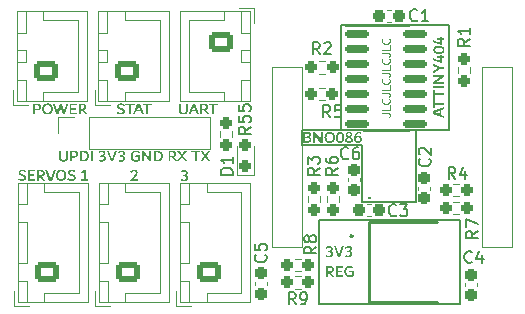
<source format=gto>
G04 #@! TF.GenerationSoftware,KiCad,Pcbnew,7.0.8*
G04 #@! TF.CreationDate,2024-04-19T19:29:06-04:00*
G04 #@! TF.ProjectId,2 Axis Gimbal,32204178-6973-4204-9769-6d62616c2e6b,rev?*
G04 #@! TF.SameCoordinates,Original*
G04 #@! TF.FileFunction,Legend,Top*
G04 #@! TF.FilePolarity,Positive*
%FSLAX46Y46*%
G04 Gerber Fmt 4.6, Leading zero omitted, Abs format (unit mm)*
G04 Created by KiCad (PCBNEW 7.0.8) date 2024-04-19 19:29:06*
%MOMM*%
%LPD*%
G01*
G04 APERTURE LIST*
G04 Aperture macros list*
%AMRoundRect*
0 Rectangle with rounded corners*
0 $1 Rounding radius*
0 $2 $3 $4 $5 $6 $7 $8 $9 X,Y pos of 4 corners*
0 Add a 4 corners polygon primitive as box body*
4,1,4,$2,$3,$4,$5,$6,$7,$8,$9,$2,$3,0*
0 Add four circle primitives for the rounded corners*
1,1,$1+$1,$2,$3*
1,1,$1+$1,$4,$5*
1,1,$1+$1,$6,$7*
1,1,$1+$1,$8,$9*
0 Add four rect primitives between the rounded corners*
20,1,$1+$1,$2,$3,$4,$5,0*
20,1,$1+$1,$4,$5,$6,$7,0*
20,1,$1+$1,$6,$7,$8,$9,0*
20,1,$1+$1,$8,$9,$2,$3,0*%
G04 Aperture macros list end*
%ADD10C,0.150000*%
%ADD11C,0.120000*%
%ADD12C,0.254000*%
%ADD13C,0.200000*%
%ADD14RoundRect,0.237500X-0.237500X0.300000X-0.237500X-0.300000X0.237500X-0.300000X0.237500X0.300000X0*%
%ADD15RoundRect,0.237500X0.237500X-0.300000X0.237500X0.300000X-0.237500X0.300000X-0.237500X-0.300000X0*%
%ADD16RoundRect,0.237500X0.250000X0.237500X-0.250000X0.237500X-0.250000X-0.237500X0.250000X-0.237500X0*%
%ADD17RoundRect,0.237500X0.237500X-0.250000X0.237500X0.250000X-0.237500X0.250000X-0.237500X-0.250000X0*%
%ADD18RoundRect,0.237500X0.237500X-0.287500X0.237500X0.287500X-0.237500X0.287500X-0.237500X-0.287500X0*%
%ADD19RoundRect,0.237500X-0.237500X0.250000X-0.237500X-0.250000X0.237500X-0.250000X0.237500X0.250000X0*%
%ADD20RoundRect,0.250000X-0.750000X0.600000X-0.750000X-0.600000X0.750000X-0.600000X0.750000X0.600000X0*%
%ADD21O,2.000000X1.700000*%
%ADD22RoundRect,0.237500X-0.250000X-0.237500X0.250000X-0.237500X0.250000X0.237500X-0.250000X0.237500X0*%
%ADD23RoundRect,0.250000X0.750000X-0.600000X0.750000X0.600000X-0.750000X0.600000X-0.750000X-0.600000X0*%
%ADD24R,2.000000X1.200000*%
%ADD25R,5.600000X5.600000*%
%ADD26RoundRect,0.250000X0.725000X-0.600000X0.725000X0.600000X-0.725000X0.600000X-0.725000X-0.600000X0*%
%ADD27O,1.950000X1.700000*%
%ADD28RoundRect,0.237500X0.300000X0.237500X-0.300000X0.237500X-0.300000X-0.237500X0.300000X-0.237500X0*%
%ADD29R,0.675000X0.250000*%
%ADD30R,0.250000X0.575000*%
%ADD31RoundRect,0.150000X-0.825000X-0.150000X0.825000X-0.150000X0.825000X0.150000X-0.825000X0.150000X0*%
%ADD32R,1.700000X1.700000*%
%ADD33O,1.700000X1.700000*%
G04 APERTURE END LIST*
D10*
X109474000Y-85090000D02*
X104902000Y-85090000D01*
X109474000Y-78994000D02*
X109474000Y-85090000D01*
X99822000Y-80264000D02*
X99822000Y-78994000D01*
X101250000Y-86602000D02*
X113188000Y-86602000D01*
X113188000Y-93714000D01*
X101250000Y-93714000D01*
X101250000Y-86602000D01*
X104902000Y-80264000D02*
X99822000Y-80264000D01*
X103124000Y-70104000D02*
X112268000Y-70104000D01*
X112268000Y-78994000D01*
X103124000Y-78994000D01*
X103124000Y-70104000D01*
X104902000Y-85090000D02*
X104902000Y-80264000D01*
X99822000Y-78994000D02*
X109474000Y-78994000D01*
G36*
X107318505Y-77777720D02*
G01*
X107318251Y-77792081D01*
X107317491Y-77806196D01*
X107316224Y-77820065D01*
X107314450Y-77833689D01*
X107312170Y-77847066D01*
X107309382Y-77860198D01*
X107306088Y-77873084D01*
X107302287Y-77885725D01*
X107297979Y-77898119D01*
X107293165Y-77910268D01*
X107287843Y-77922171D01*
X107282015Y-77933828D01*
X107275680Y-77945240D01*
X107268838Y-77956405D01*
X107261489Y-77967325D01*
X107253634Y-77978000D01*
X107176453Y-77924071D01*
X107181324Y-77917947D01*
X107187471Y-77909767D01*
X107193222Y-77901568D01*
X107198575Y-77893350D01*
X107203532Y-77885115D01*
X107208092Y-77876861D01*
X107212254Y-77868589D01*
X107216020Y-77860298D01*
X107216900Y-77858223D01*
X107220151Y-77849787D01*
X107222969Y-77841089D01*
X107225354Y-77832129D01*
X107227304Y-77822905D01*
X107228822Y-77813420D01*
X107229906Y-77803671D01*
X107230556Y-77793660D01*
X107230773Y-77783387D01*
X107230446Y-77772250D01*
X107229468Y-77761629D01*
X107227836Y-77751523D01*
X107225552Y-77741933D01*
X107222615Y-77732857D01*
X107219026Y-77724297D01*
X107214784Y-77716252D01*
X107209890Y-77708722D01*
X107204343Y-77701707D01*
X107198143Y-77695207D01*
X107193648Y-77691161D01*
X107186429Y-77685504D01*
X107178696Y-77680403D01*
X107170447Y-77675859D01*
X107161683Y-77671872D01*
X107152403Y-77668440D01*
X107142609Y-77665566D01*
X107132299Y-77663247D01*
X107121474Y-77661485D01*
X107110134Y-77660280D01*
X107102288Y-77659785D01*
X107094212Y-77659538D01*
X107090089Y-77659507D01*
X106580696Y-77659507D01*
X106580696Y-77555948D01*
X107090480Y-77555948D01*
X107100568Y-77556065D01*
X107110416Y-77556415D01*
X107120022Y-77556999D01*
X107129387Y-77557816D01*
X107138511Y-77558867D01*
X107147394Y-77560152D01*
X107156036Y-77561670D01*
X107164436Y-77563422D01*
X107172596Y-77565407D01*
X107180514Y-77567626D01*
X107188190Y-77570078D01*
X107195626Y-77572764D01*
X107206327Y-77577231D01*
X107216486Y-77582223D01*
X107222957Y-77585843D01*
X107232233Y-77591592D01*
X107241012Y-77597702D01*
X107249292Y-77604172D01*
X107257075Y-77611003D01*
X107264359Y-77618195D01*
X107271145Y-77625747D01*
X107277434Y-77633660D01*
X107283224Y-77641934D01*
X107288516Y-77650568D01*
X107293310Y-77659563D01*
X107296230Y-77665759D01*
X107300211Y-77675243D01*
X107303800Y-77684936D01*
X107306997Y-77694839D01*
X107309804Y-77704951D01*
X107312218Y-77715273D01*
X107314241Y-77725804D01*
X107315873Y-77736545D01*
X107317113Y-77747495D01*
X107317961Y-77758655D01*
X107318418Y-77770024D01*
X107318505Y-77777720D01*
G37*
G36*
X107218267Y-77279660D02*
G01*
X107218267Y-76921698D01*
X107306000Y-76921698D01*
X107306000Y-77383219D01*
X106580696Y-77383219D01*
X106580696Y-77279660D01*
X107218267Y-77279660D01*
G37*
G36*
X107318505Y-76555334D02*
G01*
X107318326Y-76569257D01*
X107317790Y-76582890D01*
X107316897Y-76596234D01*
X107315647Y-76609287D01*
X107314040Y-76622050D01*
X107312075Y-76634523D01*
X107309753Y-76646707D01*
X107307074Y-76658600D01*
X107304038Y-76670203D01*
X107300644Y-76681516D01*
X107296894Y-76692539D01*
X107292786Y-76703272D01*
X107288321Y-76713715D01*
X107283499Y-76723867D01*
X107278319Y-76733730D01*
X107272782Y-76743303D01*
X107266895Y-76752579D01*
X107260714Y-76761551D01*
X107254238Y-76770219D01*
X107247467Y-76778584D01*
X107240401Y-76786645D01*
X107233041Y-76794402D01*
X107225386Y-76801855D01*
X107217437Y-76809004D01*
X107209193Y-76815850D01*
X107200655Y-76822392D01*
X107191821Y-76828630D01*
X107182693Y-76834564D01*
X107173271Y-76840195D01*
X107163554Y-76845522D01*
X107153542Y-76850545D01*
X107143236Y-76855264D01*
X107132641Y-76859689D01*
X107121810Y-76863828D01*
X107110744Y-76867681D01*
X107099443Y-76871250D01*
X107087907Y-76874532D01*
X107076136Y-76877530D01*
X107064130Y-76880242D01*
X107051889Y-76882668D01*
X107039413Y-76884809D01*
X107026702Y-76886664D01*
X107013755Y-76888234D01*
X107000574Y-76889519D01*
X106987157Y-76890518D01*
X106973506Y-76891232D01*
X106959619Y-76891660D01*
X106945497Y-76891803D01*
X106937312Y-76891757D01*
X106929221Y-76891620D01*
X106921221Y-76891392D01*
X106913315Y-76891073D01*
X106905501Y-76890663D01*
X106890152Y-76889568D01*
X106875174Y-76888109D01*
X106860567Y-76886285D01*
X106846330Y-76884096D01*
X106832465Y-76881542D01*
X106818971Y-76878623D01*
X106805847Y-76875339D01*
X106793095Y-76871691D01*
X106780713Y-76867678D01*
X106768702Y-76863300D01*
X106757063Y-76858557D01*
X106745794Y-76853449D01*
X106734896Y-76847977D01*
X106729586Y-76845103D01*
X106719214Y-76839154D01*
X106709201Y-76832980D01*
X106699547Y-76826581D01*
X106690251Y-76819959D01*
X106681314Y-76813111D01*
X106672736Y-76806040D01*
X106664516Y-76798744D01*
X106656655Y-76791224D01*
X106649153Y-76783479D01*
X106642010Y-76775510D01*
X106635225Y-76767316D01*
X106628800Y-76758898D01*
X106622732Y-76750256D01*
X106617024Y-76741389D01*
X106611674Y-76732298D01*
X106606683Y-76722982D01*
X106602022Y-76713497D01*
X106597662Y-76703898D01*
X106593602Y-76694184D01*
X106589843Y-76684355D01*
X106586385Y-76674412D01*
X106583227Y-76664355D01*
X106580370Y-76654183D01*
X106577814Y-76643896D01*
X106575558Y-76633495D01*
X106573604Y-76622980D01*
X106571950Y-76612350D01*
X106570596Y-76601606D01*
X106569544Y-76590747D01*
X106568792Y-76579773D01*
X106568341Y-76568685D01*
X106568191Y-76557483D01*
X106568256Y-76548952D01*
X106568453Y-76540505D01*
X106568781Y-76532142D01*
X106569241Y-76523863D01*
X106569832Y-76515668D01*
X106570554Y-76507557D01*
X106571407Y-76499530D01*
X106572392Y-76491586D01*
X106573508Y-76483727D01*
X106574755Y-76475952D01*
X106576872Y-76464446D01*
X106579284Y-76453130D01*
X106581992Y-76442002D01*
X106584995Y-76431063D01*
X106588248Y-76420227D01*
X106591779Y-76409480D01*
X106595589Y-76398822D01*
X106599677Y-76388253D01*
X106604043Y-76377774D01*
X106608687Y-76367384D01*
X106613609Y-76357084D01*
X106618810Y-76346872D01*
X106624289Y-76336751D01*
X106630046Y-76326718D01*
X106634039Y-76320079D01*
X106712196Y-76365020D01*
X106705382Y-76376058D01*
X106699007Y-76387191D01*
X106693072Y-76398418D01*
X106687577Y-76409741D01*
X106682521Y-76421157D01*
X106677905Y-76432669D01*
X106673728Y-76444275D01*
X106669991Y-76455976D01*
X106666694Y-76467771D01*
X106663836Y-76479661D01*
X106661418Y-76491646D01*
X106659440Y-76503725D01*
X106657901Y-76515899D01*
X106656802Y-76528168D01*
X106656143Y-76540531D01*
X106655923Y-76552989D01*
X106656221Y-76567380D01*
X106657116Y-76581291D01*
X106658609Y-76594723D01*
X106660698Y-76607675D01*
X106663384Y-76620148D01*
X106666666Y-76632142D01*
X106670546Y-76643657D01*
X106675023Y-76654692D01*
X106680096Y-76665248D01*
X106685766Y-76675324D01*
X106692033Y-76684921D01*
X106698897Y-76694039D01*
X106706358Y-76702678D01*
X106714416Y-76710837D01*
X106723070Y-76718517D01*
X106732322Y-76725718D01*
X106742063Y-76732461D01*
X106752237Y-76738769D01*
X106762842Y-76744643D01*
X106773880Y-76750081D01*
X106785349Y-76755084D01*
X106797251Y-76759652D01*
X106809584Y-76763785D01*
X106822350Y-76767483D01*
X106835547Y-76770746D01*
X106849177Y-76773574D01*
X106863238Y-76775967D01*
X106877732Y-76777924D01*
X106892657Y-76779447D01*
X106908015Y-76780535D01*
X106915856Y-76780916D01*
X106923804Y-76781187D01*
X106931861Y-76781351D01*
X106940026Y-76781405D01*
X106948457Y-76781348D01*
X106956773Y-76781177D01*
X106964977Y-76780891D01*
X106973066Y-76780492D01*
X106981042Y-76779979D01*
X106988904Y-76779351D01*
X107004286Y-76777754D01*
X107019214Y-76775700D01*
X107033687Y-76773189D01*
X107047705Y-76770222D01*
X107061268Y-76766799D01*
X107074376Y-76762920D01*
X107087030Y-76758584D01*
X107099228Y-76753791D01*
X107110972Y-76748542D01*
X107122260Y-76742837D01*
X107133094Y-76736675D01*
X107143473Y-76730057D01*
X107153397Y-76722982D01*
X107162766Y-76715440D01*
X107171532Y-76707467D01*
X107179692Y-76699063D01*
X107187249Y-76690229D01*
X107194200Y-76680965D01*
X107200548Y-76671270D01*
X107206290Y-76661144D01*
X107211429Y-76650588D01*
X107215962Y-76639602D01*
X107219892Y-76628185D01*
X107223216Y-76616338D01*
X107225937Y-76604060D01*
X107228052Y-76591352D01*
X107229564Y-76578213D01*
X107230470Y-76564644D01*
X107230773Y-76550644D01*
X107230642Y-76540008D01*
X107230251Y-76529567D01*
X107229598Y-76519322D01*
X107228684Y-76509273D01*
X107227510Y-76499419D01*
X107226074Y-76489761D01*
X107224377Y-76480299D01*
X107222420Y-76471033D01*
X107220201Y-76461963D01*
X107217721Y-76453088D01*
X107215923Y-76447281D01*
X107212992Y-76438600D01*
X107209841Y-76429922D01*
X107206471Y-76421248D01*
X107202880Y-76412577D01*
X107199070Y-76403909D01*
X107195040Y-76395246D01*
X107190790Y-76386585D01*
X107186321Y-76377928D01*
X107181631Y-76369274D01*
X107176722Y-76360624D01*
X107173327Y-76354859D01*
X107248163Y-76313240D01*
X107252421Y-76320679D01*
X107256549Y-76328096D01*
X107260548Y-76335492D01*
X107264417Y-76342867D01*
X107268156Y-76350220D01*
X107271766Y-76357552D01*
X107275246Y-76364863D01*
X107278595Y-76372152D01*
X107281816Y-76379419D01*
X107284906Y-76386666D01*
X107289298Y-76397495D01*
X107293399Y-76408277D01*
X107297207Y-76419010D01*
X107300724Y-76429695D01*
X107303901Y-76440461D01*
X107306767Y-76451437D01*
X107309319Y-76462622D01*
X107311559Y-76474016D01*
X107312879Y-76481729D01*
X107314060Y-76489535D01*
X107315101Y-76497434D01*
X107316004Y-76505426D01*
X107316768Y-76513511D01*
X107317393Y-76521689D01*
X107317880Y-76529961D01*
X107318227Y-76538325D01*
X107318435Y-76546783D01*
X107318505Y-76555334D01*
G37*
G36*
X107318505Y-76084043D02*
G01*
X107318251Y-76098403D01*
X107317491Y-76112518D01*
X107316224Y-76126388D01*
X107314450Y-76140011D01*
X107312170Y-76153389D01*
X107309382Y-76166521D01*
X107306088Y-76179407D01*
X107302287Y-76192047D01*
X107297979Y-76204442D01*
X107293165Y-76216590D01*
X107287843Y-76228493D01*
X107282015Y-76240151D01*
X107275680Y-76251562D01*
X107268838Y-76262728D01*
X107261489Y-76273648D01*
X107253634Y-76284322D01*
X107176453Y-76230393D01*
X107181324Y-76224270D01*
X107187471Y-76216089D01*
X107193222Y-76207890D01*
X107198575Y-76199673D01*
X107203532Y-76191437D01*
X107208092Y-76183183D01*
X107212254Y-76174911D01*
X107216020Y-76166621D01*
X107216900Y-76164545D01*
X107220151Y-76156110D01*
X107222969Y-76147412D01*
X107225354Y-76138451D01*
X107227304Y-76129228D01*
X107228822Y-76119742D01*
X107229906Y-76109994D01*
X107230556Y-76099983D01*
X107230773Y-76089709D01*
X107230446Y-76078573D01*
X107229468Y-76067952D01*
X107227836Y-76057846D01*
X107225552Y-76048255D01*
X107222615Y-76039180D01*
X107219026Y-76030619D01*
X107214784Y-76022574D01*
X107209890Y-76015044D01*
X107204343Y-76008029D01*
X107198143Y-76001530D01*
X107193648Y-75997483D01*
X107186429Y-75991826D01*
X107178696Y-75986726D01*
X107170447Y-75982182D01*
X107161683Y-75978194D01*
X107152403Y-75974763D01*
X107142609Y-75971888D01*
X107132299Y-75969570D01*
X107121474Y-75967808D01*
X107110134Y-75966602D01*
X107102288Y-75966107D01*
X107094212Y-75965860D01*
X107090089Y-75965829D01*
X106580696Y-75965829D01*
X106580696Y-75862270D01*
X107090480Y-75862270D01*
X107100568Y-75862387D01*
X107110416Y-75862737D01*
X107120022Y-75863321D01*
X107129387Y-75864139D01*
X107138511Y-75865190D01*
X107147394Y-75866474D01*
X107156036Y-75867992D01*
X107164436Y-75869744D01*
X107172596Y-75871729D01*
X107180514Y-75873948D01*
X107188190Y-75876400D01*
X107195626Y-75879086D01*
X107206327Y-75883553D01*
X107216486Y-75888545D01*
X107222957Y-75892166D01*
X107232233Y-75897915D01*
X107241012Y-75904024D01*
X107249292Y-75910495D01*
X107257075Y-75917326D01*
X107264359Y-75924517D01*
X107271145Y-75932070D01*
X107277434Y-75939982D01*
X107283224Y-75948256D01*
X107288516Y-75956890D01*
X107293310Y-75965885D01*
X107296230Y-75972082D01*
X107300211Y-75981566D01*
X107303800Y-75991259D01*
X107306997Y-76001161D01*
X107309804Y-76011274D01*
X107312218Y-76021595D01*
X107314241Y-76032127D01*
X107315873Y-76042867D01*
X107317113Y-76053818D01*
X107317961Y-76064978D01*
X107318418Y-76076347D01*
X107318505Y-76084043D01*
G37*
G36*
X107218267Y-75585983D02*
G01*
X107218267Y-75228020D01*
X107306000Y-75228020D01*
X107306000Y-75689542D01*
X106580696Y-75689542D01*
X106580696Y-75585983D01*
X107218267Y-75585983D01*
G37*
G36*
X107318505Y-74861656D02*
G01*
X107318326Y-74875580D01*
X107317790Y-74889213D01*
X107316897Y-74902556D01*
X107315647Y-74915609D01*
X107314040Y-74928373D01*
X107312075Y-74940846D01*
X107309753Y-74953029D01*
X107307074Y-74964922D01*
X107304038Y-74976525D01*
X107300644Y-74987838D01*
X107296894Y-74998861D01*
X107292786Y-75009594D01*
X107288321Y-75020037D01*
X107283499Y-75030190D01*
X107278319Y-75040053D01*
X107272782Y-75049625D01*
X107266895Y-75058901D01*
X107260714Y-75067873D01*
X107254238Y-75076542D01*
X107247467Y-75084906D01*
X107240401Y-75092967D01*
X107233041Y-75100724D01*
X107225386Y-75108177D01*
X107217437Y-75115327D01*
X107209193Y-75122172D01*
X107200655Y-75128714D01*
X107191821Y-75134952D01*
X107182693Y-75140887D01*
X107173271Y-75146517D01*
X107163554Y-75151844D01*
X107153542Y-75156867D01*
X107143236Y-75161586D01*
X107132641Y-75166011D01*
X107121810Y-75170150D01*
X107110744Y-75174004D01*
X107099443Y-75177572D01*
X107087907Y-75180855D01*
X107076136Y-75183852D01*
X107064130Y-75186564D01*
X107051889Y-75188990D01*
X107039413Y-75191131D01*
X107026702Y-75192987D01*
X107013755Y-75194557D01*
X107000574Y-75195841D01*
X106987157Y-75196841D01*
X106973506Y-75197554D01*
X106959619Y-75197982D01*
X106945497Y-75198125D01*
X106937312Y-75198080D01*
X106929221Y-75197943D01*
X106921221Y-75197715D01*
X106913315Y-75197395D01*
X106905501Y-75196985D01*
X106890152Y-75195890D01*
X106875174Y-75194431D01*
X106860567Y-75192607D01*
X106846330Y-75190418D01*
X106832465Y-75187864D01*
X106818971Y-75184945D01*
X106805847Y-75181662D01*
X106793095Y-75178013D01*
X106780713Y-75174000D01*
X106768702Y-75169622D01*
X106757063Y-75164879D01*
X106745794Y-75159772D01*
X106734896Y-75154299D01*
X106729586Y-75151426D01*
X106719214Y-75145476D01*
X106709201Y-75139302D01*
X106699547Y-75132904D01*
X106690251Y-75126281D01*
X106681314Y-75119434D01*
X106672736Y-75112362D01*
X106664516Y-75105066D01*
X106656655Y-75097546D01*
X106649153Y-75089801D01*
X106642010Y-75081832D01*
X106635225Y-75073638D01*
X106628800Y-75065220D01*
X106622732Y-75056578D01*
X106617024Y-75047711D01*
X106611674Y-75038620D01*
X106606683Y-75029304D01*
X106602022Y-75019819D01*
X106597662Y-75010220D01*
X106593602Y-75000506D01*
X106589843Y-74990677D01*
X106586385Y-74980734D01*
X106583227Y-74970677D01*
X106580370Y-74960505D01*
X106577814Y-74950219D01*
X106575558Y-74939818D01*
X106573604Y-74929302D01*
X106571950Y-74918672D01*
X106570596Y-74907928D01*
X106569544Y-74897069D01*
X106568792Y-74886096D01*
X106568341Y-74875008D01*
X106568191Y-74863806D01*
X106568256Y-74855275D01*
X106568453Y-74846828D01*
X106568781Y-74838465D01*
X106569241Y-74830185D01*
X106569832Y-74821990D01*
X106570554Y-74813879D01*
X106571407Y-74805852D01*
X106572392Y-74797909D01*
X106573508Y-74790050D01*
X106574755Y-74782274D01*
X106576872Y-74770769D01*
X106579284Y-74759452D01*
X106581992Y-74748324D01*
X106584995Y-74737385D01*
X106588248Y-74726549D01*
X106591779Y-74715802D01*
X106595589Y-74705144D01*
X106599677Y-74694576D01*
X106604043Y-74684097D01*
X106608687Y-74673707D01*
X106613609Y-74663406D01*
X106618810Y-74653195D01*
X106624289Y-74643073D01*
X106630046Y-74633040D01*
X106634039Y-74626401D01*
X106712196Y-74671342D01*
X106705382Y-74682380D01*
X106699007Y-74693513D01*
X106693072Y-74704741D01*
X106687577Y-74716063D01*
X106682521Y-74727480D01*
X106677905Y-74738991D01*
X106673728Y-74750597D01*
X106669991Y-74762298D01*
X106666694Y-74774094D01*
X106663836Y-74785984D01*
X106661418Y-74797968D01*
X106659440Y-74810048D01*
X106657901Y-74822222D01*
X106656802Y-74834490D01*
X106656143Y-74846854D01*
X106655923Y-74859311D01*
X106656221Y-74873702D01*
X106657116Y-74887613D01*
X106658609Y-74901045D01*
X106660698Y-74913997D01*
X106663384Y-74926471D01*
X106666666Y-74938464D01*
X106670546Y-74949979D01*
X106675023Y-74961014D01*
X106680096Y-74971570D01*
X106685766Y-74981647D01*
X106692033Y-74991244D01*
X106698897Y-75000362D01*
X106706358Y-75009000D01*
X106714416Y-75017159D01*
X106723070Y-75024839D01*
X106732322Y-75032040D01*
X106742063Y-75038783D01*
X106752237Y-75045092D01*
X106762842Y-75050965D01*
X106773880Y-75056403D01*
X106785349Y-75061406D01*
X106797251Y-75065974D01*
X106809584Y-75070108D01*
X106822350Y-75073806D01*
X106835547Y-75077068D01*
X106849177Y-75079896D01*
X106863238Y-75082289D01*
X106877732Y-75084247D01*
X106892657Y-75085770D01*
X106908015Y-75086857D01*
X106915856Y-75087238D01*
X106923804Y-75087510D01*
X106931861Y-75087673D01*
X106940026Y-75087727D01*
X106948457Y-75087670D01*
X106956773Y-75087499D01*
X106964977Y-75087214D01*
X106973066Y-75086814D01*
X106981042Y-75086301D01*
X106988904Y-75085673D01*
X107004286Y-75084076D01*
X107019214Y-75082022D01*
X107033687Y-75079512D01*
X107047705Y-75076545D01*
X107061268Y-75073122D01*
X107074376Y-75069242D01*
X107087030Y-75064906D01*
X107099228Y-75060113D01*
X107110972Y-75054864D01*
X107122260Y-75049159D01*
X107133094Y-75042997D01*
X107143473Y-75036379D01*
X107153397Y-75029304D01*
X107162766Y-75021762D01*
X107171532Y-75013789D01*
X107179692Y-75005385D01*
X107187249Y-74996551D01*
X107194200Y-74987287D01*
X107200548Y-74977592D01*
X107206290Y-74967467D01*
X107211429Y-74956911D01*
X107215962Y-74945925D01*
X107219892Y-74934508D01*
X107223216Y-74922660D01*
X107225937Y-74910383D01*
X107228052Y-74897674D01*
X107229564Y-74884536D01*
X107230470Y-74870966D01*
X107230773Y-74856967D01*
X107230642Y-74846330D01*
X107230251Y-74835889D01*
X107229598Y-74825644D01*
X107228684Y-74815595D01*
X107227510Y-74805742D01*
X107226074Y-74796084D01*
X107224377Y-74786622D01*
X107222420Y-74777356D01*
X107220201Y-74768285D01*
X107217721Y-74759411D01*
X107215923Y-74753603D01*
X107212992Y-74744922D01*
X107209841Y-74736244D01*
X107206471Y-74727570D01*
X107202880Y-74718899D01*
X107199070Y-74710232D01*
X107195040Y-74701568D01*
X107190790Y-74692907D01*
X107186321Y-74684250D01*
X107181631Y-74675597D01*
X107176722Y-74666947D01*
X107173327Y-74661182D01*
X107248163Y-74619563D01*
X107252421Y-74627001D01*
X107256549Y-74634419D01*
X107260548Y-74641815D01*
X107264417Y-74649189D01*
X107268156Y-74656543D01*
X107271766Y-74663874D01*
X107275246Y-74671185D01*
X107278595Y-74678474D01*
X107281816Y-74685742D01*
X107284906Y-74692988D01*
X107289298Y-74703818D01*
X107293399Y-74714599D01*
X107297207Y-74725332D01*
X107300724Y-74736018D01*
X107303901Y-74746784D01*
X107306767Y-74757759D01*
X107309319Y-74768944D01*
X107311559Y-74780339D01*
X107312879Y-74788051D01*
X107314060Y-74795857D01*
X107315101Y-74803756D01*
X107316004Y-74811748D01*
X107316768Y-74819833D01*
X107317393Y-74828012D01*
X107317880Y-74836283D01*
X107318227Y-74844648D01*
X107318435Y-74853105D01*
X107318505Y-74861656D01*
G37*
G36*
X107318505Y-74390365D02*
G01*
X107318251Y-74404726D01*
X107317491Y-74418841D01*
X107316224Y-74432710D01*
X107314450Y-74446333D01*
X107312170Y-74459711D01*
X107309382Y-74472843D01*
X107306088Y-74485729D01*
X107302287Y-74498369D01*
X107297979Y-74510764D01*
X107293165Y-74522913D01*
X107287843Y-74534816D01*
X107282015Y-74546473D01*
X107275680Y-74557884D01*
X107268838Y-74569050D01*
X107261489Y-74579970D01*
X107253634Y-74590644D01*
X107176453Y-74536715D01*
X107181324Y-74530592D01*
X107187471Y-74522411D01*
X107193222Y-74514213D01*
X107198575Y-74505995D01*
X107203532Y-74497760D01*
X107208092Y-74489506D01*
X107212254Y-74481234D01*
X107216020Y-74472943D01*
X107216900Y-74470868D01*
X107220151Y-74462432D01*
X107222969Y-74453734D01*
X107225354Y-74444773D01*
X107227304Y-74435550D01*
X107228822Y-74426064D01*
X107229906Y-74416316D01*
X107230556Y-74406305D01*
X107230773Y-74396032D01*
X107230446Y-74384895D01*
X107229468Y-74374274D01*
X107227836Y-74364168D01*
X107225552Y-74354577D01*
X107222615Y-74345502D01*
X107219026Y-74336942D01*
X107214784Y-74328896D01*
X107209890Y-74321367D01*
X107204343Y-74314352D01*
X107198143Y-74307852D01*
X107193648Y-74303806D01*
X107186429Y-74298149D01*
X107178696Y-74293048D01*
X107170447Y-74288504D01*
X107161683Y-74284516D01*
X107152403Y-74281085D01*
X107142609Y-74278210D01*
X107132299Y-74275892D01*
X107121474Y-74274130D01*
X107110134Y-74272924D01*
X107102288Y-74272430D01*
X107094212Y-74272183D01*
X107090089Y-74272152D01*
X106580696Y-74272152D01*
X106580696Y-74168593D01*
X107090480Y-74168593D01*
X107100568Y-74168709D01*
X107110416Y-74169060D01*
X107120022Y-74169644D01*
X107129387Y-74170461D01*
X107138511Y-74171512D01*
X107147394Y-74172797D01*
X107156036Y-74174315D01*
X107164436Y-74176066D01*
X107172596Y-74178052D01*
X107180514Y-74180271D01*
X107188190Y-74182723D01*
X107195626Y-74185409D01*
X107206327Y-74189876D01*
X107216486Y-74194868D01*
X107222957Y-74198488D01*
X107232233Y-74204237D01*
X107241012Y-74210347D01*
X107249292Y-74216817D01*
X107257075Y-74223648D01*
X107264359Y-74230840D01*
X107271145Y-74238392D01*
X107277434Y-74246305D01*
X107283224Y-74254578D01*
X107288516Y-74263213D01*
X107293310Y-74272207D01*
X107296230Y-74278404D01*
X107300211Y-74287888D01*
X107303800Y-74297581D01*
X107306997Y-74307484D01*
X107309804Y-74317596D01*
X107312218Y-74327918D01*
X107314241Y-74338449D01*
X107315873Y-74349190D01*
X107317113Y-74360140D01*
X107317961Y-74371300D01*
X107318418Y-74382669D01*
X107318505Y-74390365D01*
G37*
G36*
X107218267Y-73892305D02*
G01*
X107218267Y-73534343D01*
X107306000Y-73534343D01*
X107306000Y-73995864D01*
X106580696Y-73995864D01*
X106580696Y-73892305D01*
X107218267Y-73892305D01*
G37*
G36*
X107318505Y-73167979D02*
G01*
X107318326Y-73181902D01*
X107317790Y-73195535D01*
X107316897Y-73208879D01*
X107315647Y-73221932D01*
X107314040Y-73234695D01*
X107312075Y-73247168D01*
X107309753Y-73259351D01*
X107307074Y-73271244D01*
X107304038Y-73282848D01*
X107300644Y-73294161D01*
X107296894Y-73305184D01*
X107292786Y-73315916D01*
X107288321Y-73326359D01*
X107283499Y-73336512D01*
X107278319Y-73346375D01*
X107272782Y-73355948D01*
X107266895Y-73365224D01*
X107260714Y-73374196D01*
X107254238Y-73382864D01*
X107247467Y-73391229D01*
X107240401Y-73399290D01*
X107233041Y-73407047D01*
X107225386Y-73414500D01*
X107217437Y-73421649D01*
X107209193Y-73428495D01*
X107200655Y-73435037D01*
X107191821Y-73441275D01*
X107182693Y-73447209D01*
X107173271Y-73452840D01*
X107163554Y-73458167D01*
X107153542Y-73463190D01*
X107143236Y-73467909D01*
X107132641Y-73472333D01*
X107121810Y-73476473D01*
X107110744Y-73480326D01*
X107099443Y-73483894D01*
X107087907Y-73487177D01*
X107076136Y-73490175D01*
X107064130Y-73492886D01*
X107051889Y-73495313D01*
X107039413Y-73497454D01*
X107026702Y-73499309D01*
X107013755Y-73500879D01*
X107000574Y-73502164D01*
X106987157Y-73503163D01*
X106973506Y-73503877D01*
X106959619Y-73504305D01*
X106945497Y-73504448D01*
X106937312Y-73504402D01*
X106929221Y-73504265D01*
X106921221Y-73504037D01*
X106913315Y-73503718D01*
X106905501Y-73503307D01*
X106890152Y-73502213D01*
X106875174Y-73500754D01*
X106860567Y-73498929D01*
X106846330Y-73496740D01*
X106832465Y-73494186D01*
X106818971Y-73491268D01*
X106805847Y-73487984D01*
X106793095Y-73484336D01*
X106780713Y-73480323D01*
X106768702Y-73475945D01*
X106757063Y-73471202D01*
X106745794Y-73466094D01*
X106734896Y-73460621D01*
X106729586Y-73457748D01*
X106719214Y-73451799D01*
X106709201Y-73445625D01*
X106699547Y-73439226D01*
X106690251Y-73432603D01*
X106681314Y-73425756D01*
X106672736Y-73418685D01*
X106664516Y-73411389D01*
X106656655Y-73403868D01*
X106649153Y-73396124D01*
X106642010Y-73388154D01*
X106635225Y-73379961D01*
X106628800Y-73371543D01*
X106622732Y-73362900D01*
X106617024Y-73354034D01*
X106611674Y-73344942D01*
X106606683Y-73335627D01*
X106602022Y-73326142D01*
X106597662Y-73316542D01*
X106593602Y-73306828D01*
X106589843Y-73297000D01*
X106586385Y-73287057D01*
X106583227Y-73276999D01*
X106580370Y-73266827D01*
X106577814Y-73256541D01*
X106575558Y-73246140D01*
X106573604Y-73235625D01*
X106571950Y-73224995D01*
X106570596Y-73214250D01*
X106569544Y-73203391D01*
X106568792Y-73192418D01*
X106568341Y-73181330D01*
X106568191Y-73170128D01*
X106568256Y-73161597D01*
X106568453Y-73153150D01*
X106568781Y-73144787D01*
X106569241Y-73136508D01*
X106569832Y-73128313D01*
X106570554Y-73120202D01*
X106571407Y-73112174D01*
X106572392Y-73104231D01*
X106573508Y-73096372D01*
X106574755Y-73088597D01*
X106576872Y-73077091D01*
X106579284Y-73065774D01*
X106581992Y-73054647D01*
X106584995Y-73043708D01*
X106588248Y-73032871D01*
X106591779Y-73022124D01*
X106595589Y-73011467D01*
X106599677Y-73000898D01*
X106604043Y-72990419D01*
X106608687Y-72980029D01*
X106613609Y-72969729D01*
X106618810Y-72959517D01*
X106624289Y-72949395D01*
X106630046Y-72939363D01*
X106634039Y-72932724D01*
X106712196Y-72977665D01*
X106705382Y-72988703D01*
X106699007Y-72999836D01*
X106693072Y-73011063D01*
X106687577Y-73022385D01*
X106682521Y-73033802D01*
X106677905Y-73045314D01*
X106673728Y-73056920D01*
X106669991Y-73068621D01*
X106666694Y-73080416D01*
X106663836Y-73092306D01*
X106661418Y-73104291D01*
X106659440Y-73116370D01*
X106657901Y-73128544D01*
X106656802Y-73140813D01*
X106656143Y-73153176D01*
X106655923Y-73165634D01*
X106656221Y-73180024D01*
X106657116Y-73193935D01*
X106658609Y-73207367D01*
X106660698Y-73220320D01*
X106663384Y-73232793D01*
X106666666Y-73244787D01*
X106670546Y-73256301D01*
X106675023Y-73267337D01*
X106680096Y-73277892D01*
X106685766Y-73287969D01*
X106692033Y-73297566D01*
X106698897Y-73306684D01*
X106706358Y-73315323D01*
X106714416Y-73323482D01*
X106723070Y-73331162D01*
X106732322Y-73338362D01*
X106742063Y-73345106D01*
X106752237Y-73351414D01*
X106762842Y-73357287D01*
X106773880Y-73362726D01*
X106785349Y-73367729D01*
X106797251Y-73372297D01*
X106809584Y-73376430D01*
X106822350Y-73380128D01*
X106835547Y-73383391D01*
X106849177Y-73386219D01*
X106863238Y-73388612D01*
X106877732Y-73390569D01*
X106892657Y-73392092D01*
X106908015Y-73393180D01*
X106915856Y-73393560D01*
X106923804Y-73393832D01*
X106931861Y-73393995D01*
X106940026Y-73394050D01*
X106948457Y-73393993D01*
X106956773Y-73393822D01*
X106964977Y-73393536D01*
X106973066Y-73393137D01*
X106981042Y-73392623D01*
X106988904Y-73391996D01*
X107004286Y-73390398D01*
X107019214Y-73388344D01*
X107033687Y-73385834D01*
X107047705Y-73382867D01*
X107061268Y-73379444D01*
X107074376Y-73375564D01*
X107087030Y-73371228D01*
X107099228Y-73366436D01*
X107110972Y-73361187D01*
X107122260Y-73355482D01*
X107133094Y-73349320D01*
X107143473Y-73342702D01*
X107153397Y-73335627D01*
X107162766Y-73328084D01*
X107171532Y-73320111D01*
X107179692Y-73311708D01*
X107187249Y-73302874D01*
X107194200Y-73293609D01*
X107200548Y-73283915D01*
X107206290Y-73273789D01*
X107211429Y-73263233D01*
X107215962Y-73252247D01*
X107219892Y-73240830D01*
X107223216Y-73228983D01*
X107225937Y-73216705D01*
X107228052Y-73203997D01*
X107229564Y-73190858D01*
X107230470Y-73177289D01*
X107230773Y-73163289D01*
X107230642Y-73152653D01*
X107230251Y-73142212D01*
X107229598Y-73131967D01*
X107228684Y-73121917D01*
X107227510Y-73112064D01*
X107226074Y-73102406D01*
X107224377Y-73092944D01*
X107222420Y-73083678D01*
X107220201Y-73074608D01*
X107217721Y-73065733D01*
X107215923Y-73059926D01*
X107212992Y-73051244D01*
X107209841Y-73042567D01*
X107206471Y-73033892D01*
X107202880Y-73025222D01*
X107199070Y-73016554D01*
X107195040Y-73007890D01*
X107190790Y-72999230D01*
X107186321Y-72990573D01*
X107181631Y-72981919D01*
X107176722Y-72973269D01*
X107173327Y-72967504D01*
X107248163Y-72925885D01*
X107252421Y-72933324D01*
X107256549Y-72940741D01*
X107260548Y-72948137D01*
X107264417Y-72955512D01*
X107268156Y-72962865D01*
X107271766Y-72970197D01*
X107275246Y-72977507D01*
X107278595Y-72984796D01*
X107281816Y-72992064D01*
X107284906Y-72999311D01*
X107289298Y-73010140D01*
X107293399Y-73020921D01*
X107297207Y-73031655D01*
X107300724Y-73042340D01*
X107303901Y-73053106D01*
X107306767Y-73064081D01*
X107309319Y-73075266D01*
X107311559Y-73086661D01*
X107312879Y-73094374D01*
X107314060Y-73102180D01*
X107315101Y-73110079D01*
X107316004Y-73118071D01*
X107316768Y-73126156D01*
X107317393Y-73134334D01*
X107317880Y-73142606D01*
X107318227Y-73150970D01*
X107318435Y-73159428D01*
X107318505Y-73167979D01*
G37*
G36*
X107318505Y-72696688D02*
G01*
X107318251Y-72711048D01*
X107317491Y-72725163D01*
X107316224Y-72739032D01*
X107314450Y-72752656D01*
X107312170Y-72766033D01*
X107309382Y-72779165D01*
X107306088Y-72792051D01*
X107302287Y-72804692D01*
X107297979Y-72817086D01*
X107293165Y-72829235D01*
X107287843Y-72841138D01*
X107282015Y-72852795D01*
X107275680Y-72864207D01*
X107268838Y-72875373D01*
X107261489Y-72886293D01*
X107253634Y-72896967D01*
X107176453Y-72843038D01*
X107181324Y-72836914D01*
X107187471Y-72828734D01*
X107193222Y-72820535D01*
X107198575Y-72812318D01*
X107203532Y-72804082D01*
X107208092Y-72795828D01*
X107212254Y-72787556D01*
X107216020Y-72779266D01*
X107216900Y-72777190D01*
X107220151Y-72768754D01*
X107222969Y-72760056D01*
X107225354Y-72751096D01*
X107227304Y-72741872D01*
X107228822Y-72732387D01*
X107229906Y-72722638D01*
X107230556Y-72712627D01*
X107230773Y-72702354D01*
X107230446Y-72691218D01*
X107229468Y-72680597D01*
X107227836Y-72670491D01*
X107225552Y-72660900D01*
X107222615Y-72651824D01*
X107219026Y-72643264D01*
X107214784Y-72635219D01*
X107209890Y-72627689D01*
X107204343Y-72620674D01*
X107198143Y-72614175D01*
X107193648Y-72610128D01*
X107186429Y-72604471D01*
X107178696Y-72599371D01*
X107170447Y-72594826D01*
X107161683Y-72590839D01*
X107152403Y-72587408D01*
X107142609Y-72584533D01*
X107132299Y-72582214D01*
X107121474Y-72580452D01*
X107110134Y-72579247D01*
X107102288Y-72578752D01*
X107094212Y-72578505D01*
X107090089Y-72578474D01*
X106580696Y-72578474D01*
X106580696Y-72474915D01*
X107090480Y-72474915D01*
X107100568Y-72475032D01*
X107110416Y-72475382D01*
X107120022Y-72475966D01*
X107129387Y-72476784D01*
X107138511Y-72477835D01*
X107147394Y-72479119D01*
X107156036Y-72480637D01*
X107164436Y-72482389D01*
X107172596Y-72484374D01*
X107180514Y-72486593D01*
X107188190Y-72489045D01*
X107195626Y-72491731D01*
X107206327Y-72496198D01*
X107216486Y-72501190D01*
X107222957Y-72504810D01*
X107232233Y-72510559D01*
X107241012Y-72516669D01*
X107249292Y-72523139D01*
X107257075Y-72529970D01*
X107264359Y-72537162D01*
X107271145Y-72544714D01*
X107277434Y-72552627D01*
X107283224Y-72560901D01*
X107288516Y-72569535D01*
X107293310Y-72578530D01*
X107296230Y-72584727D01*
X107300211Y-72594210D01*
X107303800Y-72603904D01*
X107306997Y-72613806D01*
X107309804Y-72623918D01*
X107312218Y-72634240D01*
X107314241Y-72644771D01*
X107315873Y-72655512D01*
X107317113Y-72666463D01*
X107317961Y-72677622D01*
X107318418Y-72688992D01*
X107318505Y-72696688D01*
G37*
G36*
X107218267Y-72198628D02*
G01*
X107218267Y-71840665D01*
X107306000Y-71840665D01*
X107306000Y-72302187D01*
X106580696Y-72302187D01*
X106580696Y-72198628D01*
X107218267Y-72198628D01*
G37*
G36*
X107318505Y-71474301D02*
G01*
X107318326Y-71488224D01*
X107317790Y-71501858D01*
X107316897Y-71515201D01*
X107315647Y-71528254D01*
X107314040Y-71541017D01*
X107312075Y-71553491D01*
X107309753Y-71565674D01*
X107307074Y-71577567D01*
X107304038Y-71589170D01*
X107300644Y-71600483D01*
X107296894Y-71611506D01*
X107292786Y-71622239D01*
X107288321Y-71632682D01*
X107283499Y-71642835D01*
X107278319Y-71652697D01*
X107272782Y-71662270D01*
X107266895Y-71671546D01*
X107260714Y-71680518D01*
X107254238Y-71689187D01*
X107247467Y-71697551D01*
X107240401Y-71705612D01*
X107233041Y-71713369D01*
X107225386Y-71720822D01*
X107217437Y-71727972D01*
X107209193Y-71734817D01*
X107200655Y-71741359D01*
X107191821Y-71747597D01*
X107182693Y-71753532D01*
X107173271Y-71759162D01*
X107163554Y-71764489D01*
X107153542Y-71769512D01*
X107143236Y-71774231D01*
X107132641Y-71778656D01*
X107121810Y-71782795D01*
X107110744Y-71786649D01*
X107099443Y-71790217D01*
X107087907Y-71793500D01*
X107076136Y-71796497D01*
X107064130Y-71799209D01*
X107051889Y-71801635D01*
X107039413Y-71803776D01*
X107026702Y-71805632D01*
X107013755Y-71807202D01*
X107000574Y-71808486D01*
X106987157Y-71809485D01*
X106973506Y-71810199D01*
X106959619Y-71810627D01*
X106945497Y-71810770D01*
X106937312Y-71810724D01*
X106929221Y-71810587D01*
X106921221Y-71810359D01*
X106913315Y-71810040D01*
X106905501Y-71809630D01*
X106890152Y-71808535D01*
X106875174Y-71807076D01*
X106860567Y-71805252D01*
X106846330Y-71803063D01*
X106832465Y-71800509D01*
X106818971Y-71797590D01*
X106805847Y-71794307D01*
X106793095Y-71790658D01*
X106780713Y-71786645D01*
X106768702Y-71782267D01*
X106757063Y-71777524D01*
X106745794Y-71772416D01*
X106734896Y-71766944D01*
X106729586Y-71764071D01*
X106719214Y-71758121D01*
X106709201Y-71751947D01*
X106699547Y-71745549D01*
X106690251Y-71738926D01*
X106681314Y-71732079D01*
X106672736Y-71725007D01*
X106664516Y-71717711D01*
X106656655Y-71710191D01*
X106649153Y-71702446D01*
X106642010Y-71694477D01*
X106635225Y-71686283D01*
X106628800Y-71677865D01*
X106622732Y-71669223D01*
X106617024Y-71660356D01*
X106611674Y-71651265D01*
X106606683Y-71641949D01*
X106602022Y-71632464D01*
X106597662Y-71622865D01*
X106593602Y-71613151D01*
X106589843Y-71603322D01*
X106586385Y-71593379D01*
X106583227Y-71583322D01*
X106580370Y-71573150D01*
X106577814Y-71562863D01*
X106575558Y-71552462D01*
X106573604Y-71541947D01*
X106571950Y-71531317D01*
X106570596Y-71520573D01*
X106569544Y-71509714D01*
X106568792Y-71498741D01*
X106568341Y-71487653D01*
X106568191Y-71476450D01*
X106568256Y-71467919D01*
X106568453Y-71459472D01*
X106568781Y-71451109D01*
X106569241Y-71442830D01*
X106569832Y-71434635D01*
X106570554Y-71426524D01*
X106571407Y-71418497D01*
X106572392Y-71410554D01*
X106573508Y-71402694D01*
X106574755Y-71394919D01*
X106576872Y-71383413D01*
X106579284Y-71372097D01*
X106581992Y-71360969D01*
X106584995Y-71350030D01*
X106588248Y-71339194D01*
X106591779Y-71328447D01*
X106595589Y-71317789D01*
X106599677Y-71307221D01*
X106604043Y-71296741D01*
X106608687Y-71286352D01*
X106613609Y-71276051D01*
X106618810Y-71265840D01*
X106624289Y-71255718D01*
X106630046Y-71245685D01*
X106634039Y-71239046D01*
X106712196Y-71283987D01*
X106705382Y-71295025D01*
X106699007Y-71306158D01*
X106693072Y-71317386D01*
X106687577Y-71328708D01*
X106682521Y-71340125D01*
X106677905Y-71351636D01*
X106673728Y-71363242D01*
X106669991Y-71374943D01*
X106666694Y-71386738D01*
X106663836Y-71398628D01*
X106661418Y-71410613D01*
X106659440Y-71422692D01*
X106657901Y-71434866D01*
X106656802Y-71447135D01*
X106656143Y-71459498D01*
X106655923Y-71471956D01*
X106656221Y-71486347D01*
X106657116Y-71500258D01*
X106658609Y-71513690D01*
X106660698Y-71526642D01*
X106663384Y-71539115D01*
X106666666Y-71551109D01*
X106670546Y-71562624D01*
X106675023Y-71573659D01*
X106680096Y-71584215D01*
X106685766Y-71594291D01*
X106692033Y-71603889D01*
X106698897Y-71613006D01*
X106706358Y-71621645D01*
X106714416Y-71629804D01*
X106723070Y-71637484D01*
X106732322Y-71644685D01*
X106742063Y-71651428D01*
X106752237Y-71657737D01*
X106762842Y-71663610D01*
X106773880Y-71669048D01*
X106785349Y-71674051D01*
X106797251Y-71678619D01*
X106809584Y-71682752D01*
X106822350Y-71686450D01*
X106835547Y-71689713D01*
X106849177Y-71692541D01*
X106863238Y-71694934D01*
X106877732Y-71696892D01*
X106892657Y-71698414D01*
X106908015Y-71699502D01*
X106915856Y-71699883D01*
X106923804Y-71700155D01*
X106931861Y-71700318D01*
X106940026Y-71700372D01*
X106948457Y-71700315D01*
X106956773Y-71700144D01*
X106964977Y-71699859D01*
X106973066Y-71699459D01*
X106981042Y-71698946D01*
X106988904Y-71698318D01*
X107004286Y-71696721D01*
X107019214Y-71694667D01*
X107033687Y-71692156D01*
X107047705Y-71689190D01*
X107061268Y-71685766D01*
X107074376Y-71681887D01*
X107087030Y-71677551D01*
X107099228Y-71672758D01*
X107110972Y-71667509D01*
X107122260Y-71661804D01*
X107133094Y-71655642D01*
X107143473Y-71649024D01*
X107153397Y-71641949D01*
X107162766Y-71634407D01*
X107171532Y-71626434D01*
X107179692Y-71618030D01*
X107187249Y-71609196D01*
X107194200Y-71599932D01*
X107200548Y-71590237D01*
X107206290Y-71580112D01*
X107211429Y-71569556D01*
X107215962Y-71558569D01*
X107219892Y-71547153D01*
X107223216Y-71535305D01*
X107225937Y-71523027D01*
X107228052Y-71510319D01*
X107229564Y-71497180D01*
X107230470Y-71483611D01*
X107230773Y-71469612D01*
X107230642Y-71458975D01*
X107230251Y-71448534D01*
X107229598Y-71438289D01*
X107228684Y-71428240D01*
X107227510Y-71418386D01*
X107226074Y-71408729D01*
X107224377Y-71399267D01*
X107222420Y-71390001D01*
X107220201Y-71380930D01*
X107217721Y-71372056D01*
X107215923Y-71366248D01*
X107212992Y-71357567D01*
X107209841Y-71348889D01*
X107206471Y-71340215D01*
X107202880Y-71331544D01*
X107199070Y-71322877D01*
X107195040Y-71314213D01*
X107190790Y-71305552D01*
X107186321Y-71296895D01*
X107181631Y-71288242D01*
X107176722Y-71279591D01*
X107173327Y-71273826D01*
X107248163Y-71232207D01*
X107252421Y-71239646D01*
X107256549Y-71247064D01*
X107260548Y-71254460D01*
X107264417Y-71261834D01*
X107268156Y-71269187D01*
X107271766Y-71276519D01*
X107275246Y-71283830D01*
X107278595Y-71291119D01*
X107281816Y-71298387D01*
X107284906Y-71305633D01*
X107289298Y-71316462D01*
X107293399Y-71327244D01*
X107297207Y-71337977D01*
X107300724Y-71348662D01*
X107303901Y-71359428D01*
X107306767Y-71370404D01*
X107309319Y-71381589D01*
X107311559Y-71392983D01*
X107312879Y-71400696D01*
X107314060Y-71408502D01*
X107315101Y-71416401D01*
X107316004Y-71424393D01*
X107316768Y-71432478D01*
X107317393Y-71440657D01*
X107317880Y-71448928D01*
X107318227Y-71457293D01*
X107318435Y-71465750D01*
X107318505Y-71474301D01*
G37*
G36*
X85885248Y-83166528D02*
G01*
X85885248Y-83298664D01*
X85278793Y-83298664D01*
X85278793Y-83224658D01*
X85289968Y-83213491D01*
X85300961Y-83202490D01*
X85311772Y-83191656D01*
X85322402Y-83180988D01*
X85332850Y-83170487D01*
X85343116Y-83160152D01*
X85353200Y-83149984D01*
X85363103Y-83139982D01*
X85372823Y-83130147D01*
X85382362Y-83120478D01*
X85391720Y-83110976D01*
X85400895Y-83101640D01*
X85409889Y-83092470D01*
X85418701Y-83083467D01*
X85427331Y-83074631D01*
X85435780Y-83065961D01*
X85444047Y-83057458D01*
X85452132Y-83049121D01*
X85460035Y-83040950D01*
X85467757Y-83032946D01*
X85475297Y-83025109D01*
X85482655Y-83017438D01*
X85489831Y-83009933D01*
X85496825Y-83002595D01*
X85503638Y-82995424D01*
X85516719Y-82981580D01*
X85529072Y-82968403D01*
X85540698Y-82955891D01*
X85546239Y-82949885D01*
X85556960Y-82938110D01*
X85567324Y-82926537D01*
X85577331Y-82915166D01*
X85586982Y-82903998D01*
X85596275Y-82893031D01*
X85605212Y-82882268D01*
X85613792Y-82871706D01*
X85622015Y-82861347D01*
X85629882Y-82851190D01*
X85637391Y-82841235D01*
X85644544Y-82831482D01*
X85651340Y-82821932D01*
X85657779Y-82812584D01*
X85663861Y-82803438D01*
X85669586Y-82794495D01*
X85674955Y-82785754D01*
X85679983Y-82777149D01*
X85686917Y-82764374D01*
X85693120Y-82751758D01*
X85698594Y-82739301D01*
X85703339Y-82727003D01*
X85707353Y-82714863D01*
X85710637Y-82702883D01*
X85713192Y-82691061D01*
X85715016Y-82679398D01*
X85716111Y-82667894D01*
X85716476Y-82656549D01*
X85716154Y-82644010D01*
X85715188Y-82632037D01*
X85713578Y-82620631D01*
X85711324Y-82609792D01*
X85708426Y-82599519D01*
X85704884Y-82589814D01*
X85700698Y-82580674D01*
X85695868Y-82572102D01*
X85688426Y-82561554D01*
X85679840Y-82552013D01*
X85670200Y-82543484D01*
X85659598Y-82536092D01*
X85651016Y-82531294D01*
X85641892Y-82527136D01*
X85632228Y-82523617D01*
X85622023Y-82520739D01*
X85611277Y-82518500D01*
X85599989Y-82516900D01*
X85588161Y-82515941D01*
X85575792Y-82515621D01*
X85562592Y-82515993D01*
X85549368Y-82517109D01*
X85536122Y-82518970D01*
X85522853Y-82521574D01*
X85509560Y-82524923D01*
X85496245Y-82529016D01*
X85482907Y-82533853D01*
X85469547Y-82539435D01*
X85456163Y-82545760D01*
X85442756Y-82552830D01*
X85429327Y-82560644D01*
X85415874Y-82569202D01*
X85402399Y-82578504D01*
X85388901Y-82588550D01*
X85375380Y-82599341D01*
X85361836Y-82610876D01*
X85278793Y-82509271D01*
X85286949Y-82501708D01*
X85295237Y-82494345D01*
X85303657Y-82487183D01*
X85312208Y-82480221D01*
X85320891Y-82473459D01*
X85329706Y-82466898D01*
X85338652Y-82460537D01*
X85347730Y-82454377D01*
X85356940Y-82448417D01*
X85366281Y-82442657D01*
X85375754Y-82437098D01*
X85385359Y-82431739D01*
X85395095Y-82426580D01*
X85404963Y-82421622D01*
X85414963Y-82416864D01*
X85425094Y-82412306D01*
X85435319Y-82407958D01*
X85445599Y-82403891D01*
X85455935Y-82400105D01*
X85466326Y-82396598D01*
X85476772Y-82393373D01*
X85487273Y-82390427D01*
X85497830Y-82387763D01*
X85508442Y-82385378D01*
X85519110Y-82383275D01*
X85529833Y-82381451D01*
X85540611Y-82379909D01*
X85551444Y-82378646D01*
X85562333Y-82377665D01*
X85573277Y-82376964D01*
X85584277Y-82376543D01*
X85595332Y-82376403D01*
X85605466Y-82376517D01*
X85615474Y-82376860D01*
X85625356Y-82377433D01*
X85635113Y-82378234D01*
X85649511Y-82379866D01*
X85663626Y-82382012D01*
X85677458Y-82384674D01*
X85691006Y-82387851D01*
X85704271Y-82391544D01*
X85717253Y-82395751D01*
X85729951Y-82400474D01*
X85742366Y-82405712D01*
X85754390Y-82411458D01*
X85765916Y-82417707D01*
X85776944Y-82424458D01*
X85787474Y-82431712D01*
X85797507Y-82439468D01*
X85807041Y-82447726D01*
X85816077Y-82456487D01*
X85824615Y-82465750D01*
X85832655Y-82475515D01*
X85840197Y-82485782D01*
X85844948Y-82492906D01*
X85851626Y-82503951D01*
X85857648Y-82515378D01*
X85863012Y-82527186D01*
X85867720Y-82539377D01*
X85871770Y-82551950D01*
X85875164Y-82564906D01*
X85877901Y-82578243D01*
X85879981Y-82591962D01*
X85881405Y-82606064D01*
X85882171Y-82620547D01*
X85882317Y-82630415D01*
X85882014Y-82644815D01*
X85881106Y-82659163D01*
X85879593Y-82673460D01*
X85877474Y-82687705D01*
X85874750Y-82701899D01*
X85871421Y-82716041D01*
X85867486Y-82730132D01*
X85864526Y-82739497D01*
X85861298Y-82748839D01*
X85857800Y-82758159D01*
X85854033Y-82767455D01*
X85849998Y-82776729D01*
X85847879Y-82781357D01*
X85843412Y-82790638D01*
X85838620Y-82800042D01*
X85833505Y-82809567D01*
X85828065Y-82819215D01*
X85822300Y-82828985D01*
X85816211Y-82838876D01*
X85809798Y-82848890D01*
X85803060Y-82859026D01*
X85795998Y-82869285D01*
X85788612Y-82879665D01*
X85780901Y-82890167D01*
X85772866Y-82900792D01*
X85764506Y-82911539D01*
X85755822Y-82922407D01*
X85746814Y-82933398D01*
X85737481Y-82944511D01*
X85727749Y-82955854D01*
X85717545Y-82967535D01*
X85706867Y-82979554D01*
X85695715Y-82991910D01*
X85684091Y-83004604D01*
X85671993Y-83017635D01*
X85659423Y-83031005D01*
X85646378Y-83044712D01*
X85632861Y-83058757D01*
X85625925Y-83065906D01*
X85618871Y-83073140D01*
X85611698Y-83080458D01*
X85604407Y-83087860D01*
X85596997Y-83095347D01*
X85589470Y-83102918D01*
X85581824Y-83110574D01*
X85574060Y-83118314D01*
X85566177Y-83126139D01*
X85558176Y-83134048D01*
X85550057Y-83142041D01*
X85541820Y-83150119D01*
X85533464Y-83158281D01*
X85524990Y-83166528D01*
X85885248Y-83166528D01*
G37*
G36*
X102235310Y-89269163D02*
G01*
X102246727Y-89272443D01*
X102257777Y-89275991D01*
X102268457Y-89279808D01*
X102278770Y-89283894D01*
X102288714Y-89288250D01*
X102298290Y-89292874D01*
X102307498Y-89297768D01*
X102316338Y-89302930D01*
X102324809Y-89308362D01*
X102332912Y-89314062D01*
X102340646Y-89320032D01*
X102351558Y-89329491D01*
X102361641Y-89339555D01*
X102370895Y-89350225D01*
X102373796Y-89353916D01*
X102382002Y-89365272D01*
X102389401Y-89377083D01*
X102395992Y-89389349D01*
X102401777Y-89402070D01*
X102406754Y-89415246D01*
X102410924Y-89428877D01*
X102414288Y-89442964D01*
X102416081Y-89452608D01*
X102417516Y-89462454D01*
X102418592Y-89472502D01*
X102419310Y-89482752D01*
X102419669Y-89493205D01*
X102419713Y-89498508D01*
X102419567Y-89508398D01*
X102419129Y-89518165D01*
X102417925Y-89532583D01*
X102416064Y-89546722D01*
X102413546Y-89560581D01*
X102410371Y-89574162D01*
X102406539Y-89587463D01*
X102402051Y-89600486D01*
X102396905Y-89613229D01*
X102391103Y-89625693D01*
X102384643Y-89637878D01*
X102382344Y-89641878D01*
X102375023Y-89653597D01*
X102366980Y-89664847D01*
X102358216Y-89675630D01*
X102348730Y-89685945D01*
X102338524Y-89695792D01*
X102327596Y-89705170D01*
X102315946Y-89714081D01*
X102307780Y-89719762D01*
X102299292Y-89725234D01*
X102290484Y-89730499D01*
X102281356Y-89735555D01*
X102271906Y-89740404D01*
X102267062Y-89742750D01*
X102257147Y-89747216D01*
X102246942Y-89751394D01*
X102236447Y-89755284D01*
X102225662Y-89758886D01*
X102214588Y-89762199D01*
X102203223Y-89765225D01*
X102191568Y-89767962D01*
X102179623Y-89770411D01*
X102167388Y-89772572D01*
X102154863Y-89774445D01*
X102142047Y-89776029D01*
X102128942Y-89777326D01*
X102115547Y-89778334D01*
X102101862Y-89779055D01*
X102087887Y-89779487D01*
X102073621Y-89779631D01*
X102059445Y-89779489D01*
X102045403Y-89779064D01*
X102031493Y-89778356D01*
X102017716Y-89777364D01*
X102004073Y-89776089D01*
X101990562Y-89774531D01*
X101977185Y-89772689D01*
X101963941Y-89770564D01*
X101950830Y-89768155D01*
X101937852Y-89765463D01*
X101929274Y-89763511D01*
X101916701Y-89760420D01*
X101904536Y-89757191D01*
X101892778Y-89753825D01*
X101881429Y-89750322D01*
X101870487Y-89746681D01*
X101859954Y-89742903D01*
X101849828Y-89738988D01*
X101840110Y-89734935D01*
X101830800Y-89730744D01*
X101821898Y-89726417D01*
X101816189Y-89723455D01*
X101869678Y-89605486D01*
X101880040Y-89610241D01*
X101890729Y-89614737D01*
X101901747Y-89618973D01*
X101913093Y-89622949D01*
X101924767Y-89626666D01*
X101936769Y-89630124D01*
X101949099Y-89633322D01*
X101961758Y-89636260D01*
X101971407Y-89638268D01*
X101981121Y-89640079D01*
X101990899Y-89641692D01*
X102000741Y-89643107D01*
X102010648Y-89644325D01*
X102020620Y-89645345D01*
X102030655Y-89646168D01*
X102040755Y-89646793D01*
X102050920Y-89647221D01*
X102061149Y-89647452D01*
X102068004Y-89647496D01*
X102079106Y-89647352D01*
X102089883Y-89646919D01*
X102100332Y-89646199D01*
X102110456Y-89645191D01*
X102120254Y-89643894D01*
X102134338Y-89641409D01*
X102147688Y-89638275D01*
X102160304Y-89634494D01*
X102172186Y-89630064D01*
X102183333Y-89624985D01*
X102193747Y-89619259D01*
X102203426Y-89612884D01*
X102206489Y-89610615D01*
X102215176Y-89603423D01*
X102223007Y-89595677D01*
X102229985Y-89587377D01*
X102236108Y-89578524D01*
X102241376Y-89569116D01*
X102245791Y-89559155D01*
X102249350Y-89548640D01*
X102252056Y-89537571D01*
X102253907Y-89525948D01*
X102254904Y-89513772D01*
X102255094Y-89505346D01*
X102254796Y-89493077D01*
X102253903Y-89481304D01*
X102252415Y-89470027D01*
X102250331Y-89459245D01*
X102247652Y-89448961D01*
X102244378Y-89439172D01*
X102240508Y-89429879D01*
X102236043Y-89421083D01*
X102230841Y-89412786D01*
X102224762Y-89404993D01*
X102217805Y-89397704D01*
X102209970Y-89390919D01*
X102201257Y-89384637D01*
X102191667Y-89378859D01*
X102181199Y-89373585D01*
X102169853Y-89368815D01*
X102157542Y-89364578D01*
X102147537Y-89361772D01*
X102136871Y-89359283D01*
X102125543Y-89357112D01*
X102113555Y-89355259D01*
X102100905Y-89353724D01*
X102087595Y-89352506D01*
X102073623Y-89351605D01*
X102058990Y-89351023D01*
X102048867Y-89350811D01*
X102038450Y-89350741D01*
X101973726Y-89350741D01*
X101984961Y-89232527D01*
X102091939Y-89232527D01*
X102102524Y-89228399D01*
X102112662Y-89224258D01*
X102122353Y-89220104D01*
X102131598Y-89215938D01*
X102143230Y-89210362D01*
X102154069Y-89204764D01*
X102164113Y-89199142D01*
X102173364Y-89193498D01*
X102181821Y-89187831D01*
X102191519Y-89180613D01*
X102200311Y-89173157D01*
X102208196Y-89165462D01*
X102215175Y-89157529D01*
X102221248Y-89149358D01*
X102226414Y-89140947D01*
X102228227Y-89137517D01*
X102232308Y-89128629D01*
X102235697Y-89119217D01*
X102238395Y-89109281D01*
X102240401Y-89098819D01*
X102241715Y-89087833D01*
X102242338Y-89076322D01*
X102242393Y-89071571D01*
X102241818Y-89061367D01*
X102240092Y-89051455D01*
X102237215Y-89041835D01*
X102233188Y-89032507D01*
X102228010Y-89023471D01*
X102226029Y-89020524D01*
X102219434Y-89012049D01*
X102211741Y-89004210D01*
X102202948Y-88997005D01*
X102194781Y-88991487D01*
X102185851Y-88986410D01*
X102178157Y-88982667D01*
X102167947Y-88978515D01*
X102157010Y-88975067D01*
X102145345Y-88972323D01*
X102135490Y-88970635D01*
X102125169Y-88969396D01*
X102114382Y-88968608D01*
X102103130Y-88968270D01*
X102100244Y-88968256D01*
X102087215Y-88968607D01*
X102077413Y-88969332D01*
X102067586Y-88970451D01*
X102057733Y-88971965D01*
X102047854Y-88973874D01*
X102037949Y-88976178D01*
X102028018Y-88978877D01*
X102018062Y-88981971D01*
X102008080Y-88985460D01*
X101998072Y-88989344D01*
X101994731Y-88990727D01*
X101984738Y-88995077D01*
X101974818Y-88999703D01*
X101964972Y-89004603D01*
X101955198Y-89009778D01*
X101945497Y-89015227D01*
X101935869Y-89020952D01*
X101926314Y-89026951D01*
X101916833Y-89033225D01*
X101907424Y-89039774D01*
X101898088Y-89046597D01*
X101891905Y-89051299D01*
X101811793Y-88961173D01*
X101819744Y-88953898D01*
X101827783Y-88946851D01*
X101835910Y-88940030D01*
X101844125Y-88933436D01*
X101852427Y-88927070D01*
X101860817Y-88920930D01*
X101869295Y-88915018D01*
X101877861Y-88909333D01*
X101886514Y-88903874D01*
X101895255Y-88898643D01*
X101904084Y-88893639D01*
X101913001Y-88888862D01*
X101922006Y-88884312D01*
X101931098Y-88879989D01*
X101940278Y-88875893D01*
X101949546Y-88872025D01*
X101958921Y-88868357D01*
X101968360Y-88864926D01*
X101977865Y-88861732D01*
X101987434Y-88858774D01*
X101997068Y-88856053D01*
X102006767Y-88853569D01*
X102016531Y-88851321D01*
X102026360Y-88849310D01*
X102036254Y-88847535D01*
X102046213Y-88845997D01*
X102056236Y-88844696D01*
X102066325Y-88843631D01*
X102076478Y-88842803D01*
X102086696Y-88842212D01*
X102096979Y-88841857D01*
X102107327Y-88841739D01*
X102119001Y-88841853D01*
X102130454Y-88842196D01*
X102141685Y-88842769D01*
X102152695Y-88843570D01*
X102163484Y-88844601D01*
X102174051Y-88845860D01*
X102184397Y-88847348D01*
X102194521Y-88849066D01*
X102204425Y-88851012D01*
X102214107Y-88853187D01*
X102228215Y-88856880D01*
X102241824Y-88861087D01*
X102254936Y-88865810D01*
X102267550Y-88871048D01*
X102279669Y-88876686D01*
X102291203Y-88882703D01*
X102302154Y-88889097D01*
X102312521Y-88895869D01*
X102322304Y-88903019D01*
X102331504Y-88910546D01*
X102340119Y-88918452D01*
X102348150Y-88926735D01*
X102355598Y-88935396D01*
X102362461Y-88944435D01*
X102366713Y-88950671D01*
X102372649Y-88960269D01*
X102378001Y-88970102D01*
X102382770Y-88980172D01*
X102386954Y-88990479D01*
X102390555Y-89001021D01*
X102393572Y-89011799D01*
X102396005Y-89022814D01*
X102397854Y-89034064D01*
X102399119Y-89045551D01*
X102399800Y-89057274D01*
X102399930Y-89065221D01*
X102399545Y-89078074D01*
X102398393Y-89090623D01*
X102396471Y-89102867D01*
X102393782Y-89114806D01*
X102390323Y-89126440D01*
X102386097Y-89137769D01*
X102381101Y-89148794D01*
X102375338Y-89159514D01*
X102368805Y-89169929D01*
X102361504Y-89180039D01*
X102356210Y-89186609D01*
X102347760Y-89196175D01*
X102338713Y-89205363D01*
X102329070Y-89214173D01*
X102318830Y-89222605D01*
X102307993Y-89230659D01*
X102296559Y-89238335D01*
X102284528Y-89245634D01*
X102271901Y-89252555D01*
X102263151Y-89256959D01*
X102254136Y-89261195D01*
X102244856Y-89265263D01*
X102235310Y-89269163D01*
G37*
G36*
X103218387Y-88857370D02*
G01*
X103381542Y-88857370D01*
X103381542Y-88867140D01*
X103046685Y-89764000D01*
X102861060Y-89764000D01*
X102526203Y-88867140D01*
X102526203Y-88857370D01*
X102694975Y-88857370D01*
X102956803Y-89605974D01*
X103218387Y-88857370D01*
G37*
G36*
X103883461Y-89269163D02*
G01*
X103894878Y-89272443D01*
X103905927Y-89275991D01*
X103916608Y-89279808D01*
X103926921Y-89283894D01*
X103936865Y-89288250D01*
X103946441Y-89292874D01*
X103955649Y-89297768D01*
X103964488Y-89302930D01*
X103972960Y-89308362D01*
X103981063Y-89314062D01*
X103988797Y-89320032D01*
X103999709Y-89329491D01*
X104009792Y-89339555D01*
X104019046Y-89350225D01*
X104021946Y-89353916D01*
X104030152Y-89365272D01*
X104037551Y-89377083D01*
X104044143Y-89389349D01*
X104049928Y-89402070D01*
X104054905Y-89415246D01*
X104059075Y-89428877D01*
X104062438Y-89442964D01*
X104064232Y-89452608D01*
X104065667Y-89462454D01*
X104066743Y-89472502D01*
X104067461Y-89482752D01*
X104067819Y-89493205D01*
X104067864Y-89498508D01*
X104067718Y-89508398D01*
X104067280Y-89518165D01*
X104066076Y-89532583D01*
X104064215Y-89546722D01*
X104061697Y-89560581D01*
X104058522Y-89574162D01*
X104054690Y-89587463D01*
X104050201Y-89600486D01*
X104045056Y-89613229D01*
X104039253Y-89625693D01*
X104032794Y-89637878D01*
X104030495Y-89641878D01*
X104023173Y-89653597D01*
X104015131Y-89664847D01*
X104006366Y-89675630D01*
X103996881Y-89685945D01*
X103986674Y-89695792D01*
X103975746Y-89705170D01*
X103964097Y-89714081D01*
X103955930Y-89719762D01*
X103947443Y-89725234D01*
X103938635Y-89730499D01*
X103929506Y-89735555D01*
X103920057Y-89740404D01*
X103915212Y-89742750D01*
X103905298Y-89747216D01*
X103895093Y-89751394D01*
X103884598Y-89755284D01*
X103873813Y-89758886D01*
X103862738Y-89762199D01*
X103851373Y-89765225D01*
X103839718Y-89767962D01*
X103827773Y-89770411D01*
X103815538Y-89772572D01*
X103803013Y-89774445D01*
X103790198Y-89776029D01*
X103777093Y-89777326D01*
X103763698Y-89778334D01*
X103750013Y-89779055D01*
X103736037Y-89779487D01*
X103721772Y-89779631D01*
X103707596Y-89779489D01*
X103693553Y-89779064D01*
X103679644Y-89778356D01*
X103665867Y-89777364D01*
X103652224Y-89776089D01*
X103638713Y-89774531D01*
X103625336Y-89772689D01*
X103612092Y-89770564D01*
X103598981Y-89768155D01*
X103586003Y-89765463D01*
X103577424Y-89763511D01*
X103564851Y-89760420D01*
X103552686Y-89757191D01*
X103540929Y-89753825D01*
X103529580Y-89750322D01*
X103518638Y-89746681D01*
X103508104Y-89742903D01*
X103497979Y-89738988D01*
X103488261Y-89734935D01*
X103478950Y-89730744D01*
X103470048Y-89726417D01*
X103464340Y-89723455D01*
X103517829Y-89605486D01*
X103528190Y-89610241D01*
X103538880Y-89614737D01*
X103549898Y-89618973D01*
X103561243Y-89622949D01*
X103572917Y-89626666D01*
X103584920Y-89630124D01*
X103597250Y-89633322D01*
X103609909Y-89636260D01*
X103619558Y-89638268D01*
X103629272Y-89640079D01*
X103639050Y-89641692D01*
X103648892Y-89643107D01*
X103658799Y-89644325D01*
X103668770Y-89645345D01*
X103678806Y-89646168D01*
X103688906Y-89646793D01*
X103699071Y-89647221D01*
X103709299Y-89647452D01*
X103716154Y-89647496D01*
X103727257Y-89647352D01*
X103738033Y-89646919D01*
X103748483Y-89646199D01*
X103758607Y-89645191D01*
X103768404Y-89643894D01*
X103782489Y-89641409D01*
X103795839Y-89638275D01*
X103808455Y-89634494D01*
X103820336Y-89630064D01*
X103831484Y-89624985D01*
X103841898Y-89619259D01*
X103851577Y-89612884D01*
X103854640Y-89610615D01*
X103863326Y-89603423D01*
X103871158Y-89595677D01*
X103878135Y-89587377D01*
X103884258Y-89578524D01*
X103889527Y-89569116D01*
X103893941Y-89559155D01*
X103897501Y-89548640D01*
X103900207Y-89537571D01*
X103902058Y-89525948D01*
X103903055Y-89513772D01*
X103903244Y-89505346D01*
X103902947Y-89493077D01*
X103902054Y-89481304D01*
X103900565Y-89470027D01*
X103898482Y-89459245D01*
X103895803Y-89448961D01*
X103892528Y-89439172D01*
X103888659Y-89429879D01*
X103884193Y-89421083D01*
X103878992Y-89412786D01*
X103872913Y-89404993D01*
X103865955Y-89397704D01*
X103858121Y-89390919D01*
X103849408Y-89384637D01*
X103839818Y-89378859D01*
X103829350Y-89373585D01*
X103818004Y-89368815D01*
X103805692Y-89364578D01*
X103795687Y-89361772D01*
X103785021Y-89359283D01*
X103773694Y-89357112D01*
X103761706Y-89355259D01*
X103749056Y-89353724D01*
X103735745Y-89352506D01*
X103721773Y-89351605D01*
X103707140Y-89351023D01*
X103697018Y-89350811D01*
X103686601Y-89350741D01*
X103621877Y-89350741D01*
X103633112Y-89232527D01*
X103740090Y-89232527D01*
X103750675Y-89228399D01*
X103760813Y-89224258D01*
X103770504Y-89220104D01*
X103779749Y-89215938D01*
X103791381Y-89210362D01*
X103802219Y-89204764D01*
X103812264Y-89199142D01*
X103821515Y-89193498D01*
X103829972Y-89187831D01*
X103839670Y-89180613D01*
X103848462Y-89173157D01*
X103856347Y-89165462D01*
X103863326Y-89157529D01*
X103869399Y-89149358D01*
X103874565Y-89140947D01*
X103876378Y-89137517D01*
X103880459Y-89128629D01*
X103883848Y-89119217D01*
X103886546Y-89109281D01*
X103888552Y-89098819D01*
X103889866Y-89087833D01*
X103890488Y-89076322D01*
X103890544Y-89071571D01*
X103889969Y-89061367D01*
X103888243Y-89051455D01*
X103885366Y-89041835D01*
X103881339Y-89032507D01*
X103876161Y-89023471D01*
X103874180Y-89020524D01*
X103867585Y-89012049D01*
X103859891Y-89004210D01*
X103851099Y-88997005D01*
X103842932Y-88991487D01*
X103834002Y-88986410D01*
X103826308Y-88982667D01*
X103816098Y-88978515D01*
X103805161Y-88975067D01*
X103793496Y-88972323D01*
X103783641Y-88970635D01*
X103773319Y-88969396D01*
X103762533Y-88968608D01*
X103751280Y-88968270D01*
X103748394Y-88968256D01*
X103735366Y-88968607D01*
X103725564Y-88969332D01*
X103715737Y-88970451D01*
X103705883Y-88971965D01*
X103696004Y-88973874D01*
X103686100Y-88976178D01*
X103676169Y-88978877D01*
X103666213Y-88981971D01*
X103656231Y-88985460D01*
X103646223Y-88989344D01*
X103642882Y-88990727D01*
X103632889Y-88995077D01*
X103622969Y-88999703D01*
X103613122Y-89004603D01*
X103603349Y-89009778D01*
X103593648Y-89015227D01*
X103584020Y-89020952D01*
X103574465Y-89026951D01*
X103564983Y-89033225D01*
X103555575Y-89039774D01*
X103546239Y-89046597D01*
X103540055Y-89051299D01*
X103459944Y-88961173D01*
X103467895Y-88953898D01*
X103475934Y-88946851D01*
X103484061Y-88940030D01*
X103492275Y-88933436D01*
X103500578Y-88927070D01*
X103508968Y-88920930D01*
X103517446Y-88915018D01*
X103526011Y-88909333D01*
X103534665Y-88903874D01*
X103543406Y-88898643D01*
X103552235Y-88893639D01*
X103561152Y-88888862D01*
X103570156Y-88884312D01*
X103579249Y-88879989D01*
X103588429Y-88875893D01*
X103597697Y-88872025D01*
X103607071Y-88868357D01*
X103616511Y-88864926D01*
X103626015Y-88861732D01*
X103635585Y-88858774D01*
X103645219Y-88856053D01*
X103654918Y-88853569D01*
X103664682Y-88851321D01*
X103674511Y-88849310D01*
X103684405Y-88847535D01*
X103694363Y-88845997D01*
X103704387Y-88844696D01*
X103714475Y-88843631D01*
X103724629Y-88842803D01*
X103734847Y-88842212D01*
X103745130Y-88841857D01*
X103755478Y-88841739D01*
X103767152Y-88841853D01*
X103778604Y-88842196D01*
X103789836Y-88842769D01*
X103800846Y-88843570D01*
X103811634Y-88844601D01*
X103822202Y-88845860D01*
X103832548Y-88847348D01*
X103842672Y-88849066D01*
X103852575Y-88851012D01*
X103862257Y-88853187D01*
X103876365Y-88856880D01*
X103889975Y-88861087D01*
X103903087Y-88865810D01*
X103915701Y-88871048D01*
X103927819Y-88876686D01*
X103939354Y-88882703D01*
X103950305Y-88889097D01*
X103960672Y-88895869D01*
X103970455Y-88903019D01*
X103979654Y-88910546D01*
X103988270Y-88918452D01*
X103996301Y-88926735D01*
X104003748Y-88935396D01*
X104010612Y-88944435D01*
X104014863Y-88950671D01*
X104020800Y-88960269D01*
X104026152Y-88970102D01*
X104030920Y-88980172D01*
X104035105Y-88990479D01*
X104038706Y-89001021D01*
X104041723Y-89011799D01*
X104044155Y-89022814D01*
X104046004Y-89034064D01*
X104047269Y-89045551D01*
X104047951Y-89057274D01*
X104048080Y-89065221D01*
X104047696Y-89078074D01*
X104046543Y-89090623D01*
X104044622Y-89102867D01*
X104041932Y-89114806D01*
X104038474Y-89126440D01*
X104034247Y-89137769D01*
X104029252Y-89148794D01*
X104023488Y-89159514D01*
X104016956Y-89169929D01*
X104009655Y-89180039D01*
X104004361Y-89186609D01*
X103995911Y-89196175D01*
X103986864Y-89205363D01*
X103977221Y-89214173D01*
X103966980Y-89222605D01*
X103956143Y-89230659D01*
X103944709Y-89238335D01*
X103932679Y-89245634D01*
X103920051Y-89252555D01*
X103911302Y-89256959D01*
X103902287Y-89261195D01*
X103893006Y-89265263D01*
X103883461Y-89269163D01*
G37*
G36*
X102173499Y-90537507D02*
G01*
X102187126Y-90537920D01*
X102200473Y-90538607D01*
X102213542Y-90539568D01*
X102226332Y-90540805D01*
X102238844Y-90542316D01*
X102251077Y-90544102D01*
X102263032Y-90546163D01*
X102274708Y-90548498D01*
X102286105Y-90551109D01*
X102297224Y-90553994D01*
X102308064Y-90557154D01*
X102318625Y-90560588D01*
X102328908Y-90564298D01*
X102338913Y-90568282D01*
X102348639Y-90572541D01*
X102358076Y-90577011D01*
X102367216Y-90581689D01*
X102376059Y-90586574D01*
X102384603Y-90591668D01*
X102392850Y-90596970D01*
X102404663Y-90605313D01*
X102415806Y-90614123D01*
X102426278Y-90623402D01*
X102436081Y-90633149D01*
X102445215Y-90643363D01*
X102453678Y-90654046D01*
X102461472Y-90665196D01*
X102463921Y-90669017D01*
X102470862Y-90680731D01*
X102477119Y-90692793D01*
X102482694Y-90705203D01*
X102487586Y-90717961D01*
X102491796Y-90731066D01*
X102495323Y-90744519D01*
X102498167Y-90758320D01*
X102500329Y-90772469D01*
X102501808Y-90786965D01*
X102502415Y-90796823D01*
X102502718Y-90806835D01*
X102502756Y-90811899D01*
X102502550Y-90823864D01*
X102501932Y-90835640D01*
X102500901Y-90847227D01*
X102499459Y-90858626D01*
X102497604Y-90869835D01*
X102495337Y-90880856D01*
X102492658Y-90891687D01*
X102489567Y-90902330D01*
X102486063Y-90912784D01*
X102482148Y-90923049D01*
X102477820Y-90933125D01*
X102473080Y-90943012D01*
X102467928Y-90952710D01*
X102462364Y-90962219D01*
X102456388Y-90971539D01*
X102450000Y-90980671D01*
X102443215Y-90989510D01*
X102436051Y-90998016D01*
X102428507Y-91006188D01*
X102420584Y-91014025D01*
X102412280Y-91021529D01*
X102403597Y-91028699D01*
X102394534Y-91035535D01*
X102385092Y-91042037D01*
X102375270Y-91048205D01*
X102365068Y-91054039D01*
X102354486Y-91059539D01*
X102343525Y-91064706D01*
X102332184Y-91069538D01*
X102320463Y-91074036D01*
X102308363Y-91078201D01*
X102295882Y-91082032D01*
X102556001Y-91434230D01*
X102556001Y-91444000D01*
X102374528Y-91444000D01*
X102128332Y-91101571D01*
X102018667Y-91101571D01*
X102018667Y-91444000D01*
X101858443Y-91444000D01*
X101858443Y-90669505D01*
X102018667Y-90669505D01*
X102018667Y-90975053D01*
X102139567Y-90975053D01*
X102151358Y-90974898D01*
X102162797Y-90974431D01*
X102173882Y-90973654D01*
X102184614Y-90972565D01*
X102194994Y-90971165D01*
X102205020Y-90969455D01*
X102214693Y-90967433D01*
X102228542Y-90963817D01*
X102241595Y-90959502D01*
X102253855Y-90954487D01*
X102265320Y-90948771D01*
X102275991Y-90942356D01*
X102285868Y-90935242D01*
X102294947Y-90927442D01*
X102303133Y-90918973D01*
X102310426Y-90909834D01*
X102316826Y-90900025D01*
X102322333Y-90889546D01*
X102326947Y-90878398D01*
X102330668Y-90866580D01*
X102333496Y-90854092D01*
X102335431Y-90840934D01*
X102336472Y-90827107D01*
X102336671Y-90817517D01*
X102336269Y-90804179D01*
X102335065Y-90791459D01*
X102333058Y-90779357D01*
X102330248Y-90767874D01*
X102326635Y-90757009D01*
X102322219Y-90746762D01*
X102317001Y-90737134D01*
X102310980Y-90728124D01*
X102304155Y-90719732D01*
X102296528Y-90711958D01*
X102290997Y-90707119D01*
X102282067Y-90700397D01*
X102272402Y-90694336D01*
X102262002Y-90688937D01*
X102250869Y-90684198D01*
X102239002Y-90680121D01*
X102226400Y-90676705D01*
X102213064Y-90673950D01*
X102198994Y-90671856D01*
X102189206Y-90670828D01*
X102179092Y-90670093D01*
X102168652Y-90669652D01*
X102157885Y-90669505D01*
X102018667Y-90669505D01*
X101858443Y-90669505D01*
X101858443Y-90537370D01*
X102159595Y-90537370D01*
X102173499Y-90537507D01*
G37*
G36*
X102844207Y-91310399D02*
G01*
X103278960Y-91310399D01*
X103278960Y-91444000D01*
X102683984Y-91444000D01*
X102683984Y-90537370D01*
X103271877Y-90537370D01*
X103271877Y-90669505D01*
X102844207Y-90669505D01*
X102844207Y-90912527D01*
X103215701Y-90912527D01*
X103197383Y-91041976D01*
X102844207Y-91041976D01*
X102844207Y-91310399D01*
G37*
G36*
X104170935Y-90928159D02*
G01*
X104170935Y-91376588D01*
X104159896Y-91381960D01*
X104148945Y-91387144D01*
X104138082Y-91392142D01*
X104127307Y-91396952D01*
X104116619Y-91401576D01*
X104106019Y-91406012D01*
X104095507Y-91410262D01*
X104085083Y-91414324D01*
X104074747Y-91418199D01*
X104064498Y-91421888D01*
X104054337Y-91425389D01*
X104044264Y-91428704D01*
X104034279Y-91431831D01*
X104024381Y-91434772D01*
X104014571Y-91437525D01*
X104004849Y-91440092D01*
X103995146Y-91442458D01*
X103985329Y-91444671D01*
X103975400Y-91446732D01*
X103965358Y-91448640D01*
X103955204Y-91450396D01*
X103944937Y-91451998D01*
X103934558Y-91453449D01*
X103924066Y-91454746D01*
X103913462Y-91455891D01*
X103902745Y-91456883D01*
X103891915Y-91457723D01*
X103880973Y-91458410D01*
X103869918Y-91458944D01*
X103858750Y-91459326D01*
X103847470Y-91459555D01*
X103836078Y-91459631D01*
X103817125Y-91459397D01*
X103798613Y-91458696D01*
X103780542Y-91457527D01*
X103762912Y-91455891D01*
X103745722Y-91453787D01*
X103728973Y-91451216D01*
X103712665Y-91448177D01*
X103696798Y-91444671D01*
X103681372Y-91440697D01*
X103666386Y-91436256D01*
X103651841Y-91431348D01*
X103637737Y-91425971D01*
X103624074Y-91420128D01*
X103610851Y-91413816D01*
X103598070Y-91407038D01*
X103585729Y-91399792D01*
X103573810Y-91392141D01*
X103562297Y-91384149D01*
X103551187Y-91375815D01*
X103540483Y-91367139D01*
X103530183Y-91358122D01*
X103520287Y-91348764D01*
X103510796Y-91339064D01*
X103501709Y-91329022D01*
X103493027Y-91318639D01*
X103484750Y-91307914D01*
X103476877Y-91296848D01*
X103469408Y-91285440D01*
X103462344Y-91273691D01*
X103455685Y-91261600D01*
X103449430Y-91249167D01*
X103443579Y-91236393D01*
X103438137Y-91223279D01*
X103433046Y-91209889D01*
X103428307Y-91196222D01*
X103423918Y-91182278D01*
X103419880Y-91168058D01*
X103416194Y-91153560D01*
X103412858Y-91138787D01*
X103409874Y-91123736D01*
X103407241Y-91108409D01*
X103404959Y-91092805D01*
X103403027Y-91076924D01*
X103401448Y-91060767D01*
X103400219Y-91044333D01*
X103399341Y-91027623D01*
X103398814Y-91010635D01*
X103398639Y-90993371D01*
X103398697Y-90983260D01*
X103398872Y-90973261D01*
X103399165Y-90963372D01*
X103399574Y-90953594D01*
X103400742Y-90934372D01*
X103402379Y-90915595D01*
X103404482Y-90897263D01*
X103407054Y-90879375D01*
X103410092Y-90861932D01*
X103413599Y-90844933D01*
X103417572Y-90828379D01*
X103422014Y-90812269D01*
X103426922Y-90796604D01*
X103432298Y-90781384D01*
X103438142Y-90766608D01*
X103444453Y-90752277D01*
X103451232Y-90738391D01*
X103458478Y-90724949D01*
X103466114Y-90711952D01*
X103474060Y-90699402D01*
X103482318Y-90687299D01*
X103490886Y-90675642D01*
X103499766Y-90664432D01*
X103508956Y-90653668D01*
X103518458Y-90643350D01*
X103528271Y-90633480D01*
X103538394Y-90624055D01*
X103548829Y-90615077D01*
X103559575Y-90606546D01*
X103570631Y-90598461D01*
X103581999Y-90590823D01*
X103593678Y-90583631D01*
X103605668Y-90576886D01*
X103617969Y-90570587D01*
X103630549Y-90564672D01*
X103643317Y-90559138D01*
X103656271Y-90553986D01*
X103669412Y-90549216D01*
X103682741Y-90544827D01*
X103696256Y-90540820D01*
X103709959Y-90537195D01*
X103723848Y-90533951D01*
X103737924Y-90531088D01*
X103752188Y-90528608D01*
X103766638Y-90526509D01*
X103781276Y-90524792D01*
X103796100Y-90523456D01*
X103811111Y-90522502D01*
X103826310Y-90521929D01*
X103841695Y-90521739D01*
X103852480Y-90521821D01*
X103863187Y-90522069D01*
X103873817Y-90522481D01*
X103884369Y-90523059D01*
X103894844Y-90523802D01*
X103905242Y-90524709D01*
X103915563Y-90525782D01*
X103925806Y-90527020D01*
X103935973Y-90528423D01*
X103946061Y-90529991D01*
X103956073Y-90531724D01*
X103966007Y-90533622D01*
X103975864Y-90535686D01*
X103985644Y-90537914D01*
X103995346Y-90540307D01*
X104004972Y-90542866D01*
X104014519Y-90545589D01*
X104023990Y-90548477D01*
X104033383Y-90551531D01*
X104042699Y-90554749D01*
X104051938Y-90558133D01*
X104061100Y-90561682D01*
X104070184Y-90565395D01*
X104079191Y-90569274D01*
X104088121Y-90573318D01*
X104096973Y-90577527D01*
X104105748Y-90581901D01*
X104114446Y-90586440D01*
X104123066Y-90591144D01*
X104131610Y-90596013D01*
X104140076Y-90601047D01*
X104148464Y-90606247D01*
X104080809Y-90724216D01*
X104067554Y-90716053D01*
X104054167Y-90708416D01*
X104040649Y-90701307D01*
X104026999Y-90694724D01*
X104013218Y-90688667D01*
X103999304Y-90683137D01*
X103985259Y-90678134D01*
X103971083Y-90673658D01*
X103956775Y-90669708D01*
X103942335Y-90666284D01*
X103927763Y-90663388D01*
X103913060Y-90661018D01*
X103898225Y-90659175D01*
X103883259Y-90657858D01*
X103868160Y-90657068D01*
X103852930Y-90656805D01*
X103834765Y-90657146D01*
X103817210Y-90658171D01*
X103800266Y-90659879D01*
X103783932Y-90662270D01*
X103768209Y-90665344D01*
X103753096Y-90669101D01*
X103738594Y-90673541D01*
X103724703Y-90678665D01*
X103711422Y-90684471D01*
X103698752Y-90690961D01*
X103686693Y-90698133D01*
X103675244Y-90705989D01*
X103664405Y-90714528D01*
X103654178Y-90723750D01*
X103644561Y-90733655D01*
X103635554Y-90744244D01*
X103627125Y-90755408D01*
X103619240Y-90767103D01*
X103611898Y-90779329D01*
X103605100Y-90792085D01*
X103598846Y-90805371D01*
X103593136Y-90819188D01*
X103587970Y-90833535D01*
X103583347Y-90848413D01*
X103579269Y-90863822D01*
X103575734Y-90879760D01*
X103572743Y-90896230D01*
X103570296Y-90913229D01*
X103568392Y-90930759D01*
X103567033Y-90948820D01*
X103566217Y-90967411D01*
X103565945Y-90986533D01*
X103566009Y-90996759D01*
X103566201Y-91006830D01*
X103566520Y-91016745D01*
X103566968Y-91026505D01*
X103568246Y-91045557D01*
X103570036Y-91063988D01*
X103572337Y-91081797D01*
X103575150Y-91098984D01*
X103578474Y-91115548D01*
X103582309Y-91131491D01*
X103586656Y-91146811D01*
X103591514Y-91161510D01*
X103596884Y-91175586D01*
X103602765Y-91189040D01*
X103609157Y-91201873D01*
X103616061Y-91214083D01*
X103623476Y-91225671D01*
X103631402Y-91236637D01*
X103639900Y-91246959D01*
X103649030Y-91256616D01*
X103658791Y-91265606D01*
X103669183Y-91273930D01*
X103680208Y-91281589D01*
X103691864Y-91288581D01*
X103704151Y-91294907D01*
X103717070Y-91300568D01*
X103730621Y-91305562D01*
X103744803Y-91309891D01*
X103759617Y-91313554D01*
X103775063Y-91316551D01*
X103791140Y-91318881D01*
X103807849Y-91320546D01*
X103825189Y-91321545D01*
X103843161Y-91321878D01*
X103853890Y-91321763D01*
X103864585Y-91321416D01*
X103875246Y-91320839D01*
X103885873Y-91320031D01*
X103896465Y-91318992D01*
X103907023Y-91317722D01*
X103917546Y-91316221D01*
X103928035Y-91314490D01*
X103938490Y-91312527D01*
X103948910Y-91310334D01*
X103959296Y-91307909D01*
X103969648Y-91305254D01*
X103979965Y-91302368D01*
X103990248Y-91299251D01*
X104000497Y-91295903D01*
X104010711Y-91292325D01*
X104010711Y-91060294D01*
X103793824Y-91060294D01*
X103812142Y-90928159D01*
X104170935Y-90928159D01*
G37*
G36*
X79603073Y-81690454D02*
G01*
X79586911Y-81690258D01*
X79571093Y-81689672D01*
X79555618Y-81688694D01*
X79540486Y-81687325D01*
X79525698Y-81685564D01*
X79511253Y-81683413D01*
X79497152Y-81680870D01*
X79483394Y-81677937D01*
X79469980Y-81674612D01*
X79456909Y-81670896D01*
X79444182Y-81666788D01*
X79431798Y-81662290D01*
X79419758Y-81657400D01*
X79408061Y-81652119D01*
X79396707Y-81646447D01*
X79385697Y-81640384D01*
X79375068Y-81633957D01*
X79364795Y-81627252D01*
X79354880Y-81620271D01*
X79345321Y-81613014D01*
X79336119Y-81605479D01*
X79327274Y-81597668D01*
X79318785Y-81589581D01*
X79310654Y-81581216D01*
X79302879Y-81572575D01*
X79295461Y-81563658D01*
X79288400Y-81554463D01*
X79281696Y-81544992D01*
X79275348Y-81535244D01*
X79269358Y-81525220D01*
X79263724Y-81514919D01*
X79258447Y-81504341D01*
X79253508Y-81493500D01*
X79248887Y-81482470D01*
X79244585Y-81471251D01*
X79240602Y-81459843D01*
X79236937Y-81448246D01*
X79233591Y-81436461D01*
X79230564Y-81424486D01*
X79227855Y-81412323D01*
X79225465Y-81399970D01*
X79223394Y-81387429D01*
X79221641Y-81374699D01*
X79220207Y-81361779D01*
X79219092Y-81348671D01*
X79218296Y-81335375D01*
X79217818Y-81321889D01*
X79217658Y-81308214D01*
X79217658Y-80768193D01*
X79378126Y-80768193D01*
X79378126Y-81280859D01*
X79378339Y-81296815D01*
X79378981Y-81312320D01*
X79380049Y-81327376D01*
X79381545Y-81341981D01*
X79383469Y-81356135D01*
X79385819Y-81369840D01*
X79388598Y-81383094D01*
X79391803Y-81395897D01*
X79395436Y-81408251D01*
X79399497Y-81420154D01*
X79403985Y-81431606D01*
X79408900Y-81442609D01*
X79414243Y-81453161D01*
X79420013Y-81463262D01*
X79426211Y-81472914D01*
X79432836Y-81482115D01*
X79439980Y-81490810D01*
X79447674Y-81498945D01*
X79455917Y-81506518D01*
X79464710Y-81513531D01*
X79474052Y-81519982D01*
X79483944Y-81525873D01*
X79494385Y-81531202D01*
X79505376Y-81535970D01*
X79516917Y-81540178D01*
X79529007Y-81543824D01*
X79541646Y-81546910D01*
X79554835Y-81549434D01*
X79568574Y-81551398D01*
X79582862Y-81552800D01*
X79597700Y-81553642D01*
X79613087Y-81553922D01*
X79627017Y-81553667D01*
X79640505Y-81552900D01*
X79653550Y-81551621D01*
X79666153Y-81549831D01*
X79678314Y-81547530D01*
X79690032Y-81544717D01*
X79701309Y-81541393D01*
X79712143Y-81537558D01*
X79722535Y-81533211D01*
X79732485Y-81528353D01*
X79741992Y-81522984D01*
X79751058Y-81517103D01*
X79759681Y-81510710D01*
X79767862Y-81503807D01*
X79775601Y-81496392D01*
X79782897Y-81488465D01*
X79789752Y-81480027D01*
X79796164Y-81471078D01*
X79802133Y-81461618D01*
X79807661Y-81451646D01*
X79812747Y-81441162D01*
X79817390Y-81430167D01*
X79821591Y-81418661D01*
X79825350Y-81406644D01*
X79828666Y-81394115D01*
X79831541Y-81381075D01*
X79833973Y-81367523D01*
X79835963Y-81353460D01*
X79837511Y-81338886D01*
X79838616Y-81323800D01*
X79839279Y-81308203D01*
X79839500Y-81292094D01*
X79839500Y-80768193D01*
X79999968Y-80768193D01*
X79999968Y-81304062D01*
X79999765Y-81320782D01*
X79999155Y-81337115D01*
X79998139Y-81353060D01*
X79996717Y-81368618D01*
X79994888Y-81383789D01*
X79992652Y-81398572D01*
X79990010Y-81412968D01*
X79986962Y-81426977D01*
X79983507Y-81440598D01*
X79979646Y-81453832D01*
X79975379Y-81466679D01*
X79970705Y-81479138D01*
X79965624Y-81491210D01*
X79960137Y-81502895D01*
X79954244Y-81514192D01*
X79947944Y-81525102D01*
X79941298Y-81535638D01*
X79934366Y-81545816D01*
X79927147Y-81555636D01*
X79919643Y-81565096D01*
X79911852Y-81574198D01*
X79903775Y-81582941D01*
X79895411Y-81591326D01*
X79886761Y-81599351D01*
X79877826Y-81607018D01*
X79868604Y-81614327D01*
X79859095Y-81621276D01*
X79849301Y-81627867D01*
X79839220Y-81634099D01*
X79828853Y-81639972D01*
X79818200Y-81645487D01*
X79807260Y-81650642D01*
X79796073Y-81655463D01*
X79784676Y-81659973D01*
X79773068Y-81664172D01*
X79761251Y-81668060D01*
X79749224Y-81671637D01*
X79736987Y-81674903D01*
X79724540Y-81677857D01*
X79711884Y-81680501D01*
X79699017Y-81682834D01*
X79685940Y-81684856D01*
X79672654Y-81686566D01*
X79659158Y-81687966D01*
X79645451Y-81689054D01*
X79631535Y-81689832D01*
X79617409Y-81690299D01*
X79603073Y-81690454D01*
G37*
G36*
X80515483Y-80768332D02*
G01*
X80529280Y-80768750D01*
X80542792Y-80769447D01*
X80556017Y-80770422D01*
X80568957Y-80771675D01*
X80581609Y-80773208D01*
X80593976Y-80775018D01*
X80606057Y-80777108D01*
X80617851Y-80779476D01*
X80629359Y-80782123D01*
X80640581Y-80785048D01*
X80651516Y-80788251D01*
X80662166Y-80791734D01*
X80672529Y-80795495D01*
X80682606Y-80799534D01*
X80692397Y-80803853D01*
X80701923Y-80808419D01*
X80711146Y-80813202D01*
X80720066Y-80818204D01*
X80728682Y-80823422D01*
X80736995Y-80828859D01*
X80745004Y-80834513D01*
X80756449Y-80843401D01*
X80767212Y-80852779D01*
X80777292Y-80862647D01*
X80786690Y-80873004D01*
X80795404Y-80883850D01*
X80803436Y-80895186D01*
X80808412Y-80903015D01*
X80815352Y-80915102D01*
X80821610Y-80927550D01*
X80827184Y-80940358D01*
X80832077Y-80953528D01*
X80836286Y-80967057D01*
X80839813Y-80980948D01*
X80842658Y-80995199D01*
X80844175Y-81004900D01*
X80845388Y-81014761D01*
X80846298Y-81024783D01*
X80846905Y-81034964D01*
X80847209Y-81045307D01*
X80847246Y-81050538D01*
X80847092Y-81061276D01*
X80846628Y-81071875D01*
X80845855Y-81082334D01*
X80844774Y-81092654D01*
X80843382Y-81102835D01*
X80841682Y-81112877D01*
X80839673Y-81122779D01*
X80837355Y-81132542D01*
X80834727Y-81142166D01*
X80831790Y-81151651D01*
X80828545Y-81160996D01*
X80824990Y-81170202D01*
X80821126Y-81179268D01*
X80816953Y-81188195D01*
X80812470Y-81196983D01*
X80807679Y-81205632D01*
X80802604Y-81214069D01*
X80797211Y-81222282D01*
X80791499Y-81230273D01*
X80785468Y-81238040D01*
X80779119Y-81245584D01*
X80772451Y-81252904D01*
X80765464Y-81260002D01*
X80758159Y-81266876D01*
X80750535Y-81273527D01*
X80742592Y-81279954D01*
X80734331Y-81286159D01*
X80725751Y-81292140D01*
X80716852Y-81297898D01*
X80707635Y-81303432D01*
X80698099Y-81308743D01*
X80688244Y-81313832D01*
X80678093Y-81318653D01*
X80667667Y-81323162D01*
X80656966Y-81327361D01*
X80645990Y-81331249D01*
X80634740Y-81334826D01*
X80623215Y-81338092D01*
X80611415Y-81341047D01*
X80599340Y-81343690D01*
X80586990Y-81346023D01*
X80574366Y-81348045D01*
X80561467Y-81349755D01*
X80548293Y-81351155D01*
X80534845Y-81352244D01*
X80521121Y-81353021D01*
X80507123Y-81353488D01*
X80492850Y-81353643D01*
X80350701Y-81353643D01*
X80350701Y-81674823D01*
X80190477Y-81674823D01*
X80190477Y-80900328D01*
X80350701Y-80900328D01*
X80350701Y-81221508D01*
X80478684Y-81221508D01*
X80491156Y-81221346D01*
X80503232Y-81220862D01*
X80514913Y-81220054D01*
X80526197Y-81218924D01*
X80537085Y-81217471D01*
X80547578Y-81215695D01*
X80557674Y-81213595D01*
X80567375Y-81211173D01*
X80585588Y-81205360D01*
X80602217Y-81198255D01*
X80617263Y-81189858D01*
X80630725Y-81180170D01*
X80642603Y-81169189D01*
X80652898Y-81156917D01*
X80661609Y-81143353D01*
X80668735Y-81128497D01*
X80674279Y-81112349D01*
X80678238Y-81094910D01*
X80680614Y-81076179D01*
X80681208Y-81066328D01*
X80681406Y-81056155D01*
X80680998Y-81042102D01*
X80679774Y-81028701D01*
X80677735Y-81015953D01*
X80674880Y-81003857D01*
X80671209Y-80992414D01*
X80666722Y-80981623D01*
X80661420Y-80971485D01*
X80655302Y-80962000D01*
X80648368Y-80953167D01*
X80640619Y-80944987D01*
X80634999Y-80939896D01*
X80625914Y-80932825D01*
X80616060Y-80926449D01*
X80605438Y-80920769D01*
X80594047Y-80915784D01*
X80581887Y-80911495D01*
X80568959Y-80907902D01*
X80555263Y-80905004D01*
X80540798Y-80902801D01*
X80530728Y-80901719D01*
X80520316Y-80900947D01*
X80509563Y-80900483D01*
X80498468Y-80900328D01*
X80350701Y-80900328D01*
X80190477Y-80900328D01*
X80190477Y-80768193D01*
X80501399Y-80768193D01*
X80515483Y-80768332D01*
G37*
G36*
X81288259Y-80768296D02*
G01*
X81302612Y-80768606D01*
X81316753Y-80769123D01*
X81330683Y-80769846D01*
X81344402Y-80770775D01*
X81357910Y-80771911D01*
X81371206Y-80773254D01*
X81384291Y-80774803D01*
X81397164Y-80776559D01*
X81409826Y-80778521D01*
X81422277Y-80780690D01*
X81434517Y-80783065D01*
X81446545Y-80785647D01*
X81458362Y-80788436D01*
X81469968Y-80791431D01*
X81481362Y-80794632D01*
X81492545Y-80798041D01*
X81503517Y-80801655D01*
X81514277Y-80805477D01*
X81524826Y-80809504D01*
X81535163Y-80813739D01*
X81545290Y-80818180D01*
X81555205Y-80822827D01*
X81564908Y-80827681D01*
X81574401Y-80832742D01*
X81583682Y-80838009D01*
X81592751Y-80843483D01*
X81601610Y-80849163D01*
X81610257Y-80855050D01*
X81618692Y-80861144D01*
X81626917Y-80867444D01*
X81634930Y-80873950D01*
X81642728Y-80880678D01*
X81650280Y-80887673D01*
X81657583Y-80894934D01*
X81664640Y-80902462D01*
X81671448Y-80910256D01*
X81678009Y-80918317D01*
X81684322Y-80926645D01*
X81690388Y-80935240D01*
X81696206Y-80944101D01*
X81701777Y-80953229D01*
X81707100Y-80962623D01*
X81712175Y-80972285D01*
X81717003Y-80982213D01*
X81721583Y-80992407D01*
X81725916Y-81002868D01*
X81730001Y-81013596D01*
X81733839Y-81024591D01*
X81737429Y-81035852D01*
X81740771Y-81047380D01*
X81743866Y-81059174D01*
X81746713Y-81071235D01*
X81749313Y-81083563D01*
X81751665Y-81096158D01*
X81753769Y-81109019D01*
X81755626Y-81122146D01*
X81757235Y-81135541D01*
X81758597Y-81149202D01*
X81759711Y-81163130D01*
X81760578Y-81177324D01*
X81761197Y-81191786D01*
X81761568Y-81206513D01*
X81761692Y-81221508D01*
X81761436Y-81240360D01*
X81760669Y-81258816D01*
X81759390Y-81276875D01*
X81757601Y-81294536D01*
X81755299Y-81311801D01*
X81752487Y-81328669D01*
X81749163Y-81345140D01*
X81745327Y-81361215D01*
X81740981Y-81376892D01*
X81736123Y-81392172D01*
X81730753Y-81407056D01*
X81724872Y-81421543D01*
X81718480Y-81435632D01*
X81711576Y-81449325D01*
X81704161Y-81462621D01*
X81696235Y-81475520D01*
X81687864Y-81487986D01*
X81679115Y-81500044D01*
X81669988Y-81511693D01*
X81660484Y-81522934D01*
X81650601Y-81533767D01*
X81640341Y-81544191D01*
X81629703Y-81554207D01*
X81618688Y-81563814D01*
X81607294Y-81573013D01*
X81595523Y-81581804D01*
X81583373Y-81590187D01*
X81570846Y-81598161D01*
X81557942Y-81605727D01*
X81544659Y-81612884D01*
X81530999Y-81619633D01*
X81516960Y-81625974D01*
X81502611Y-81631889D01*
X81488018Y-81637423D01*
X81473180Y-81642575D01*
X81458098Y-81647345D01*
X81442772Y-81651734D01*
X81427201Y-81655741D01*
X81411386Y-81659367D01*
X81395327Y-81662610D01*
X81379024Y-81665473D01*
X81362477Y-81667953D01*
X81345685Y-81670052D01*
X81328649Y-81671769D01*
X81311369Y-81673105D01*
X81293845Y-81674059D01*
X81276076Y-81674632D01*
X81258063Y-81674823D01*
X80986709Y-81674823D01*
X80986709Y-80904725D01*
X81146932Y-80904725D01*
X81146932Y-81538291D01*
X81234127Y-81538291D01*
X81248919Y-81538188D01*
X81263375Y-81537879D01*
X81277496Y-81537363D01*
X81291280Y-81536642D01*
X81304729Y-81535715D01*
X81317841Y-81534581D01*
X81330618Y-81533242D01*
X81343059Y-81531696D01*
X81355165Y-81529945D01*
X81366934Y-81527987D01*
X81378368Y-81525823D01*
X81389466Y-81523453D01*
X81400228Y-81520877D01*
X81410654Y-81518095D01*
X81420744Y-81515107D01*
X81430498Y-81511913D01*
X81439948Y-81508419D01*
X81449122Y-81504593D01*
X81458022Y-81500435D01*
X81470856Y-81493576D01*
X81483072Y-81485969D01*
X81494669Y-81477616D01*
X81505649Y-81468516D01*
X81516010Y-81458668D01*
X81525753Y-81448074D01*
X81534878Y-81436732D01*
X81540618Y-81428756D01*
X81546083Y-81420448D01*
X81548712Y-81416169D01*
X81553740Y-81407309D01*
X81558443Y-81398008D01*
X81562823Y-81388266D01*
X81566877Y-81378083D01*
X81570608Y-81367459D01*
X81574014Y-81356395D01*
X81577096Y-81344890D01*
X81579853Y-81332944D01*
X81582286Y-81320557D01*
X81584394Y-81307729D01*
X81586178Y-81294461D01*
X81587638Y-81280752D01*
X81588773Y-81266602D01*
X81589584Y-81252011D01*
X81590071Y-81236980D01*
X81590233Y-81221508D01*
X81590158Y-81211127D01*
X81589934Y-81200927D01*
X81589559Y-81190910D01*
X81589035Y-81181074D01*
X81587537Y-81161948D01*
X81585440Y-81143549D01*
X81582744Y-81125876D01*
X81579448Y-81108931D01*
X81575554Y-81092713D01*
X81571060Y-81077221D01*
X81565967Y-81062457D01*
X81560275Y-81048420D01*
X81553984Y-81035109D01*
X81547094Y-81022526D01*
X81539604Y-81010670D01*
X81531516Y-80999541D01*
X81522828Y-80989138D01*
X81513541Y-80979463D01*
X81503627Y-80970413D01*
X81493059Y-80961946D01*
X81481836Y-80954064D01*
X81469959Y-80946765D01*
X81457427Y-80940050D01*
X81444241Y-80933919D01*
X81430400Y-80928372D01*
X81415905Y-80923409D01*
X81400755Y-80919030D01*
X81384951Y-80915235D01*
X81368492Y-80912023D01*
X81351379Y-80909396D01*
X81333611Y-80907352D01*
X81315189Y-80905893D01*
X81296112Y-80905017D01*
X81286329Y-80904798D01*
X81276381Y-80904725D01*
X81146932Y-80904725D01*
X80986709Y-80904725D01*
X80986709Y-80768193D01*
X81273694Y-80768193D01*
X81288259Y-80768296D01*
G37*
G36*
X81922648Y-81674823D02*
G01*
X81922648Y-80768193D01*
X82082871Y-80768193D01*
X82082871Y-81674823D01*
X81922648Y-81674823D01*
G37*
G36*
X83001957Y-81179986D02*
G01*
X83013374Y-81183266D01*
X83024423Y-81186814D01*
X83035104Y-81190631D01*
X83045417Y-81194717D01*
X83055361Y-81199073D01*
X83064937Y-81203697D01*
X83074145Y-81208591D01*
X83082984Y-81213753D01*
X83091456Y-81219185D01*
X83099559Y-81224885D01*
X83107293Y-81230855D01*
X83118205Y-81240314D01*
X83128288Y-81250378D01*
X83137542Y-81261048D01*
X83140443Y-81264739D01*
X83148649Y-81276095D01*
X83156047Y-81287906D01*
X83162639Y-81300172D01*
X83168424Y-81312893D01*
X83173401Y-81326069D01*
X83177571Y-81339700D01*
X83180934Y-81353787D01*
X83182728Y-81363431D01*
X83184163Y-81373277D01*
X83185239Y-81383325D01*
X83185957Y-81393575D01*
X83186315Y-81404028D01*
X83186360Y-81409331D01*
X83186214Y-81419221D01*
X83185776Y-81428988D01*
X83184572Y-81443406D01*
X83182711Y-81457545D01*
X83180193Y-81471404D01*
X83177018Y-81484985D01*
X83173186Y-81498286D01*
X83168697Y-81511309D01*
X83163552Y-81524052D01*
X83157749Y-81536516D01*
X83151290Y-81548701D01*
X83148991Y-81552701D01*
X83141670Y-81564420D01*
X83133627Y-81575670D01*
X83124863Y-81586453D01*
X83115377Y-81596768D01*
X83105170Y-81606615D01*
X83094243Y-81615993D01*
X83082593Y-81624904D01*
X83074426Y-81630585D01*
X83065939Y-81636057D01*
X83057131Y-81641322D01*
X83048002Y-81646378D01*
X83038553Y-81651227D01*
X83033708Y-81653573D01*
X83023794Y-81658039D01*
X83013589Y-81662217D01*
X83003094Y-81666107D01*
X82992309Y-81669709D01*
X82981234Y-81673022D01*
X82969869Y-81676048D01*
X82958215Y-81678785D01*
X82946270Y-81681234D01*
X82934034Y-81683395D01*
X82921509Y-81685268D01*
X82908694Y-81686852D01*
X82895589Y-81688149D01*
X82882194Y-81689157D01*
X82868509Y-81689878D01*
X82854533Y-81690310D01*
X82840268Y-81690454D01*
X82826092Y-81690312D01*
X82812049Y-81689887D01*
X82798140Y-81689179D01*
X82784363Y-81688187D01*
X82770720Y-81686912D01*
X82757209Y-81685354D01*
X82743832Y-81683512D01*
X82730588Y-81681387D01*
X82717477Y-81678978D01*
X82704499Y-81676286D01*
X82695921Y-81674334D01*
X82683348Y-81671243D01*
X82671182Y-81668014D01*
X82659425Y-81664648D01*
X82648076Y-81661145D01*
X82637134Y-81657504D01*
X82626600Y-81653726D01*
X82616475Y-81649811D01*
X82606757Y-81645758D01*
X82597447Y-81641567D01*
X82588544Y-81637240D01*
X82582836Y-81634278D01*
X82636325Y-81516309D01*
X82646687Y-81521064D01*
X82657376Y-81525560D01*
X82668394Y-81529796D01*
X82679739Y-81533772D01*
X82691414Y-81537489D01*
X82703416Y-81540947D01*
X82715746Y-81544145D01*
X82728405Y-81547083D01*
X82738054Y-81549091D01*
X82747768Y-81550902D01*
X82757546Y-81552515D01*
X82767388Y-81553930D01*
X82777295Y-81555148D01*
X82787266Y-81556168D01*
X82797302Y-81556991D01*
X82807402Y-81557616D01*
X82817567Y-81558044D01*
X82827796Y-81558275D01*
X82834651Y-81558319D01*
X82845753Y-81558175D01*
X82856529Y-81557742D01*
X82866979Y-81557022D01*
X82877103Y-81556014D01*
X82886900Y-81554717D01*
X82900985Y-81552232D01*
X82914335Y-81549098D01*
X82926951Y-81545317D01*
X82938832Y-81540887D01*
X82949980Y-81535808D01*
X82960394Y-81530082D01*
X82970073Y-81523707D01*
X82973136Y-81521438D01*
X82981822Y-81514246D01*
X82989654Y-81506500D01*
X82996631Y-81498200D01*
X83002754Y-81489347D01*
X83008023Y-81479939D01*
X83012437Y-81469978D01*
X83015997Y-81459463D01*
X83018703Y-81448394D01*
X83020554Y-81436771D01*
X83021551Y-81424595D01*
X83021741Y-81416169D01*
X83021443Y-81403900D01*
X83020550Y-81392127D01*
X83019062Y-81380850D01*
X83016978Y-81370068D01*
X83014299Y-81359784D01*
X83011024Y-81349995D01*
X83007155Y-81340702D01*
X83002690Y-81331906D01*
X82997488Y-81323609D01*
X82991409Y-81315816D01*
X82984452Y-81308527D01*
X82976617Y-81301742D01*
X82967904Y-81295460D01*
X82958314Y-81289682D01*
X82947846Y-81284408D01*
X82936500Y-81279638D01*
X82924188Y-81275401D01*
X82914184Y-81272595D01*
X82903517Y-81270106D01*
X82892190Y-81267935D01*
X82880202Y-81266082D01*
X82867552Y-81264547D01*
X82854241Y-81263329D01*
X82840270Y-81262428D01*
X82825636Y-81261846D01*
X82815514Y-81261634D01*
X82805097Y-81261564D01*
X82740373Y-81261564D01*
X82751608Y-81143350D01*
X82858586Y-81143350D01*
X82869171Y-81139222D01*
X82879309Y-81135081D01*
X82889000Y-81130927D01*
X82898245Y-81126761D01*
X82909877Y-81121185D01*
X82920716Y-81115587D01*
X82930760Y-81109965D01*
X82940011Y-81104321D01*
X82948468Y-81098654D01*
X82958166Y-81091436D01*
X82966958Y-81083980D01*
X82974843Y-81076285D01*
X82981822Y-81068352D01*
X82987895Y-81060181D01*
X82993061Y-81051770D01*
X82994874Y-81048340D01*
X82998955Y-81039452D01*
X83002344Y-81030040D01*
X83005042Y-81020104D01*
X83007048Y-81009642D01*
X83008362Y-80998656D01*
X83008985Y-80987145D01*
X83009040Y-80982394D01*
X83008465Y-80972190D01*
X83006739Y-80962278D01*
X83003862Y-80952658D01*
X82999835Y-80943330D01*
X82994657Y-80934294D01*
X82992676Y-80931347D01*
X82986081Y-80922872D01*
X82978387Y-80915033D01*
X82969595Y-80907828D01*
X82961428Y-80902310D01*
X82952498Y-80897233D01*
X82944804Y-80893490D01*
X82934594Y-80889338D01*
X82923657Y-80885890D01*
X82911992Y-80883146D01*
X82902137Y-80881458D01*
X82891816Y-80880219D01*
X82881029Y-80879431D01*
X82869776Y-80879093D01*
X82866891Y-80879079D01*
X82853862Y-80879430D01*
X82844060Y-80880155D01*
X82834233Y-80881274D01*
X82824379Y-80882788D01*
X82814500Y-80884697D01*
X82804596Y-80887001D01*
X82794665Y-80889700D01*
X82784709Y-80892794D01*
X82774727Y-80896283D01*
X82764719Y-80900167D01*
X82761378Y-80901550D01*
X82751385Y-80905900D01*
X82741465Y-80910526D01*
X82731618Y-80915426D01*
X82721845Y-80920601D01*
X82712144Y-80926050D01*
X82702516Y-80931775D01*
X82692961Y-80937774D01*
X82683479Y-80944048D01*
X82674071Y-80950597D01*
X82664735Y-80957420D01*
X82658551Y-80962122D01*
X82578440Y-80871996D01*
X82586391Y-80864721D01*
X82594430Y-80857674D01*
X82602557Y-80850853D01*
X82610771Y-80844259D01*
X82619074Y-80837893D01*
X82627464Y-80831753D01*
X82635942Y-80825841D01*
X82644507Y-80820156D01*
X82653161Y-80814697D01*
X82661902Y-80809466D01*
X82670731Y-80804462D01*
X82679648Y-80799685D01*
X82688652Y-80795135D01*
X82697745Y-80790812D01*
X82706925Y-80786716D01*
X82716193Y-80782848D01*
X82725567Y-80779180D01*
X82735007Y-80775749D01*
X82744512Y-80772555D01*
X82754081Y-80769597D01*
X82763715Y-80766876D01*
X82773414Y-80764392D01*
X82783178Y-80762144D01*
X82793007Y-80760133D01*
X82802901Y-80758358D01*
X82812859Y-80756820D01*
X82822883Y-80755519D01*
X82832971Y-80754454D01*
X82843125Y-80753626D01*
X82853343Y-80753035D01*
X82863626Y-80752680D01*
X82873974Y-80752562D01*
X82885648Y-80752676D01*
X82897100Y-80753019D01*
X82908332Y-80753592D01*
X82919342Y-80754393D01*
X82930130Y-80755424D01*
X82940698Y-80756683D01*
X82951044Y-80758171D01*
X82961168Y-80759889D01*
X82971072Y-80761835D01*
X82980754Y-80764010D01*
X82994861Y-80767703D01*
X83008471Y-80771910D01*
X83021583Y-80776633D01*
X83034197Y-80781871D01*
X83046316Y-80787509D01*
X83057850Y-80793526D01*
X83068801Y-80799920D01*
X83079168Y-80806692D01*
X83088951Y-80813842D01*
X83098150Y-80821369D01*
X83106766Y-80829275D01*
X83114797Y-80837558D01*
X83122245Y-80846219D01*
X83129108Y-80855258D01*
X83133360Y-80861494D01*
X83139296Y-80871092D01*
X83144648Y-80880925D01*
X83149417Y-80890995D01*
X83153601Y-80901302D01*
X83157202Y-80911844D01*
X83160219Y-80922622D01*
X83162651Y-80933637D01*
X83164500Y-80944887D01*
X83165766Y-80956374D01*
X83166447Y-80968097D01*
X83166577Y-80976044D01*
X83166192Y-80988897D01*
X83165040Y-81001446D01*
X83163118Y-81013690D01*
X83160428Y-81025629D01*
X83156970Y-81037263D01*
X83152743Y-81048592D01*
X83147748Y-81059617D01*
X83141984Y-81070337D01*
X83135452Y-81080752D01*
X83128151Y-81090862D01*
X83122857Y-81097432D01*
X83114407Y-81106998D01*
X83105360Y-81116186D01*
X83095717Y-81124996D01*
X83085476Y-81133428D01*
X83074639Y-81141482D01*
X83063206Y-81149158D01*
X83051175Y-81156457D01*
X83038548Y-81163378D01*
X83029798Y-81167782D01*
X83020783Y-81172018D01*
X83011502Y-81176086D01*
X83001957Y-81179986D01*
G37*
G36*
X83985034Y-80768193D02*
G01*
X84148189Y-80768193D01*
X84148189Y-80777963D01*
X83813332Y-81674823D01*
X83627707Y-81674823D01*
X83292850Y-80777963D01*
X83292850Y-80768193D01*
X83461622Y-80768193D01*
X83723450Y-81516797D01*
X83985034Y-80768193D01*
G37*
G36*
X84650108Y-81179986D02*
G01*
X84661525Y-81183266D01*
X84672574Y-81186814D01*
X84683255Y-81190631D01*
X84693568Y-81194717D01*
X84703512Y-81199073D01*
X84713088Y-81203697D01*
X84722296Y-81208591D01*
X84731135Y-81213753D01*
X84739606Y-81219185D01*
X84747709Y-81224885D01*
X84755444Y-81230855D01*
X84766356Y-81240314D01*
X84776438Y-81250378D01*
X84785693Y-81261048D01*
X84788593Y-81264739D01*
X84796799Y-81276095D01*
X84804198Y-81287906D01*
X84810790Y-81300172D01*
X84816574Y-81312893D01*
X84821552Y-81326069D01*
X84825722Y-81339700D01*
X84829085Y-81353787D01*
X84830879Y-81363431D01*
X84832314Y-81373277D01*
X84833390Y-81383325D01*
X84834107Y-81393575D01*
X84834466Y-81404028D01*
X84834511Y-81409331D01*
X84834365Y-81419221D01*
X84833927Y-81428988D01*
X84832723Y-81443406D01*
X84830862Y-81457545D01*
X84828344Y-81471404D01*
X84825169Y-81484985D01*
X84821337Y-81498286D01*
X84816848Y-81511309D01*
X84811703Y-81524052D01*
X84805900Y-81536516D01*
X84799441Y-81548701D01*
X84797142Y-81552701D01*
X84789820Y-81564420D01*
X84781777Y-81575670D01*
X84773013Y-81586453D01*
X84763528Y-81596768D01*
X84753321Y-81606615D01*
X84742393Y-81615993D01*
X84730744Y-81624904D01*
X84722577Y-81630585D01*
X84714090Y-81636057D01*
X84705282Y-81641322D01*
X84696153Y-81646378D01*
X84686704Y-81651227D01*
X84681859Y-81653573D01*
X84671944Y-81658039D01*
X84661740Y-81662217D01*
X84651245Y-81666107D01*
X84640460Y-81669709D01*
X84629385Y-81673022D01*
X84618020Y-81676048D01*
X84606365Y-81678785D01*
X84594420Y-81681234D01*
X84582185Y-81683395D01*
X84569660Y-81685268D01*
X84556845Y-81686852D01*
X84543740Y-81688149D01*
X84530345Y-81689157D01*
X84516659Y-81689878D01*
X84502684Y-81690310D01*
X84488419Y-81690454D01*
X84474243Y-81690312D01*
X84460200Y-81689887D01*
X84446291Y-81689179D01*
X84432514Y-81688187D01*
X84418870Y-81686912D01*
X84405360Y-81685354D01*
X84391983Y-81683512D01*
X84378739Y-81681387D01*
X84365627Y-81678978D01*
X84352649Y-81676286D01*
X84344071Y-81674334D01*
X84331498Y-81671243D01*
X84319333Y-81668014D01*
X84307576Y-81664648D01*
X84296226Y-81661145D01*
X84285285Y-81657504D01*
X84274751Y-81653726D01*
X84264625Y-81649811D01*
X84254907Y-81645758D01*
X84245597Y-81641567D01*
X84236695Y-81637240D01*
X84230987Y-81634278D01*
X84284476Y-81516309D01*
X84294837Y-81521064D01*
X84305527Y-81525560D01*
X84316544Y-81529796D01*
X84327890Y-81533772D01*
X84339564Y-81537489D01*
X84351567Y-81540947D01*
X84363897Y-81544145D01*
X84376556Y-81547083D01*
X84386205Y-81549091D01*
X84395919Y-81550902D01*
X84405697Y-81552515D01*
X84415539Y-81553930D01*
X84425446Y-81555148D01*
X84435417Y-81556168D01*
X84445453Y-81556991D01*
X84455553Y-81557616D01*
X84465717Y-81558044D01*
X84475946Y-81558275D01*
X84482801Y-81558319D01*
X84493904Y-81558175D01*
X84504680Y-81557742D01*
X84515130Y-81557022D01*
X84525254Y-81556014D01*
X84535051Y-81554717D01*
X84549135Y-81552232D01*
X84562485Y-81549098D01*
X84575101Y-81545317D01*
X84586983Y-81540887D01*
X84598131Y-81535808D01*
X84608544Y-81530082D01*
X84618224Y-81523707D01*
X84621287Y-81521438D01*
X84629973Y-81514246D01*
X84637805Y-81506500D01*
X84644782Y-81498200D01*
X84650905Y-81489347D01*
X84656174Y-81479939D01*
X84660588Y-81469978D01*
X84664148Y-81459463D01*
X84666854Y-81448394D01*
X84668705Y-81436771D01*
X84669701Y-81424595D01*
X84669891Y-81416169D01*
X84669594Y-81403900D01*
X84668701Y-81392127D01*
X84667212Y-81380850D01*
X84665129Y-81370068D01*
X84662449Y-81359784D01*
X84659175Y-81349995D01*
X84655305Y-81340702D01*
X84650840Y-81331906D01*
X84645639Y-81323609D01*
X84639559Y-81315816D01*
X84632602Y-81308527D01*
X84624767Y-81301742D01*
X84616055Y-81295460D01*
X84606464Y-81289682D01*
X84595996Y-81284408D01*
X84584651Y-81279638D01*
X84572339Y-81275401D01*
X84562334Y-81272595D01*
X84551668Y-81270106D01*
X84540341Y-81267935D01*
X84528353Y-81266082D01*
X84515703Y-81264547D01*
X84502392Y-81263329D01*
X84488420Y-81262428D01*
X84473787Y-81261846D01*
X84463664Y-81261634D01*
X84453248Y-81261564D01*
X84388524Y-81261564D01*
X84399759Y-81143350D01*
X84506737Y-81143350D01*
X84517322Y-81139222D01*
X84527460Y-81135081D01*
X84537151Y-81130927D01*
X84546396Y-81126761D01*
X84558028Y-81121185D01*
X84568866Y-81115587D01*
X84578911Y-81109965D01*
X84588162Y-81104321D01*
X84596618Y-81098654D01*
X84606317Y-81091436D01*
X84615108Y-81083980D01*
X84622994Y-81076285D01*
X84629973Y-81068352D01*
X84636046Y-81060181D01*
X84641212Y-81051770D01*
X84643025Y-81048340D01*
X84647106Y-81039452D01*
X84650495Y-81030040D01*
X84653193Y-81020104D01*
X84655199Y-81009642D01*
X84656513Y-80998656D01*
X84657135Y-80987145D01*
X84657191Y-80982394D01*
X84656615Y-80972190D01*
X84654889Y-80962278D01*
X84652013Y-80952658D01*
X84647986Y-80943330D01*
X84642808Y-80934294D01*
X84640826Y-80931347D01*
X84634232Y-80922872D01*
X84626538Y-80915033D01*
X84617745Y-80907828D01*
X84609579Y-80902310D01*
X84600648Y-80897233D01*
X84592955Y-80893490D01*
X84582745Y-80889338D01*
X84571808Y-80885890D01*
X84560143Y-80883146D01*
X84550287Y-80881458D01*
X84539966Y-80880219D01*
X84529179Y-80879431D01*
X84517927Y-80879093D01*
X84515041Y-80879079D01*
X84502012Y-80879430D01*
X84492211Y-80880155D01*
X84482383Y-80881274D01*
X84472530Y-80882788D01*
X84462651Y-80884697D01*
X84452747Y-80887001D01*
X84442816Y-80889700D01*
X84432860Y-80892794D01*
X84422878Y-80896283D01*
X84412870Y-80900167D01*
X84409528Y-80901550D01*
X84399536Y-80905900D01*
X84389616Y-80910526D01*
X84379769Y-80915426D01*
X84369995Y-80920601D01*
X84360295Y-80926050D01*
X84350667Y-80931775D01*
X84341112Y-80937774D01*
X84331630Y-80944048D01*
X84322221Y-80950597D01*
X84312886Y-80957420D01*
X84306702Y-80962122D01*
X84226591Y-80871996D01*
X84234542Y-80864721D01*
X84242581Y-80857674D01*
X84250708Y-80850853D01*
X84258922Y-80844259D01*
X84267225Y-80837893D01*
X84275615Y-80831753D01*
X84284093Y-80825841D01*
X84292658Y-80820156D01*
X84301312Y-80814697D01*
X84310053Y-80809466D01*
X84318882Y-80804462D01*
X84327799Y-80799685D01*
X84336803Y-80795135D01*
X84345896Y-80790812D01*
X84355076Y-80786716D01*
X84364343Y-80782848D01*
X84373718Y-80779180D01*
X84383158Y-80775749D01*
X84392662Y-80772555D01*
X84402232Y-80769597D01*
X84411866Y-80766876D01*
X84421565Y-80764392D01*
X84431329Y-80762144D01*
X84441158Y-80760133D01*
X84451052Y-80758358D01*
X84461010Y-80756820D01*
X84471034Y-80755519D01*
X84481122Y-80754454D01*
X84491275Y-80753626D01*
X84501493Y-80753035D01*
X84511776Y-80752680D01*
X84522124Y-80752562D01*
X84533798Y-80752676D01*
X84545251Y-80753019D01*
X84556482Y-80753592D01*
X84567492Y-80754393D01*
X84578281Y-80755424D01*
X84588848Y-80756683D01*
X84599194Y-80758171D01*
X84609319Y-80759889D01*
X84619222Y-80761835D01*
X84628904Y-80764010D01*
X84643012Y-80767703D01*
X84656622Y-80771910D01*
X84669734Y-80776633D01*
X84682348Y-80781871D01*
X84694466Y-80787509D01*
X84706001Y-80793526D01*
X84716952Y-80799920D01*
X84727319Y-80806692D01*
X84737102Y-80813842D01*
X84746301Y-80821369D01*
X84754916Y-80829275D01*
X84762948Y-80837558D01*
X84770395Y-80846219D01*
X84777259Y-80855258D01*
X84781510Y-80861494D01*
X84787447Y-80871092D01*
X84792799Y-80880925D01*
X84797567Y-80890995D01*
X84801752Y-80901302D01*
X84805353Y-80911844D01*
X84808369Y-80922622D01*
X84810802Y-80933637D01*
X84812651Y-80944887D01*
X84813916Y-80956374D01*
X84814598Y-80968097D01*
X84814727Y-80976044D01*
X84814343Y-80988897D01*
X84813190Y-81001446D01*
X84811269Y-81013690D01*
X84808579Y-81025629D01*
X84805121Y-81037263D01*
X84800894Y-81048592D01*
X84795899Y-81059617D01*
X84790135Y-81070337D01*
X84783603Y-81080752D01*
X84776302Y-81090862D01*
X84771008Y-81097432D01*
X84762558Y-81106998D01*
X84753511Y-81116186D01*
X84743868Y-81124996D01*
X84733627Y-81133428D01*
X84722790Y-81141482D01*
X84711356Y-81149158D01*
X84699326Y-81156457D01*
X84686698Y-81163378D01*
X84677948Y-81167782D01*
X84668933Y-81172018D01*
X84659653Y-81176086D01*
X84650108Y-81179986D01*
G37*
G36*
X86077707Y-81158982D02*
G01*
X86077707Y-81607411D01*
X86066668Y-81612783D01*
X86055718Y-81617967D01*
X86044854Y-81622965D01*
X86034079Y-81627775D01*
X86023392Y-81632399D01*
X86012792Y-81636835D01*
X86002280Y-81641085D01*
X85991856Y-81645147D01*
X85981519Y-81649022D01*
X85971271Y-81652711D01*
X85961110Y-81656212D01*
X85951037Y-81659527D01*
X85941051Y-81662654D01*
X85931154Y-81665595D01*
X85921344Y-81668348D01*
X85911622Y-81670915D01*
X85901918Y-81673281D01*
X85892102Y-81675494D01*
X85882173Y-81677555D01*
X85872131Y-81679463D01*
X85861977Y-81681219D01*
X85851710Y-81682821D01*
X85841331Y-81684272D01*
X85830839Y-81685569D01*
X85820234Y-81686714D01*
X85809517Y-81687706D01*
X85798687Y-81688546D01*
X85787745Y-81689233D01*
X85776690Y-81689767D01*
X85765523Y-81690149D01*
X85754243Y-81690378D01*
X85742850Y-81690454D01*
X85723897Y-81690220D01*
X85705386Y-81689519D01*
X85687314Y-81688350D01*
X85669684Y-81686714D01*
X85652495Y-81684610D01*
X85635746Y-81682039D01*
X85619438Y-81679000D01*
X85603571Y-81675494D01*
X85588144Y-81671520D01*
X85573159Y-81667079D01*
X85558614Y-81662171D01*
X85544510Y-81656794D01*
X85530846Y-81650951D01*
X85517624Y-81644639D01*
X85504842Y-81637861D01*
X85492501Y-81630615D01*
X85480583Y-81622964D01*
X85469069Y-81614972D01*
X85457960Y-81606638D01*
X85447255Y-81597962D01*
X85436955Y-81588945D01*
X85427059Y-81579587D01*
X85417568Y-81569887D01*
X85408482Y-81559845D01*
X85399800Y-81549462D01*
X85391522Y-81538737D01*
X85383649Y-81527671D01*
X85376181Y-81516263D01*
X85369117Y-81504514D01*
X85362457Y-81492423D01*
X85356202Y-81479990D01*
X85350352Y-81467216D01*
X85344910Y-81454102D01*
X85339819Y-81440712D01*
X85335079Y-81427045D01*
X85330690Y-81413101D01*
X85326653Y-81398881D01*
X85322966Y-81384383D01*
X85319631Y-81369610D01*
X85316646Y-81354559D01*
X85314013Y-81339232D01*
X85311731Y-81323628D01*
X85309800Y-81307747D01*
X85308220Y-81291590D01*
X85306991Y-81275156D01*
X85306113Y-81258446D01*
X85305587Y-81241458D01*
X85305411Y-81224194D01*
X85305470Y-81214083D01*
X85305645Y-81204084D01*
X85305937Y-81194195D01*
X85306346Y-81184417D01*
X85307515Y-81165195D01*
X85309151Y-81146418D01*
X85311255Y-81128086D01*
X85313826Y-81110198D01*
X85316865Y-81092755D01*
X85320371Y-81075756D01*
X85324345Y-81059202D01*
X85328786Y-81043092D01*
X85333695Y-81027427D01*
X85339071Y-81012207D01*
X85344915Y-80997431D01*
X85351226Y-80983100D01*
X85358004Y-80969214D01*
X85365251Y-80955772D01*
X85372886Y-80942775D01*
X85380833Y-80930225D01*
X85389090Y-80918122D01*
X85397659Y-80906465D01*
X85406538Y-80895255D01*
X85415729Y-80884491D01*
X85425230Y-80874173D01*
X85435043Y-80864303D01*
X85445167Y-80854878D01*
X85455601Y-80845900D01*
X85466347Y-80837369D01*
X85477404Y-80829284D01*
X85488772Y-80821646D01*
X85500451Y-80814454D01*
X85512440Y-80807709D01*
X85524741Y-80801410D01*
X85537322Y-80795495D01*
X85550089Y-80789961D01*
X85563043Y-80784809D01*
X85576185Y-80780039D01*
X85589513Y-80775650D01*
X85603029Y-80771643D01*
X85616731Y-80768018D01*
X85630621Y-80764774D01*
X85644697Y-80761911D01*
X85658960Y-80759431D01*
X85673411Y-80757332D01*
X85688048Y-80755615D01*
X85702873Y-80754279D01*
X85717884Y-80753325D01*
X85733082Y-80752752D01*
X85748468Y-80752562D01*
X85759252Y-80752644D01*
X85769959Y-80752892D01*
X85780589Y-80753304D01*
X85791141Y-80753882D01*
X85801617Y-80754625D01*
X85812015Y-80755532D01*
X85822335Y-80756605D01*
X85832579Y-80757843D01*
X85842745Y-80759246D01*
X85852834Y-80760814D01*
X85862845Y-80762547D01*
X85872780Y-80764445D01*
X85882637Y-80766509D01*
X85892416Y-80768737D01*
X85902119Y-80771130D01*
X85911744Y-80773689D01*
X85921292Y-80776412D01*
X85930763Y-80779300D01*
X85940156Y-80782354D01*
X85949472Y-80785572D01*
X85958711Y-80788956D01*
X85967872Y-80792505D01*
X85976956Y-80796218D01*
X85985963Y-80800097D01*
X85994893Y-80804141D01*
X86003745Y-80808350D01*
X86012520Y-80812724D01*
X86021218Y-80817263D01*
X86029839Y-80821967D01*
X86038382Y-80826836D01*
X86046848Y-80831870D01*
X86055237Y-80837070D01*
X85987581Y-80955039D01*
X85974326Y-80946876D01*
X85960940Y-80939239D01*
X85947422Y-80932130D01*
X85933772Y-80925547D01*
X85919990Y-80919490D01*
X85906077Y-80913960D01*
X85892032Y-80908957D01*
X85877855Y-80904481D01*
X85863547Y-80900531D01*
X85849107Y-80897107D01*
X85834536Y-80894211D01*
X85819832Y-80891841D01*
X85804998Y-80889998D01*
X85790031Y-80888681D01*
X85774933Y-80887891D01*
X85759703Y-80887628D01*
X85741537Y-80887969D01*
X85723982Y-80888994D01*
X85707038Y-80890702D01*
X85690704Y-80893093D01*
X85674981Y-80896167D01*
X85659869Y-80899924D01*
X85645367Y-80904364D01*
X85631475Y-80909488D01*
X85618195Y-80915294D01*
X85605525Y-80921784D01*
X85593465Y-80928956D01*
X85582016Y-80936812D01*
X85571178Y-80945351D01*
X85560950Y-80954573D01*
X85551333Y-80964478D01*
X85542327Y-80975067D01*
X85533897Y-80986231D01*
X85526012Y-80997926D01*
X85518670Y-81010152D01*
X85511873Y-81022908D01*
X85505619Y-81036194D01*
X85499909Y-81050011D01*
X85494742Y-81064358D01*
X85490120Y-81079236D01*
X85486041Y-81094645D01*
X85482506Y-81110583D01*
X85479515Y-81127053D01*
X85477068Y-81144052D01*
X85475165Y-81161582D01*
X85473805Y-81179643D01*
X85472989Y-81198234D01*
X85472718Y-81217356D01*
X85472781Y-81227582D01*
X85472973Y-81237653D01*
X85473293Y-81247568D01*
X85473740Y-81257328D01*
X85475019Y-81276380D01*
X85476809Y-81294811D01*
X85479110Y-81312620D01*
X85481922Y-81329807D01*
X85485246Y-81346371D01*
X85489082Y-81362314D01*
X85493429Y-81377634D01*
X85498287Y-81392333D01*
X85503656Y-81406409D01*
X85509537Y-81419863D01*
X85515929Y-81432696D01*
X85522833Y-81444906D01*
X85530248Y-81456494D01*
X85538175Y-81467460D01*
X85546673Y-81477782D01*
X85555802Y-81487439D01*
X85565563Y-81496429D01*
X85575956Y-81504753D01*
X85586980Y-81512412D01*
X85598636Y-81519404D01*
X85610924Y-81525730D01*
X85623843Y-81531391D01*
X85637393Y-81536385D01*
X85651576Y-81540714D01*
X85666390Y-81544377D01*
X85681835Y-81547374D01*
X85697912Y-81549704D01*
X85714621Y-81551369D01*
X85731961Y-81552368D01*
X85749933Y-81552701D01*
X85760663Y-81552586D01*
X85771358Y-81552239D01*
X85782019Y-81551662D01*
X85792645Y-81550854D01*
X85803237Y-81549815D01*
X85813795Y-81548545D01*
X85824318Y-81547044D01*
X85834808Y-81545313D01*
X85845262Y-81543350D01*
X85855683Y-81541157D01*
X85866069Y-81538732D01*
X85876420Y-81536077D01*
X85886738Y-81533191D01*
X85897021Y-81530074D01*
X85907269Y-81526726D01*
X85917484Y-81523148D01*
X85917484Y-81291117D01*
X85700596Y-81291117D01*
X85718914Y-81158982D01*
X86077707Y-81158982D01*
G37*
G36*
X87032452Y-80768193D02*
G01*
X87032452Y-81674823D01*
X86856597Y-81674823D01*
X86506353Y-81159959D01*
X86500614Y-81151100D01*
X86495036Y-81142713D01*
X86489232Y-81134092D01*
X86483673Y-81125898D01*
X86478754Y-81118682D01*
X86472520Y-81109365D01*
X86466489Y-81100192D01*
X86460661Y-81091161D01*
X86455036Y-81082274D01*
X86449613Y-81073530D01*
X86444393Y-81064929D01*
X86442362Y-81061529D01*
X86437408Y-81052962D01*
X86432621Y-81044360D01*
X86428000Y-81035722D01*
X86422677Y-81025309D01*
X86417593Y-81014845D01*
X86413541Y-81006086D01*
X86413541Y-81674823D01*
X86257470Y-81674823D01*
X86257470Y-80768193D01*
X86428928Y-80768193D01*
X86796270Y-81308214D01*
X86802438Y-81317009D01*
X86808555Y-81326015D01*
X86814045Y-81334212D01*
X86820308Y-81343646D01*
X86821427Y-81345339D01*
X86827050Y-81353716D01*
X86832470Y-81361902D01*
X86838707Y-81371473D01*
X86844652Y-81380769D01*
X86850304Y-81389791D01*
X86853911Y-81395653D01*
X86859069Y-81404245D01*
X86863917Y-81412803D01*
X86869183Y-81422744D01*
X86874028Y-81432639D01*
X86877847Y-81441082D01*
X86877847Y-80768193D01*
X87032452Y-80768193D01*
G37*
G36*
X87545760Y-80768296D02*
G01*
X87560113Y-80768606D01*
X87574255Y-80769123D01*
X87588185Y-80769846D01*
X87601904Y-80770775D01*
X87615411Y-80771911D01*
X87628708Y-80773254D01*
X87641792Y-80774803D01*
X87654666Y-80776559D01*
X87667328Y-80778521D01*
X87679779Y-80780690D01*
X87692019Y-80783065D01*
X87704047Y-80785647D01*
X87715864Y-80788436D01*
X87727469Y-80791431D01*
X87738864Y-80794632D01*
X87750047Y-80798041D01*
X87761018Y-80801655D01*
X87771779Y-80805477D01*
X87782327Y-80809504D01*
X87792665Y-80813739D01*
X87802791Y-80818180D01*
X87812706Y-80822827D01*
X87822410Y-80827681D01*
X87831902Y-80832742D01*
X87841183Y-80838009D01*
X87850253Y-80843483D01*
X87859111Y-80849163D01*
X87867758Y-80855050D01*
X87876194Y-80861144D01*
X87884418Y-80867444D01*
X87892431Y-80873950D01*
X87900230Y-80880678D01*
X87907781Y-80887673D01*
X87915085Y-80894934D01*
X87922141Y-80902462D01*
X87928950Y-80910256D01*
X87935511Y-80918317D01*
X87941824Y-80926645D01*
X87947890Y-80935240D01*
X87953708Y-80944101D01*
X87959279Y-80953229D01*
X87964602Y-80962623D01*
X87969677Y-80972285D01*
X87974505Y-80982213D01*
X87979085Y-80992407D01*
X87983418Y-81002868D01*
X87987503Y-81013596D01*
X87991340Y-81024591D01*
X87994930Y-81035852D01*
X87998273Y-81047380D01*
X88001368Y-81059174D01*
X88004215Y-81071235D01*
X88006814Y-81083563D01*
X88009166Y-81096158D01*
X88011271Y-81109019D01*
X88013128Y-81122146D01*
X88014737Y-81135541D01*
X88016099Y-81149202D01*
X88017213Y-81163130D01*
X88018079Y-81177324D01*
X88018698Y-81191786D01*
X88019070Y-81206513D01*
X88019193Y-81221508D01*
X88018938Y-81240360D01*
X88018171Y-81258816D01*
X88016892Y-81276875D01*
X88015102Y-81294536D01*
X88012801Y-81311801D01*
X88009989Y-81328669D01*
X88006665Y-81345140D01*
X88002829Y-81361215D01*
X87998482Y-81376892D01*
X87993624Y-81392172D01*
X87988255Y-81407056D01*
X87982374Y-81421543D01*
X87975982Y-81435632D01*
X87969078Y-81449325D01*
X87961663Y-81462621D01*
X87953736Y-81475520D01*
X87945365Y-81487986D01*
X87936616Y-81500044D01*
X87927490Y-81511693D01*
X87917985Y-81522934D01*
X87908103Y-81533767D01*
X87897843Y-81544191D01*
X87887205Y-81554207D01*
X87876189Y-81563814D01*
X87864796Y-81573013D01*
X87853024Y-81581804D01*
X87840875Y-81590187D01*
X87828348Y-81598161D01*
X87815443Y-81605727D01*
X87802161Y-81612884D01*
X87788500Y-81619633D01*
X87774462Y-81625974D01*
X87760113Y-81631889D01*
X87745519Y-81637423D01*
X87730682Y-81642575D01*
X87715600Y-81647345D01*
X87700273Y-81651734D01*
X87684703Y-81655741D01*
X87668888Y-81659367D01*
X87652829Y-81662610D01*
X87636526Y-81665473D01*
X87619979Y-81667953D01*
X87603187Y-81670052D01*
X87586151Y-81671769D01*
X87568871Y-81673105D01*
X87551346Y-81674059D01*
X87533578Y-81674632D01*
X87515565Y-81674823D01*
X87244211Y-81674823D01*
X87244211Y-80904725D01*
X87404434Y-80904725D01*
X87404434Y-81538291D01*
X87491629Y-81538291D01*
X87506421Y-81538188D01*
X87520877Y-81537879D01*
X87534997Y-81537363D01*
X87548782Y-81536642D01*
X87562230Y-81535715D01*
X87575343Y-81534581D01*
X87588120Y-81533242D01*
X87600561Y-81531696D01*
X87612666Y-81529945D01*
X87624436Y-81527987D01*
X87635870Y-81525823D01*
X87646967Y-81523453D01*
X87657729Y-81520877D01*
X87668155Y-81518095D01*
X87678246Y-81515107D01*
X87688000Y-81511913D01*
X87697449Y-81508419D01*
X87706624Y-81504593D01*
X87715523Y-81500435D01*
X87728357Y-81493576D01*
X87740573Y-81485969D01*
X87752171Y-81477616D01*
X87763151Y-81468516D01*
X87773512Y-81458668D01*
X87783255Y-81448074D01*
X87792380Y-81436732D01*
X87798119Y-81428756D01*
X87803584Y-81420448D01*
X87806214Y-81416169D01*
X87811242Y-81407309D01*
X87815945Y-81398008D01*
X87820324Y-81388266D01*
X87824379Y-81378083D01*
X87828110Y-81367459D01*
X87831516Y-81356395D01*
X87834597Y-81344890D01*
X87837355Y-81332944D01*
X87839788Y-81320557D01*
X87841896Y-81307729D01*
X87843680Y-81294461D01*
X87845140Y-81280752D01*
X87846275Y-81266602D01*
X87847086Y-81252011D01*
X87847573Y-81236980D01*
X87847735Y-81221508D01*
X87847660Y-81211127D01*
X87847435Y-81200927D01*
X87847061Y-81190910D01*
X87846537Y-81181074D01*
X87845039Y-81161948D01*
X87842942Y-81143549D01*
X87840245Y-81125876D01*
X87836950Y-81108931D01*
X87833056Y-81092713D01*
X87828562Y-81077221D01*
X87823469Y-81062457D01*
X87817777Y-81048420D01*
X87811486Y-81035109D01*
X87804596Y-81022526D01*
X87797106Y-81010670D01*
X87789017Y-80999541D01*
X87780330Y-80989138D01*
X87771043Y-80979463D01*
X87761129Y-80970413D01*
X87750561Y-80961946D01*
X87739338Y-80954064D01*
X87727461Y-80946765D01*
X87714929Y-80940050D01*
X87701743Y-80933919D01*
X87687902Y-80928372D01*
X87673407Y-80923409D01*
X87658257Y-80919030D01*
X87642453Y-80915235D01*
X87625994Y-80912023D01*
X87608881Y-80909396D01*
X87591113Y-80907352D01*
X87572691Y-80905893D01*
X87553614Y-80905017D01*
X87543830Y-80904798D01*
X87533883Y-80904725D01*
X87404434Y-80904725D01*
X87244211Y-80904725D01*
X87244211Y-80768193D01*
X87531196Y-80768193D01*
X87545760Y-80768296D01*
G37*
G36*
X88821514Y-80768330D02*
G01*
X88835140Y-80768743D01*
X88848488Y-80769430D01*
X88861556Y-80770391D01*
X88874347Y-80771628D01*
X88886859Y-80773139D01*
X88899092Y-80774925D01*
X88911046Y-80776986D01*
X88922722Y-80779321D01*
X88934120Y-80781932D01*
X88945238Y-80784817D01*
X88956078Y-80787977D01*
X88966640Y-80791411D01*
X88976923Y-80795121D01*
X88986927Y-80799105D01*
X88996653Y-80803364D01*
X89006091Y-80807834D01*
X89015231Y-80812512D01*
X89024073Y-80817397D01*
X89032618Y-80822491D01*
X89040865Y-80827793D01*
X89052677Y-80836136D01*
X89063820Y-80844946D01*
X89074293Y-80854225D01*
X89084096Y-80863972D01*
X89093229Y-80874186D01*
X89101693Y-80884869D01*
X89109487Y-80896019D01*
X89111936Y-80899840D01*
X89118876Y-80911554D01*
X89125134Y-80923616D01*
X89130709Y-80936026D01*
X89135601Y-80948784D01*
X89139810Y-80961889D01*
X89143337Y-80975342D01*
X89146182Y-80989143D01*
X89148343Y-81003292D01*
X89149822Y-81017788D01*
X89150429Y-81027646D01*
X89150733Y-81037658D01*
X89150771Y-81042722D01*
X89150564Y-81054687D01*
X89149946Y-81066463D01*
X89148916Y-81078050D01*
X89147473Y-81089449D01*
X89145619Y-81100658D01*
X89143352Y-81111679D01*
X89140673Y-81122510D01*
X89137581Y-81133153D01*
X89134078Y-81143607D01*
X89130163Y-81153872D01*
X89125835Y-81163948D01*
X89121095Y-81173835D01*
X89115943Y-81183533D01*
X89110379Y-81193042D01*
X89104403Y-81202362D01*
X89098014Y-81211494D01*
X89091230Y-81220333D01*
X89084066Y-81228839D01*
X89076522Y-81237011D01*
X89068598Y-81244848D01*
X89060295Y-81252352D01*
X89051612Y-81259522D01*
X89042549Y-81266358D01*
X89033107Y-81272860D01*
X89023284Y-81279028D01*
X89013082Y-81284862D01*
X89002501Y-81290362D01*
X88991539Y-81295529D01*
X88980198Y-81300361D01*
X88968478Y-81304859D01*
X88956377Y-81309024D01*
X88943897Y-81312855D01*
X89204015Y-81665053D01*
X89204015Y-81674823D01*
X89022543Y-81674823D01*
X88776346Y-81332394D01*
X88666681Y-81332394D01*
X88666681Y-81674823D01*
X88506458Y-81674823D01*
X88506458Y-80900328D01*
X88666681Y-80900328D01*
X88666681Y-81205876D01*
X88787581Y-81205876D01*
X88799373Y-81205721D01*
X88810811Y-81205254D01*
X88821897Y-81204477D01*
X88832629Y-81203388D01*
X88843008Y-81201988D01*
X88853035Y-81200278D01*
X88862708Y-81198256D01*
X88876556Y-81194640D01*
X88889610Y-81190325D01*
X88901870Y-81185310D01*
X88913335Y-81179594D01*
X88924006Y-81173179D01*
X88933883Y-81166065D01*
X88942962Y-81158265D01*
X88951148Y-81149796D01*
X88958441Y-81140657D01*
X88964841Y-81130848D01*
X88970348Y-81120369D01*
X88974961Y-81109221D01*
X88978682Y-81097403D01*
X88981510Y-81084915D01*
X88983445Y-81071757D01*
X88984487Y-81057930D01*
X88984685Y-81048340D01*
X88984284Y-81035002D01*
X88983080Y-81022282D01*
X88981073Y-81010180D01*
X88978263Y-80998697D01*
X88974650Y-80987832D01*
X88970234Y-80977585D01*
X88965016Y-80967957D01*
X88958994Y-80958947D01*
X88952170Y-80950555D01*
X88944543Y-80942781D01*
X88939012Y-80937942D01*
X88930081Y-80931220D01*
X88920416Y-80925159D01*
X88910017Y-80919760D01*
X88898884Y-80915021D01*
X88887016Y-80910944D01*
X88874415Y-80907528D01*
X88861079Y-80904773D01*
X88847009Y-80902679D01*
X88837221Y-80901651D01*
X88827107Y-80900916D01*
X88816666Y-80900475D01*
X88805900Y-80900328D01*
X88666681Y-80900328D01*
X88506458Y-80900328D01*
X88506458Y-80768193D01*
X88807609Y-80768193D01*
X88821514Y-80768330D01*
G37*
G36*
X89742571Y-81199037D02*
G01*
X90050805Y-81674823D01*
X89859563Y-81674823D01*
X89645607Y-81313832D01*
X89417728Y-81674823D01*
X89244560Y-81674823D01*
X89548642Y-81210273D01*
X89257260Y-80768193D01*
X89447281Y-80768193D01*
X89651224Y-81096944D01*
X89858098Y-80768193D01*
X90031022Y-80768193D01*
X89742571Y-81199037D01*
G37*
G36*
X91184092Y-80768193D02*
G01*
X91184092Y-80905946D01*
X90883185Y-80905946D01*
X90883185Y-81674823D01*
X90722718Y-81674823D01*
X90722718Y-80905946D01*
X90417414Y-80905946D01*
X90417414Y-80768193D01*
X91184092Y-80768193D01*
G37*
G36*
X91720938Y-81199037D02*
G01*
X92029173Y-81674823D01*
X91837930Y-81674823D01*
X91623974Y-81313832D01*
X91396095Y-81674823D01*
X91222927Y-81674823D01*
X91527009Y-81210273D01*
X91235627Y-80768193D01*
X91425648Y-80768193D01*
X91629591Y-81096944D01*
X91836465Y-80768193D01*
X92009389Y-80768193D01*
X91720938Y-81199037D01*
G37*
G36*
X111844000Y-77256262D02*
G01*
X111598291Y-77342235D01*
X111598291Y-77707867D01*
X111844000Y-77792375D01*
X111844000Y-77956995D01*
X111834230Y-77956995D01*
X110937370Y-77622138D01*
X110937370Y-77526394D01*
X111084160Y-77526394D01*
X111468842Y-77662926D01*
X111468842Y-77388642D01*
X111084160Y-77526394D01*
X110937370Y-77526394D01*
X110937370Y-77423812D01*
X111834230Y-77087490D01*
X111844000Y-77087490D01*
X111844000Y-77256262D01*
G37*
G36*
X110937370Y-76414113D02*
G01*
X111075123Y-76414113D01*
X111075123Y-76715020D01*
X111844000Y-76715020D01*
X111844000Y-76875487D01*
X111075123Y-76875487D01*
X111075123Y-77180791D01*
X110937370Y-77180791D01*
X110937370Y-76414113D01*
G37*
G36*
X110937370Y-75607134D02*
G01*
X111075123Y-75607134D01*
X111075123Y-75908041D01*
X111844000Y-75908041D01*
X111844000Y-76068509D01*
X111075123Y-76068509D01*
X111075123Y-76373812D01*
X110937370Y-76373812D01*
X110937370Y-75607134D01*
G37*
G36*
X111844000Y-75480861D02*
G01*
X110937370Y-75480861D01*
X110937370Y-75320637D01*
X111844000Y-75320637D01*
X111844000Y-75480861D01*
G37*
G36*
X110937370Y-74329744D02*
G01*
X111844000Y-74329744D01*
X111844000Y-74505599D01*
X111329136Y-74855843D01*
X111320277Y-74861582D01*
X111311890Y-74867160D01*
X111303269Y-74872965D01*
X111295075Y-74878523D01*
X111287859Y-74883443D01*
X111278542Y-74889676D01*
X111269369Y-74895707D01*
X111260338Y-74901535D01*
X111251451Y-74907161D01*
X111242707Y-74912584D01*
X111234106Y-74917804D01*
X111230706Y-74919835D01*
X111222139Y-74924789D01*
X111213537Y-74929576D01*
X111204899Y-74934196D01*
X111194486Y-74939520D01*
X111184022Y-74944603D01*
X111175263Y-74948655D01*
X111844000Y-74948655D01*
X111844000Y-75104727D01*
X110937370Y-75104727D01*
X110937370Y-74933268D01*
X111477391Y-74565927D01*
X111486186Y-74559759D01*
X111495192Y-74553641D01*
X111503389Y-74548151D01*
X111512823Y-74541889D01*
X111514516Y-74540770D01*
X111522893Y-74535147D01*
X111531079Y-74529727D01*
X111540650Y-74523490D01*
X111549946Y-74517545D01*
X111558968Y-74511892D01*
X111564830Y-74508286D01*
X111573422Y-74503128D01*
X111581980Y-74498279D01*
X111591921Y-74493013D01*
X111601816Y-74488168D01*
X111610259Y-74484350D01*
X110937370Y-74484350D01*
X110937370Y-74329744D01*
G37*
G36*
X110937370Y-73382326D02*
G01*
X110947140Y-73382326D01*
X111480322Y-73717183D01*
X111844000Y-73717183D01*
X111844000Y-73877651D01*
X111478856Y-73877651D01*
X110947140Y-74205424D01*
X110937370Y-74205424D01*
X110937370Y-74026639D01*
X111334753Y-73794608D01*
X110937370Y-73552563D01*
X110937370Y-73382326D01*
G37*
G36*
X111509875Y-72641293D02*
G01*
X111640789Y-72641293D01*
X111640789Y-72760728D01*
X111844000Y-72760728D01*
X111844000Y-72921196D01*
X111640789Y-72921196D01*
X111640789Y-73332012D01*
X111570692Y-73332012D01*
X110937370Y-73075801D01*
X110937370Y-72895794D01*
X111509875Y-73144922D01*
X111509875Y-72921196D01*
X111250001Y-72891642D01*
X111250001Y-72760728D01*
X111509875Y-72760728D01*
X111509875Y-72641293D01*
G37*
G36*
X111404352Y-71892982D02*
G01*
X111415190Y-71893129D01*
X111425886Y-71893373D01*
X111436438Y-71893716D01*
X111446848Y-71894156D01*
X111457116Y-71894693D01*
X111467241Y-71895329D01*
X111477223Y-71896063D01*
X111487063Y-71896894D01*
X111506314Y-71898850D01*
X111524995Y-71901197D01*
X111543105Y-71903935D01*
X111560645Y-71907064D01*
X111577614Y-71910585D01*
X111594012Y-71914496D01*
X111609840Y-71918799D01*
X111625098Y-71923493D01*
X111639785Y-71928579D01*
X111653902Y-71934055D01*
X111667447Y-71939923D01*
X111674006Y-71943003D01*
X111686707Y-71949336D01*
X111698919Y-71955879D01*
X111710643Y-71962632D01*
X111721878Y-71969595D01*
X111732625Y-71976768D01*
X111742883Y-71984150D01*
X111752653Y-71991743D01*
X111761934Y-71999545D01*
X111770727Y-72007558D01*
X111779031Y-72015780D01*
X111786847Y-72024212D01*
X111794174Y-72032854D01*
X111801013Y-72041706D01*
X111807363Y-72050768D01*
X111813225Y-72060039D01*
X111818598Y-72069521D01*
X111823567Y-72079170D01*
X111828215Y-72088946D01*
X111832543Y-72098847D01*
X111836550Y-72108874D01*
X111840237Y-72119028D01*
X111843603Y-72129307D01*
X111846648Y-72139712D01*
X111849373Y-72150243D01*
X111851777Y-72160900D01*
X111853861Y-72171683D01*
X111855624Y-72182592D01*
X111857066Y-72193627D01*
X111858188Y-72204787D01*
X111858990Y-72216074D01*
X111859471Y-72227487D01*
X111859631Y-72239025D01*
X111859516Y-72248891D01*
X111858592Y-72268190D01*
X111856745Y-72286913D01*
X111853974Y-72305059D01*
X111850280Y-72322629D01*
X111845662Y-72339623D01*
X111840121Y-72356041D01*
X111833656Y-72371882D01*
X111826268Y-72387148D01*
X111817956Y-72401837D01*
X111808721Y-72415949D01*
X111798562Y-72429486D01*
X111787479Y-72442446D01*
X111775473Y-72454830D01*
X111762544Y-72466637D01*
X111748690Y-72477869D01*
X111741418Y-72483268D01*
X111726171Y-72493561D01*
X111710048Y-72503189D01*
X111693046Y-72512154D01*
X111684216Y-72516387D01*
X111675167Y-72520454D01*
X111665898Y-72524355D01*
X111656410Y-72528091D01*
X111646702Y-72531660D01*
X111636775Y-72535063D01*
X111626628Y-72538300D01*
X111616262Y-72541371D01*
X111605677Y-72544276D01*
X111594872Y-72547016D01*
X111583847Y-72549589D01*
X111572604Y-72551996D01*
X111561141Y-72554237D01*
X111549458Y-72556312D01*
X111537556Y-72558221D01*
X111525434Y-72559964D01*
X111513093Y-72561541D01*
X111500533Y-72562952D01*
X111487753Y-72564197D01*
X111474754Y-72565277D01*
X111461535Y-72566190D01*
X111448097Y-72566937D01*
X111434440Y-72567518D01*
X111420563Y-72567933D01*
X111406466Y-72568182D01*
X111392150Y-72568265D01*
X111381259Y-72568215D01*
X111370504Y-72568067D01*
X111359887Y-72567820D01*
X111349408Y-72567475D01*
X111339066Y-72567030D01*
X111328861Y-72566487D01*
X111318793Y-72565845D01*
X111308863Y-72565105D01*
X111299071Y-72564265D01*
X111279898Y-72562291D01*
X111261274Y-72559921D01*
X111243200Y-72557156D01*
X111225676Y-72553996D01*
X111208701Y-72550441D01*
X111192276Y-72546491D01*
X111176400Y-72542146D01*
X111161074Y-72537406D01*
X111146297Y-72532272D01*
X111132070Y-72526742D01*
X111118392Y-72520817D01*
X111111759Y-72517706D01*
X111098876Y-72511250D01*
X111086480Y-72504582D01*
X111074573Y-72497702D01*
X111063155Y-72490611D01*
X111052225Y-72483307D01*
X111041784Y-72475792D01*
X111031831Y-72468065D01*
X111022367Y-72460126D01*
X111013391Y-72451976D01*
X111004903Y-72443613D01*
X110996904Y-72435039D01*
X110989394Y-72426253D01*
X110982372Y-72417255D01*
X110975838Y-72408045D01*
X110969793Y-72398624D01*
X110964237Y-72388990D01*
X110959090Y-72379174D01*
X110954276Y-72369264D01*
X110949794Y-72359261D01*
X110945644Y-72349164D01*
X110941826Y-72338973D01*
X110938339Y-72328689D01*
X110935185Y-72318312D01*
X110932363Y-72307841D01*
X110929873Y-72297276D01*
X110927715Y-72286618D01*
X110925889Y-72275867D01*
X110924395Y-72265022D01*
X110923233Y-72254083D01*
X110922403Y-72243052D01*
X110921905Y-72231926D01*
X110921826Y-72226569D01*
X111056805Y-72226569D01*
X111057119Y-72237627D01*
X111058060Y-72248329D01*
X111059630Y-72258677D01*
X111061827Y-72268670D01*
X111064652Y-72278308D01*
X111068105Y-72287591D01*
X111072185Y-72296520D01*
X111076894Y-72305093D01*
X111082230Y-72313311D01*
X111088194Y-72321175D01*
X111094786Y-72328683D01*
X111102005Y-72335837D01*
X111109852Y-72342636D01*
X111118327Y-72349080D01*
X111127430Y-72355169D01*
X111137161Y-72360903D01*
X111147573Y-72366256D01*
X111158723Y-72371264D01*
X111170609Y-72375926D01*
X111183231Y-72380243D01*
X111196590Y-72384215D01*
X111210685Y-72387842D01*
X111225517Y-72391123D01*
X111241086Y-72394058D01*
X111257391Y-72396649D01*
X111274433Y-72398894D01*
X111292211Y-72400793D01*
X111310726Y-72402347D01*
X111329977Y-72403556D01*
X111339879Y-72404031D01*
X111349965Y-72404420D01*
X111360235Y-72404722D01*
X111370689Y-72404938D01*
X111381328Y-72405067D01*
X111392150Y-72405110D01*
X111402719Y-72405070D01*
X111413114Y-72404948D01*
X111423336Y-72404746D01*
X111433385Y-72404462D01*
X111443261Y-72404097D01*
X111462493Y-72403124D01*
X111481033Y-72401826D01*
X111498880Y-72400204D01*
X111516034Y-72398258D01*
X111532496Y-72395987D01*
X111548265Y-72393392D01*
X111563341Y-72390473D01*
X111577724Y-72387229D01*
X111591415Y-72383660D01*
X111604414Y-72379768D01*
X111616719Y-72375551D01*
X111628332Y-72371009D01*
X111639253Y-72366144D01*
X111644453Y-72363589D01*
X111654332Y-72358216D01*
X111663573Y-72352476D01*
X111672177Y-72346370D01*
X111680143Y-72339898D01*
X111687472Y-72333059D01*
X111694164Y-72325854D01*
X111703007Y-72314359D01*
X111710416Y-72302040D01*
X111716391Y-72288897D01*
X111720932Y-72274929D01*
X111723162Y-72265159D01*
X111724756Y-72255023D01*
X111725712Y-72244521D01*
X111726030Y-72233652D01*
X111725738Y-72222226D01*
X111724862Y-72211212D01*
X111723403Y-72200610D01*
X111721359Y-72190421D01*
X111718732Y-72180644D01*
X111715520Y-72171278D01*
X111710330Y-72159433D01*
X111704102Y-72148320D01*
X111696836Y-72137939D01*
X111692813Y-72133024D01*
X111683879Y-72123628D01*
X111676352Y-72116992D01*
X111668117Y-72110708D01*
X111659173Y-72104776D01*
X111649521Y-72099196D01*
X111639161Y-72093968D01*
X111628092Y-72089093D01*
X111616314Y-72084569D01*
X111603829Y-72080397D01*
X111590635Y-72076578D01*
X111586079Y-72075383D01*
X111571882Y-72071978D01*
X111561960Y-72069894D01*
X111551671Y-72067959D01*
X111541016Y-72066173D01*
X111529995Y-72064536D01*
X111518607Y-72063048D01*
X111506853Y-72061708D01*
X111494732Y-72060518D01*
X111482245Y-72059476D01*
X111469392Y-72058583D01*
X111456172Y-72057839D01*
X111442586Y-72057243D01*
X111428634Y-72056797D01*
X111414315Y-72056499D01*
X111399630Y-72056350D01*
X111392150Y-72056332D01*
X111381745Y-72056373D01*
X111371504Y-72056497D01*
X111361427Y-72056703D01*
X111351514Y-72056992D01*
X111332181Y-72057817D01*
X111313504Y-72058973D01*
X111295483Y-72060458D01*
X111278119Y-72062274D01*
X111261412Y-72064419D01*
X111245360Y-72066895D01*
X111229965Y-72069701D01*
X111215227Y-72072837D01*
X111201145Y-72076303D01*
X111187719Y-72080100D01*
X111174950Y-72084226D01*
X111162837Y-72088682D01*
X111151380Y-72093469D01*
X111140580Y-72098586D01*
X111130435Y-72104009D01*
X111120945Y-72109775D01*
X111112110Y-72115885D01*
X111103928Y-72122338D01*
X111096402Y-72129135D01*
X111089530Y-72136275D01*
X111080448Y-72147630D01*
X111072840Y-72159757D01*
X111066704Y-72172657D01*
X111062041Y-72186330D01*
X111059750Y-72195874D01*
X111058114Y-72205762D01*
X111057132Y-72215994D01*
X111056805Y-72226569D01*
X110921826Y-72226569D01*
X110921739Y-72220707D01*
X110922203Y-72201473D01*
X110923597Y-72182788D01*
X110925920Y-72164653D01*
X110929173Y-72147068D01*
X110933354Y-72130032D01*
X110938465Y-72113546D01*
X110944506Y-72097609D01*
X110951475Y-72082221D01*
X110959374Y-72067384D01*
X110968202Y-72053095D01*
X110977959Y-72039357D01*
X110988646Y-72026168D01*
X111000262Y-72013528D01*
X111012807Y-72001438D01*
X111026281Y-71989898D01*
X111040685Y-71978907D01*
X111056001Y-71968496D01*
X111072215Y-71958757D01*
X111089325Y-71949689D01*
X111098217Y-71945407D01*
X111107333Y-71941293D01*
X111116672Y-71937347D01*
X111126237Y-71933569D01*
X111136025Y-71929959D01*
X111146037Y-71926517D01*
X111156274Y-71923242D01*
X111166735Y-71920136D01*
X111177420Y-71917197D01*
X111188330Y-71914427D01*
X111199463Y-71911824D01*
X111210821Y-71909389D01*
X111222403Y-71907122D01*
X111234209Y-71905023D01*
X111246239Y-71903092D01*
X111258494Y-71901329D01*
X111270973Y-71899734D01*
X111283676Y-71898307D01*
X111296603Y-71897047D01*
X111309755Y-71895956D01*
X111323130Y-71895032D01*
X111336730Y-71894277D01*
X111350554Y-71893689D01*
X111364602Y-71893269D01*
X111378875Y-71893017D01*
X111393371Y-71892933D01*
X111404352Y-71892982D01*
G37*
G36*
X111509875Y-71130896D02*
G01*
X111640789Y-71130896D01*
X111640789Y-71250330D01*
X111844000Y-71250330D01*
X111844000Y-71410798D01*
X111640789Y-71410798D01*
X111640789Y-71821614D01*
X111570692Y-71821614D01*
X110937370Y-71565404D01*
X110937370Y-71385397D01*
X111509875Y-71634524D01*
X111509875Y-71410798D01*
X111250001Y-71381244D01*
X111250001Y-71250330D01*
X111509875Y-71250330D01*
X111509875Y-71130896D01*
G37*
G36*
X89753609Y-77696631D02*
G01*
X89737447Y-77696435D01*
X89721629Y-77695849D01*
X89706154Y-77694871D01*
X89691022Y-77693502D01*
X89676234Y-77691741D01*
X89661789Y-77689590D01*
X89647688Y-77687047D01*
X89633930Y-77684114D01*
X89620516Y-77680789D01*
X89607445Y-77677073D01*
X89594718Y-77672965D01*
X89582334Y-77668467D01*
X89570294Y-77663577D01*
X89558597Y-77658296D01*
X89547243Y-77652624D01*
X89536233Y-77646561D01*
X89525604Y-77640134D01*
X89515331Y-77633429D01*
X89505416Y-77626448D01*
X89495857Y-77619191D01*
X89486655Y-77611656D01*
X89477810Y-77603845D01*
X89469321Y-77595758D01*
X89461190Y-77587393D01*
X89453415Y-77578752D01*
X89445997Y-77569835D01*
X89438936Y-77560640D01*
X89432232Y-77551169D01*
X89425884Y-77541421D01*
X89419894Y-77531397D01*
X89414260Y-77521096D01*
X89408983Y-77510518D01*
X89404044Y-77499677D01*
X89399423Y-77488647D01*
X89395121Y-77477428D01*
X89391138Y-77466020D01*
X89387473Y-77454423D01*
X89384127Y-77442638D01*
X89381100Y-77430663D01*
X89378391Y-77418500D01*
X89376001Y-77406147D01*
X89373930Y-77393606D01*
X89372177Y-77380876D01*
X89370743Y-77367956D01*
X89369628Y-77354848D01*
X89368832Y-77341552D01*
X89368354Y-77328066D01*
X89368194Y-77314391D01*
X89368194Y-76774370D01*
X89528662Y-76774370D01*
X89528662Y-77287036D01*
X89528875Y-77302992D01*
X89529517Y-77318497D01*
X89530585Y-77333553D01*
X89532081Y-77348158D01*
X89534005Y-77362312D01*
X89536355Y-77376017D01*
X89539134Y-77389271D01*
X89542339Y-77402074D01*
X89545972Y-77414428D01*
X89550033Y-77426331D01*
X89554521Y-77437783D01*
X89559436Y-77448786D01*
X89564779Y-77459338D01*
X89570549Y-77469439D01*
X89576747Y-77479091D01*
X89583372Y-77488292D01*
X89590516Y-77496987D01*
X89598210Y-77505122D01*
X89606453Y-77512695D01*
X89615246Y-77519708D01*
X89624588Y-77526159D01*
X89634480Y-77532050D01*
X89644921Y-77537379D01*
X89655912Y-77542147D01*
X89667453Y-77546355D01*
X89679543Y-77550001D01*
X89692182Y-77553087D01*
X89705371Y-77555611D01*
X89719110Y-77557575D01*
X89733398Y-77558977D01*
X89748236Y-77559819D01*
X89763623Y-77560099D01*
X89777553Y-77559844D01*
X89791041Y-77559077D01*
X89804086Y-77557798D01*
X89816689Y-77556008D01*
X89828850Y-77553707D01*
X89840568Y-77550894D01*
X89851845Y-77547570D01*
X89862679Y-77543735D01*
X89873071Y-77539388D01*
X89883021Y-77534530D01*
X89892528Y-77529161D01*
X89901594Y-77523280D01*
X89910217Y-77516887D01*
X89918398Y-77509984D01*
X89926137Y-77502569D01*
X89933433Y-77494642D01*
X89940288Y-77486204D01*
X89946700Y-77477255D01*
X89952669Y-77467795D01*
X89958197Y-77457823D01*
X89963283Y-77447339D01*
X89967926Y-77436344D01*
X89972127Y-77424838D01*
X89975886Y-77412821D01*
X89979202Y-77400292D01*
X89982077Y-77387252D01*
X89984509Y-77373700D01*
X89986499Y-77359637D01*
X89988047Y-77345063D01*
X89989152Y-77329977D01*
X89989815Y-77314380D01*
X89990036Y-77298271D01*
X89990036Y-76774370D01*
X90150504Y-76774370D01*
X90150504Y-77310239D01*
X90150301Y-77326959D01*
X90149691Y-77343292D01*
X90148675Y-77359237D01*
X90147253Y-77374795D01*
X90145424Y-77389966D01*
X90143188Y-77404749D01*
X90140546Y-77419145D01*
X90137498Y-77433154D01*
X90134043Y-77446775D01*
X90130182Y-77460009D01*
X90125915Y-77472856D01*
X90121241Y-77485315D01*
X90116160Y-77497387D01*
X90110673Y-77509072D01*
X90104780Y-77520369D01*
X90098480Y-77531279D01*
X90091834Y-77541815D01*
X90084902Y-77551993D01*
X90077683Y-77561813D01*
X90070179Y-77571273D01*
X90062388Y-77580375D01*
X90054311Y-77589118D01*
X90045947Y-77597503D01*
X90037297Y-77605528D01*
X90028362Y-77613195D01*
X90019140Y-77620504D01*
X90009631Y-77627453D01*
X89999837Y-77634044D01*
X89989756Y-77640276D01*
X89979389Y-77646149D01*
X89968736Y-77651664D01*
X89957796Y-77656819D01*
X89946609Y-77661640D01*
X89935212Y-77666150D01*
X89923604Y-77670349D01*
X89911787Y-77674237D01*
X89899760Y-77677814D01*
X89887523Y-77681080D01*
X89875076Y-77684034D01*
X89862420Y-77686678D01*
X89849553Y-77689011D01*
X89836476Y-77691033D01*
X89823190Y-77692743D01*
X89809694Y-77694143D01*
X89795987Y-77695231D01*
X89782071Y-77696009D01*
X89767945Y-77696476D01*
X89753609Y-77696631D01*
G37*
G36*
X91087908Y-77671230D02*
G01*
X91087908Y-77681000D01*
X90919136Y-77681000D01*
X90833163Y-77435291D01*
X90467531Y-77435291D01*
X90383023Y-77681000D01*
X90218404Y-77681000D01*
X90218404Y-77671230D01*
X90354827Y-77305842D01*
X90512472Y-77305842D01*
X90786757Y-77305842D01*
X90649004Y-76921160D01*
X90512472Y-77305842D01*
X90354827Y-77305842D01*
X90553260Y-76774370D01*
X90751586Y-76774370D01*
X91087908Y-77671230D01*
G37*
G36*
X91527528Y-76774507D02*
G01*
X91541154Y-76774920D01*
X91554502Y-76775607D01*
X91567571Y-76776568D01*
X91580361Y-76777805D01*
X91592873Y-76779316D01*
X91605106Y-76781102D01*
X91617060Y-76783163D01*
X91628736Y-76785498D01*
X91640134Y-76788109D01*
X91651252Y-76790994D01*
X91662092Y-76794154D01*
X91672654Y-76797588D01*
X91682937Y-76801298D01*
X91692942Y-76805282D01*
X91702667Y-76809541D01*
X91712105Y-76814011D01*
X91721245Y-76818689D01*
X91730087Y-76823574D01*
X91738632Y-76828668D01*
X91746879Y-76833970D01*
X91758691Y-76842313D01*
X91769834Y-76851123D01*
X91780307Y-76860402D01*
X91790110Y-76870149D01*
X91799243Y-76880363D01*
X91807707Y-76891046D01*
X91815501Y-76902196D01*
X91817950Y-76906017D01*
X91824890Y-76917731D01*
X91831148Y-76929793D01*
X91836723Y-76942203D01*
X91841615Y-76954961D01*
X91845824Y-76968066D01*
X91849351Y-76981519D01*
X91852196Y-76995320D01*
X91854357Y-77009469D01*
X91855836Y-77023965D01*
X91856443Y-77033823D01*
X91856747Y-77043835D01*
X91856785Y-77048899D01*
X91856578Y-77060864D01*
X91855960Y-77072640D01*
X91854930Y-77084227D01*
X91853487Y-77095626D01*
X91851633Y-77106835D01*
X91849366Y-77117856D01*
X91846687Y-77128687D01*
X91843595Y-77139330D01*
X91840092Y-77149784D01*
X91836177Y-77160049D01*
X91831849Y-77170125D01*
X91827109Y-77180012D01*
X91821957Y-77189710D01*
X91816393Y-77199219D01*
X91810417Y-77208539D01*
X91804028Y-77217671D01*
X91797244Y-77226510D01*
X91790080Y-77235016D01*
X91782536Y-77243188D01*
X91774612Y-77251025D01*
X91766309Y-77258529D01*
X91757626Y-77265699D01*
X91748563Y-77272535D01*
X91739121Y-77279037D01*
X91729298Y-77285205D01*
X91719096Y-77291039D01*
X91708515Y-77296539D01*
X91697553Y-77301706D01*
X91686212Y-77306538D01*
X91674492Y-77311036D01*
X91662391Y-77315201D01*
X91649911Y-77319032D01*
X91910030Y-77671230D01*
X91910030Y-77681000D01*
X91728557Y-77681000D01*
X91482360Y-77338571D01*
X91372695Y-77338571D01*
X91372695Y-77681000D01*
X91212472Y-77681000D01*
X91212472Y-76906505D01*
X91372695Y-76906505D01*
X91372695Y-77212053D01*
X91493595Y-77212053D01*
X91505387Y-77211898D01*
X91516825Y-77211431D01*
X91527911Y-77210654D01*
X91538643Y-77209565D01*
X91549022Y-77208165D01*
X91559049Y-77206455D01*
X91568722Y-77204433D01*
X91582570Y-77200817D01*
X91595624Y-77196502D01*
X91607884Y-77191487D01*
X91619349Y-77185771D01*
X91630020Y-77179356D01*
X91639897Y-77172242D01*
X91648976Y-77164442D01*
X91657162Y-77155973D01*
X91664455Y-77146834D01*
X91670855Y-77137025D01*
X91676362Y-77126546D01*
X91680976Y-77115398D01*
X91684696Y-77103580D01*
X91687524Y-77091092D01*
X91689459Y-77077934D01*
X91690501Y-77064107D01*
X91690699Y-77054517D01*
X91690298Y-77041179D01*
X91689094Y-77028459D01*
X91687087Y-77016357D01*
X91684277Y-77004874D01*
X91680664Y-76994009D01*
X91676248Y-76983762D01*
X91671030Y-76974134D01*
X91665008Y-76965124D01*
X91658184Y-76956732D01*
X91650557Y-76948958D01*
X91645026Y-76944119D01*
X91636095Y-76937397D01*
X91626430Y-76931336D01*
X91616031Y-76925937D01*
X91604898Y-76921198D01*
X91593030Y-76917121D01*
X91580429Y-76913705D01*
X91567093Y-76910950D01*
X91553023Y-76908856D01*
X91543235Y-76907828D01*
X91533121Y-76907093D01*
X91522680Y-76906652D01*
X91511914Y-76906505D01*
X91372695Y-76906505D01*
X91212472Y-76906505D01*
X91212472Y-76774370D01*
X91513623Y-76774370D01*
X91527528Y-76774507D01*
G37*
G36*
X92683547Y-76774370D02*
G01*
X92683547Y-76912123D01*
X92382639Y-76912123D01*
X92382639Y-77681000D01*
X92222172Y-77681000D01*
X92222172Y-76912123D01*
X91916868Y-76912123D01*
X91916868Y-76774370D01*
X92683547Y-76774370D01*
G37*
G36*
X77395449Y-76774509D02*
G01*
X77409246Y-76774927D01*
X77422758Y-76775624D01*
X77435983Y-76776599D01*
X77448922Y-76777852D01*
X77461575Y-76779385D01*
X77473942Y-76781195D01*
X77486023Y-76783285D01*
X77497817Y-76785653D01*
X77509325Y-76788300D01*
X77520547Y-76791225D01*
X77531482Y-76794428D01*
X77542132Y-76797911D01*
X77552495Y-76801672D01*
X77562572Y-76805711D01*
X77572362Y-76810030D01*
X77581889Y-76814596D01*
X77591112Y-76819379D01*
X77600031Y-76824381D01*
X77608648Y-76829599D01*
X77616961Y-76835036D01*
X77624970Y-76840690D01*
X77636415Y-76849578D01*
X77647178Y-76858956D01*
X77657258Y-76868824D01*
X77666655Y-76879181D01*
X77675370Y-76890027D01*
X77683402Y-76901363D01*
X77688378Y-76909192D01*
X77695318Y-76921279D01*
X77701575Y-76933727D01*
X77707150Y-76946535D01*
X77712043Y-76959705D01*
X77716252Y-76973234D01*
X77719779Y-76987125D01*
X77722623Y-77001376D01*
X77724140Y-77011077D01*
X77725354Y-77020938D01*
X77726264Y-77030960D01*
X77726871Y-77041141D01*
X77727174Y-77051484D01*
X77727212Y-77056715D01*
X77727058Y-77067453D01*
X77726594Y-77078052D01*
X77725821Y-77088511D01*
X77724739Y-77098831D01*
X77723348Y-77109012D01*
X77721648Y-77119054D01*
X77719639Y-77128956D01*
X77717321Y-77138719D01*
X77714693Y-77148343D01*
X77711756Y-77157828D01*
X77708511Y-77167173D01*
X77704956Y-77176379D01*
X77701092Y-77185445D01*
X77696919Y-77194372D01*
X77692436Y-77203160D01*
X77687645Y-77211809D01*
X77682570Y-77220246D01*
X77677177Y-77228459D01*
X77671465Y-77236450D01*
X77665434Y-77244217D01*
X77659085Y-77251761D01*
X77652417Y-77259081D01*
X77645430Y-77266179D01*
X77638125Y-77273053D01*
X77630501Y-77279704D01*
X77622558Y-77286131D01*
X77614297Y-77292336D01*
X77605717Y-77298317D01*
X77596818Y-77304075D01*
X77587601Y-77309609D01*
X77578065Y-77314920D01*
X77568210Y-77320009D01*
X77558059Y-77324830D01*
X77547633Y-77329339D01*
X77536932Y-77333538D01*
X77525956Y-77337426D01*
X77514706Y-77341003D01*
X77503181Y-77344269D01*
X77491381Y-77347224D01*
X77479306Y-77349867D01*
X77466956Y-77352200D01*
X77454332Y-77354222D01*
X77441433Y-77355932D01*
X77428259Y-77357332D01*
X77414810Y-77358421D01*
X77401087Y-77359198D01*
X77387089Y-77359665D01*
X77372816Y-77359820D01*
X77230667Y-77359820D01*
X77230667Y-77681000D01*
X77070443Y-77681000D01*
X77070443Y-76906505D01*
X77230667Y-76906505D01*
X77230667Y-77227685D01*
X77358650Y-77227685D01*
X77371122Y-77227523D01*
X77383198Y-77227039D01*
X77394878Y-77226231D01*
X77406163Y-77225101D01*
X77417051Y-77223648D01*
X77427544Y-77221872D01*
X77437640Y-77219772D01*
X77447341Y-77217350D01*
X77465554Y-77211537D01*
X77482183Y-77204432D01*
X77497229Y-77196035D01*
X77510691Y-77186347D01*
X77522569Y-77175366D01*
X77532864Y-77163094D01*
X77541574Y-77149530D01*
X77548701Y-77134674D01*
X77554245Y-77118526D01*
X77558204Y-77101087D01*
X77560580Y-77082356D01*
X77561173Y-77072505D01*
X77561371Y-77062332D01*
X77560964Y-77048279D01*
X77559740Y-77034878D01*
X77557701Y-77022130D01*
X77554846Y-77010034D01*
X77551175Y-76998591D01*
X77546688Y-76987800D01*
X77541386Y-76977662D01*
X77535268Y-76968177D01*
X77528334Y-76959344D01*
X77520585Y-76951164D01*
X77514965Y-76946073D01*
X77505880Y-76939002D01*
X77496026Y-76932626D01*
X77485404Y-76926946D01*
X77474013Y-76921961D01*
X77461853Y-76917672D01*
X77448925Y-76914079D01*
X77435229Y-76911181D01*
X77420764Y-76908978D01*
X77410694Y-76907896D01*
X77400282Y-76907124D01*
X77389528Y-76906660D01*
X77378434Y-76906505D01*
X77230667Y-76906505D01*
X77070443Y-76906505D01*
X77070443Y-76774370D01*
X77381364Y-76774370D01*
X77395449Y-76774509D01*
G37*
G36*
X78282182Y-76758969D02*
G01*
X78299244Y-76759662D01*
X78315979Y-76760816D01*
X78332385Y-76762433D01*
X78348463Y-76764511D01*
X78364213Y-76767050D01*
X78379635Y-76770052D01*
X78394728Y-76773515D01*
X78409493Y-76777440D01*
X78423930Y-76781827D01*
X78438039Y-76786676D01*
X78451820Y-76791986D01*
X78465272Y-76797758D01*
X78478396Y-76803992D01*
X78491193Y-76810688D01*
X78503660Y-76817845D01*
X78515801Y-76825419D01*
X78527554Y-76833362D01*
X78538920Y-76841676D01*
X78549899Y-76850360D01*
X78560490Y-76859414D01*
X78570694Y-76868839D01*
X78580510Y-76878633D01*
X78589939Y-76888798D01*
X78598981Y-76899333D01*
X78607635Y-76910238D01*
X78615902Y-76921513D01*
X78623782Y-76933158D01*
X78631274Y-76945174D01*
X78638379Y-76957560D01*
X78645097Y-76970316D01*
X78651427Y-76983442D01*
X78657402Y-76996886D01*
X78662991Y-77010595D01*
X78668194Y-77024569D01*
X78673012Y-77038809D01*
X78677445Y-77053314D01*
X78681492Y-77068084D01*
X78685154Y-77083119D01*
X78688430Y-77098419D01*
X78691321Y-77113985D01*
X78693826Y-77129816D01*
X78695946Y-77145912D01*
X78697681Y-77162273D01*
X78699030Y-77178900D01*
X78699993Y-77195792D01*
X78700572Y-77212949D01*
X78700764Y-77230371D01*
X78700528Y-77249652D01*
X78699818Y-77268538D01*
X78698635Y-77287029D01*
X78696979Y-77305125D01*
X78694849Y-77322826D01*
X78692246Y-77340132D01*
X78689170Y-77357043D01*
X78685621Y-77373559D01*
X78681599Y-77389680D01*
X78677103Y-77405406D01*
X78672134Y-77420737D01*
X78666692Y-77435673D01*
X78660777Y-77450214D01*
X78654389Y-77464360D01*
X78647527Y-77478111D01*
X78640192Y-77491467D01*
X78632494Y-77504380D01*
X78624480Y-77516864D01*
X78616152Y-77528919D01*
X78607509Y-77540545D01*
X78598552Y-77551741D01*
X78589279Y-77562507D01*
X78579691Y-77572845D01*
X78569789Y-77582753D01*
X78559572Y-77592232D01*
X78549040Y-77601281D01*
X78538193Y-77609901D01*
X78527031Y-77618092D01*
X78515555Y-77625853D01*
X78503763Y-77633185D01*
X78491657Y-77640088D01*
X78479236Y-77646561D01*
X78466567Y-77652624D01*
X78453717Y-77658296D01*
X78440685Y-77663577D01*
X78427472Y-77668467D01*
X78414078Y-77672965D01*
X78400502Y-77677073D01*
X78386745Y-77680789D01*
X78372807Y-77684114D01*
X78358688Y-77687047D01*
X78344387Y-77689590D01*
X78329905Y-77691741D01*
X78315242Y-77693502D01*
X78300398Y-77694871D01*
X78285372Y-77695849D01*
X78270165Y-77696435D01*
X78254777Y-77696631D01*
X78237356Y-77696400D01*
X78220266Y-77695707D01*
X78203506Y-77694553D01*
X78187076Y-77692937D01*
X78170976Y-77690859D01*
X78155206Y-77688319D01*
X78139766Y-77685318D01*
X78124657Y-77681854D01*
X78109877Y-77677929D01*
X78095428Y-77673542D01*
X78081308Y-77668694D01*
X78067519Y-77663383D01*
X78054060Y-77657611D01*
X78040931Y-77651377D01*
X78028132Y-77644682D01*
X78015663Y-77637524D01*
X78003548Y-77629951D01*
X77991811Y-77622007D01*
X77980452Y-77613693D01*
X77969471Y-77605009D01*
X77958867Y-77595955D01*
X77948641Y-77586531D01*
X77938793Y-77576736D01*
X77929323Y-77566572D01*
X77920231Y-77556037D01*
X77911516Y-77545132D01*
X77903180Y-77533857D01*
X77895221Y-77522211D01*
X77887640Y-77510196D01*
X77880437Y-77497810D01*
X77873611Y-77485054D01*
X77867163Y-77471928D01*
X77861130Y-77458484D01*
X77855486Y-77444775D01*
X77850231Y-77430800D01*
X77845365Y-77416561D01*
X77840888Y-77402056D01*
X77836801Y-77387286D01*
X77833103Y-77372251D01*
X77829794Y-77356950D01*
X77826875Y-77341385D01*
X77824345Y-77325554D01*
X77822204Y-77309457D01*
X77820452Y-77293096D01*
X77819090Y-77276469D01*
X77818116Y-77259578D01*
X77817533Y-77242420D01*
X77817338Y-77224998D01*
X77817356Y-77223533D01*
X77983423Y-77223533D01*
X77983692Y-77242849D01*
X77984499Y-77261657D01*
X77985845Y-77279958D01*
X77987728Y-77297752D01*
X77990149Y-77315038D01*
X77993109Y-77331816D01*
X77996606Y-77348087D01*
X78000642Y-77363850D01*
X78005216Y-77379106D01*
X78010328Y-77393854D01*
X78015978Y-77408094D01*
X78022166Y-77421827D01*
X78028892Y-77435053D01*
X78036157Y-77447770D01*
X78043959Y-77459981D01*
X78052300Y-77471683D01*
X78061192Y-77482745D01*
X78070587Y-77493093D01*
X78080487Y-77502727D01*
X78090890Y-77511648D01*
X78101797Y-77519855D01*
X78113208Y-77527348D01*
X78125122Y-77534127D01*
X78137540Y-77540193D01*
X78150462Y-77545546D01*
X78163888Y-77550185D01*
X78177817Y-77554110D01*
X78192251Y-77557321D01*
X78207188Y-77559819D01*
X78222628Y-77561603D01*
X78238573Y-77562673D01*
X78255021Y-77563030D01*
X78266330Y-77562868D01*
X78277419Y-77562381D01*
X78288289Y-77561570D01*
X78298939Y-77560435D01*
X78309370Y-77558975D01*
X78319581Y-77557191D01*
X78329573Y-77555083D01*
X78339346Y-77552650D01*
X78348899Y-77549893D01*
X78358233Y-77546811D01*
X78371822Y-77541580D01*
X78384917Y-77535620D01*
X78397519Y-77528929D01*
X78409627Y-77521509D01*
X78421246Y-77513438D01*
X78432290Y-77504796D01*
X78442758Y-77495584D01*
X78452652Y-77485800D01*
X78461970Y-77475445D01*
X78470712Y-77464519D01*
X78478880Y-77453022D01*
X78486472Y-77440955D01*
X78493488Y-77428316D01*
X78499930Y-77415106D01*
X78503905Y-77405982D01*
X78507661Y-77396601D01*
X78511175Y-77387019D01*
X78514446Y-77377237D01*
X78517475Y-77367254D01*
X78520262Y-77357071D01*
X78522807Y-77346688D01*
X78525109Y-77336105D01*
X78527169Y-77325321D01*
X78528986Y-77314337D01*
X78530561Y-77303152D01*
X78531894Y-77291767D01*
X78532985Y-77280182D01*
X78533833Y-77268396D01*
X78534439Y-77256410D01*
X78534802Y-77244224D01*
X78534923Y-77231837D01*
X78534808Y-77219117D01*
X78534462Y-77206604D01*
X78533884Y-77194296D01*
X78533076Y-77182195D01*
X78532037Y-77170299D01*
X78530767Y-77158610D01*
X78529267Y-77147127D01*
X78527535Y-77135849D01*
X78525573Y-77124778D01*
X78523379Y-77113913D01*
X78520955Y-77103254D01*
X78518300Y-77092802D01*
X78515414Y-77082555D01*
X78512297Y-77072514D01*
X78508949Y-77062680D01*
X78505370Y-77053051D01*
X78501555Y-77043658D01*
X78497497Y-77034531D01*
X78493197Y-77025668D01*
X78486293Y-77012872D01*
X78478843Y-77000672D01*
X78470848Y-76989070D01*
X78462308Y-76978064D01*
X78453223Y-76967655D01*
X78443592Y-76957842D01*
X78433416Y-76948627D01*
X78422695Y-76940008D01*
X78415244Y-76934593D01*
X78403671Y-76927042D01*
X78391574Y-76920234D01*
X78378953Y-76914168D01*
X78365808Y-76908845D01*
X78352140Y-76904265D01*
X78337947Y-76900427D01*
X78328195Y-76898281D01*
X78318209Y-76896466D01*
X78307991Y-76894980D01*
X78297540Y-76893825D01*
X78286857Y-76893000D01*
X78275940Y-76892504D01*
X78264791Y-76892339D01*
X78253304Y-76892502D01*
X78242046Y-76892988D01*
X78231017Y-76893799D01*
X78220217Y-76894934D01*
X78209645Y-76896394D01*
X78199303Y-76898178D01*
X78189190Y-76900287D01*
X78179306Y-76902720D01*
X78169651Y-76905477D01*
X78160224Y-76908559D01*
X78151027Y-76911965D01*
X78137661Y-76917682D01*
X78124809Y-76924129D01*
X78112473Y-76931306D01*
X78108475Y-76933861D01*
X78096898Y-76941934D01*
X78085887Y-76950582D01*
X78075443Y-76959805D01*
X78065565Y-76969604D01*
X78056254Y-76979978D01*
X78047510Y-76990928D01*
X78039333Y-77002452D01*
X78031722Y-77014552D01*
X78024678Y-77027228D01*
X78020297Y-77035998D01*
X78016168Y-77045023D01*
X78014198Y-77049632D01*
X78010471Y-77058984D01*
X78006985Y-77068538D01*
X78003739Y-77078294D01*
X78000734Y-77088253D01*
X77997969Y-77098414D01*
X77995444Y-77108777D01*
X77993160Y-77119342D01*
X77991117Y-77130110D01*
X77989314Y-77141080D01*
X77987751Y-77152252D01*
X77986428Y-77163626D01*
X77985346Y-77175203D01*
X77984505Y-77186982D01*
X77983904Y-77198963D01*
X77983543Y-77211147D01*
X77983423Y-77223533D01*
X77817356Y-77223533D01*
X77817574Y-77205718D01*
X77818281Y-77186835D01*
X77819459Y-77168349D01*
X77821108Y-77150260D01*
X77823229Y-77132567D01*
X77825822Y-77115272D01*
X77828885Y-77098373D01*
X77832420Y-77081872D01*
X77836426Y-77065767D01*
X77840904Y-77050059D01*
X77845852Y-77034748D01*
X77851272Y-77019834D01*
X77857164Y-77005317D01*
X77863527Y-76991197D01*
X77870361Y-76977473D01*
X77877666Y-76964147D01*
X77885397Y-76951204D01*
X77893446Y-76938692D01*
X77901814Y-76926612D01*
X77910501Y-76914962D01*
X77919507Y-76903744D01*
X77928831Y-76892958D01*
X77938474Y-76882602D01*
X77948435Y-76872678D01*
X77958715Y-76863185D01*
X77969314Y-76854123D01*
X77980232Y-76845492D01*
X77991468Y-76837293D01*
X78003023Y-76829525D01*
X78014896Y-76822188D01*
X78027088Y-76815283D01*
X78039599Y-76808808D01*
X78052357Y-76802745D01*
X78065290Y-76797073D01*
X78078399Y-76791792D01*
X78091684Y-76786903D01*
X78105144Y-76782404D01*
X78118779Y-76778297D01*
X78132591Y-76774581D01*
X78146577Y-76771256D01*
X78160740Y-76768322D01*
X78175077Y-76765780D01*
X78189591Y-76763628D01*
X78204280Y-76761868D01*
X78219144Y-76760499D01*
X78234184Y-76759521D01*
X78249400Y-76758934D01*
X78264791Y-76758739D01*
X78282182Y-76758969D01*
G37*
G36*
X80000869Y-76774370D02*
G01*
X80000869Y-76784140D01*
X79756138Y-77681000D01*
X79560499Y-77681000D01*
X79424212Y-77150748D01*
X79421064Y-77137566D01*
X79417972Y-77124275D01*
X79414935Y-77110875D01*
X79411954Y-77097366D01*
X79409028Y-77083748D01*
X79406157Y-77070022D01*
X79403341Y-77056187D01*
X79400581Y-77042243D01*
X79397876Y-77028191D01*
X79395227Y-77014030D01*
X79392633Y-76999759D01*
X79390094Y-76985381D01*
X79387611Y-76970893D01*
X79385182Y-76956297D01*
X79382810Y-76941591D01*
X79380492Y-76926778D01*
X79378175Y-76941591D01*
X79375802Y-76956297D01*
X79373374Y-76970893D01*
X79370890Y-76985381D01*
X79368352Y-76999759D01*
X79365757Y-77014030D01*
X79363108Y-77028191D01*
X79360403Y-77042243D01*
X79357643Y-77056187D01*
X79354828Y-77070022D01*
X79351957Y-77083748D01*
X79349031Y-77097366D01*
X79346049Y-77110875D01*
X79343012Y-77124275D01*
X79339920Y-77137566D01*
X79336773Y-77150748D01*
X79206103Y-77681000D01*
X79008999Y-77681000D01*
X78759871Y-76784140D01*
X78759871Y-76774370D01*
X78923270Y-76774370D01*
X79062488Y-77310239D01*
X79065331Y-77320428D01*
X79068243Y-77331335D01*
X79071223Y-77342960D01*
X79074273Y-77355302D01*
X79076605Y-77365029D01*
X79078975Y-77375160D01*
X79081385Y-77385694D01*
X79083833Y-77396632D01*
X79086319Y-77407974D01*
X79087157Y-77411844D01*
X79089643Y-77423448D01*
X79092065Y-77434996D01*
X79094423Y-77446489D01*
X79096716Y-77457926D01*
X79098945Y-77469307D01*
X79101110Y-77480632D01*
X79103210Y-77491901D01*
X79105246Y-77503114D01*
X79107217Y-77514272D01*
X79109124Y-77525374D01*
X79110360Y-77532744D01*
X79112986Y-77515160D01*
X79115615Y-77498065D01*
X79118245Y-77481462D01*
X79120877Y-77465348D01*
X79123511Y-77449725D01*
X79126148Y-77434593D01*
X79128786Y-77419951D01*
X79131426Y-77405799D01*
X79134067Y-77392137D01*
X79136711Y-77378967D01*
X79139357Y-77366286D01*
X79142004Y-77354096D01*
X79144654Y-77342396D01*
X79147305Y-77331186D01*
X79149958Y-77320467D01*
X79152614Y-77310239D01*
X79293297Y-76774370D01*
X79477457Y-76774370D01*
X79618140Y-77306087D01*
X79621127Y-77317482D01*
X79624102Y-77329259D01*
X79627065Y-77341418D01*
X79630017Y-77353958D01*
X79632957Y-77366880D01*
X79635886Y-77380184D01*
X79638804Y-77393869D01*
X79641710Y-77407936D01*
X79644605Y-77422384D01*
X79647488Y-77437215D01*
X79650360Y-77452426D01*
X79653220Y-77468020D01*
X79656069Y-77483995D01*
X79658906Y-77500351D01*
X79661732Y-77517090D01*
X79664547Y-77534210D01*
X79667046Y-77520038D01*
X79669599Y-77505854D01*
X79672206Y-77491660D01*
X79674866Y-77477454D01*
X79677579Y-77463236D01*
X79680346Y-77449007D01*
X79683166Y-77434766D01*
X79686040Y-77420515D01*
X79688967Y-77406251D01*
X79691948Y-77391976D01*
X79694982Y-77377690D01*
X79698069Y-77363392D01*
X79701210Y-77349083D01*
X79704404Y-77334762D01*
X79707652Y-77320430D01*
X79710953Y-77306087D01*
X79841867Y-76774370D01*
X80000869Y-76774370D01*
G37*
G36*
X80289564Y-77547399D02*
G01*
X80724316Y-77547399D01*
X80724316Y-77681000D01*
X80129341Y-77681000D01*
X80129341Y-76774370D01*
X80717233Y-76774370D01*
X80717233Y-76906505D01*
X80289564Y-76906505D01*
X80289564Y-77149527D01*
X80661057Y-77149527D01*
X80642739Y-77278976D01*
X80289564Y-77278976D01*
X80289564Y-77547399D01*
G37*
G36*
X81210342Y-76774507D02*
G01*
X81223968Y-76774920D01*
X81237316Y-76775607D01*
X81250385Y-76776568D01*
X81263175Y-76777805D01*
X81275687Y-76779316D01*
X81287920Y-76781102D01*
X81299875Y-76783163D01*
X81311551Y-76785498D01*
X81322948Y-76788109D01*
X81334067Y-76790994D01*
X81344907Y-76794154D01*
X81355468Y-76797588D01*
X81365751Y-76801298D01*
X81375756Y-76805282D01*
X81385482Y-76809541D01*
X81394919Y-76814011D01*
X81404059Y-76818689D01*
X81412902Y-76823574D01*
X81421446Y-76828668D01*
X81429693Y-76833970D01*
X81441506Y-76842313D01*
X81452648Y-76851123D01*
X81463121Y-76860402D01*
X81472924Y-76870149D01*
X81482058Y-76880363D01*
X81490521Y-76891046D01*
X81498315Y-76902196D01*
X81500764Y-76906017D01*
X81507704Y-76917731D01*
X81513962Y-76929793D01*
X81519537Y-76942203D01*
X81524429Y-76954961D01*
X81528639Y-76968066D01*
X81532166Y-76981519D01*
X81535010Y-76995320D01*
X81537172Y-77009469D01*
X81538651Y-77023965D01*
X81539258Y-77033823D01*
X81539561Y-77043835D01*
X81539599Y-77048899D01*
X81539393Y-77060864D01*
X81538775Y-77072640D01*
X81537744Y-77084227D01*
X81536302Y-77095626D01*
X81534447Y-77106835D01*
X81532180Y-77117856D01*
X81529501Y-77128687D01*
X81526410Y-77139330D01*
X81522906Y-77149784D01*
X81518991Y-77160049D01*
X81514663Y-77170125D01*
X81509923Y-77180012D01*
X81504771Y-77189710D01*
X81499207Y-77199219D01*
X81493231Y-77208539D01*
X81486842Y-77217671D01*
X81480058Y-77226510D01*
X81472894Y-77235016D01*
X81465350Y-77243188D01*
X81457426Y-77251025D01*
X81449123Y-77258529D01*
X81440440Y-77265699D01*
X81431377Y-77272535D01*
X81421935Y-77279037D01*
X81412113Y-77285205D01*
X81401911Y-77291039D01*
X81391329Y-77296539D01*
X81380368Y-77301706D01*
X81369027Y-77306538D01*
X81357306Y-77311036D01*
X81345205Y-77315201D01*
X81332725Y-77319032D01*
X81592844Y-77671230D01*
X81592844Y-77681000D01*
X81411371Y-77681000D01*
X81165175Y-77338571D01*
X81055510Y-77338571D01*
X81055510Y-77681000D01*
X80895286Y-77681000D01*
X80895286Y-76906505D01*
X81055510Y-76906505D01*
X81055510Y-77212053D01*
X81176410Y-77212053D01*
X81188201Y-77211898D01*
X81199640Y-77211431D01*
X81210725Y-77210654D01*
X81221457Y-77209565D01*
X81231837Y-77208165D01*
X81241863Y-77206455D01*
X81251536Y-77204433D01*
X81265385Y-77200817D01*
X81278438Y-77196502D01*
X81290698Y-77191487D01*
X81302163Y-77185771D01*
X81312834Y-77179356D01*
X81322711Y-77172242D01*
X81331790Y-77164442D01*
X81339976Y-77155973D01*
X81347269Y-77146834D01*
X81353669Y-77137025D01*
X81359176Y-77126546D01*
X81363790Y-77115398D01*
X81367511Y-77103580D01*
X81370339Y-77091092D01*
X81372274Y-77077934D01*
X81373315Y-77064107D01*
X81373514Y-77054517D01*
X81373112Y-77041179D01*
X81371908Y-77028459D01*
X81369901Y-77016357D01*
X81367091Y-77004874D01*
X81363478Y-76994009D01*
X81359062Y-76983762D01*
X81353844Y-76974134D01*
X81347823Y-76965124D01*
X81340998Y-76956732D01*
X81333371Y-76948958D01*
X81327840Y-76944119D01*
X81318910Y-76937397D01*
X81309245Y-76931336D01*
X81298845Y-76925937D01*
X81287712Y-76921198D01*
X81275845Y-76917121D01*
X81263243Y-76913705D01*
X81249907Y-76910950D01*
X81235837Y-76908856D01*
X81226049Y-76907828D01*
X81215935Y-76907093D01*
X81205495Y-76906652D01*
X81194728Y-76906505D01*
X81055510Y-76906505D01*
X80895286Y-76906505D01*
X80895286Y-76774370D01*
X81196438Y-76774370D01*
X81210342Y-76774507D01*
G37*
G36*
X81519859Y-83176528D02*
G01*
X81702796Y-83176528D01*
X81702796Y-83308664D01*
X81128581Y-83308664D01*
X81128581Y-83176528D01*
X81362322Y-83176528D01*
X81362322Y-82569096D01*
X81170836Y-82667770D01*
X81109042Y-82577400D01*
X81362322Y-82402034D01*
X81519859Y-82402034D01*
X81519859Y-83176528D01*
G37*
G36*
X76109667Y-83314295D02*
G01*
X76096704Y-83314185D01*
X76083885Y-83313856D01*
X76071211Y-83313308D01*
X76058682Y-83312540D01*
X76046298Y-83311552D01*
X76034059Y-83310345D01*
X76021965Y-83308919D01*
X76010016Y-83307273D01*
X75998213Y-83305408D01*
X75986554Y-83303323D01*
X75975040Y-83301019D01*
X75963671Y-83298496D01*
X75952448Y-83295753D01*
X75941369Y-83292790D01*
X75930435Y-83289608D01*
X75919647Y-83286207D01*
X75909007Y-83282607D01*
X75898520Y-83278830D01*
X75888185Y-83274876D01*
X75878003Y-83270743D01*
X75867974Y-83266434D01*
X75858097Y-83261947D01*
X75848373Y-83257282D01*
X75838802Y-83252441D01*
X75829384Y-83247421D01*
X75820118Y-83242224D01*
X75811004Y-83236850D01*
X75802044Y-83231298D01*
X75793236Y-83225569D01*
X75784580Y-83219662D01*
X75776078Y-83213578D01*
X75767727Y-83207317D01*
X75842222Y-83094721D01*
X75853901Y-83102714D01*
X75865675Y-83110300D01*
X75877543Y-83117478D01*
X75889505Y-83124247D01*
X75901563Y-83130609D01*
X75913714Y-83136564D01*
X75925960Y-83142110D01*
X75938301Y-83147248D01*
X75950735Y-83151979D01*
X75963265Y-83156301D01*
X75971670Y-83158957D01*
X75984263Y-83162579D01*
X75996760Y-83165846D01*
X76009164Y-83168756D01*
X76021473Y-83171310D01*
X76033687Y-83173507D01*
X76045807Y-83175349D01*
X76057833Y-83176833D01*
X76069764Y-83177962D01*
X76081601Y-83178734D01*
X76093343Y-83179150D01*
X76101119Y-83179229D01*
X76112550Y-83179108D01*
X76123639Y-83178744D01*
X76134387Y-83178138D01*
X76144793Y-83177290D01*
X76154857Y-83176200D01*
X76164580Y-83174867D01*
X76178524Y-83172413D01*
X76191700Y-83169414D01*
X76204107Y-83165870D01*
X76215745Y-83161781D01*
X76226615Y-83157146D01*
X76236717Y-83151966D01*
X76243024Y-83148210D01*
X76251841Y-83142119D01*
X76259791Y-83135479D01*
X76266874Y-83128289D01*
X76273089Y-83120549D01*
X76278437Y-83112260D01*
X76282918Y-83103422D01*
X76286531Y-83094034D01*
X76289278Y-83084096D01*
X76291157Y-83073609D01*
X76292168Y-83062572D01*
X76292361Y-83054909D01*
X76291950Y-83043612D01*
X76290715Y-83032923D01*
X76288658Y-83022842D01*
X76285778Y-83013369D01*
X76281236Y-83002804D01*
X76275508Y-82993116D01*
X76268347Y-82983919D01*
X76261094Y-82976479D01*
X76252672Y-82969241D01*
X76243081Y-82962206D01*
X76234567Y-82956724D01*
X76225305Y-82951371D01*
X76217867Y-82947442D01*
X76207097Y-82942141D01*
X76195183Y-82936619D01*
X76185496Y-82932332D01*
X76175165Y-82927921D01*
X76164189Y-82923385D01*
X76152570Y-82918725D01*
X76140307Y-82913940D01*
X76127400Y-82909030D01*
X76113849Y-82903996D01*
X76104457Y-82900571D01*
X76099653Y-82898838D01*
X76073031Y-82889068D01*
X76061906Y-82884897D01*
X76051061Y-82880749D01*
X76040496Y-82876623D01*
X76030212Y-82872521D01*
X76020209Y-82868441D01*
X76010486Y-82864384D01*
X76001043Y-82860351D01*
X75991881Y-82856340D01*
X75978664Y-82850366D01*
X75966078Y-82844444D01*
X75954124Y-82838574D01*
X75942800Y-82832755D01*
X75932107Y-82826988D01*
X75928684Y-82825077D01*
X75918697Y-82819143D01*
X75909072Y-82812884D01*
X75899807Y-82806298D01*
X75890902Y-82799385D01*
X75882358Y-82792147D01*
X75874175Y-82784582D01*
X75866353Y-82776691D01*
X75858891Y-82768473D01*
X75851790Y-82759930D01*
X75845049Y-82751060D01*
X75840756Y-82744965D01*
X75834733Y-82735443D01*
X75829301Y-82725470D01*
X75824463Y-82715047D01*
X75820217Y-82704173D01*
X75816563Y-82692848D01*
X75813502Y-82681072D01*
X75811033Y-82668845D01*
X75809157Y-82656167D01*
X75807873Y-82643039D01*
X75807182Y-82629460D01*
X75807051Y-82620157D01*
X75807229Y-82610152D01*
X75807764Y-82600350D01*
X75809236Y-82586026D01*
X75811511Y-82572157D01*
X75814588Y-82558744D01*
X75818469Y-82545785D01*
X75823152Y-82533281D01*
X75828638Y-82521233D01*
X75834927Y-82509639D01*
X75842019Y-82498501D01*
X75849914Y-82487818D01*
X75852724Y-82484358D01*
X75861530Y-82474305D01*
X75870822Y-82464754D01*
X75880598Y-82455706D01*
X75890860Y-82447160D01*
X75901607Y-82439117D01*
X75912839Y-82431576D01*
X75924556Y-82424537D01*
X75936759Y-82418000D01*
X75949446Y-82411966D01*
X75962619Y-82406434D01*
X75971670Y-82403025D01*
X75985493Y-82398267D01*
X75999482Y-82393977D01*
X76008902Y-82391378D01*
X76018396Y-82388986D01*
X76027964Y-82386802D01*
X76037607Y-82384826D01*
X76047324Y-82383058D01*
X76057116Y-82381498D01*
X76066982Y-82380146D01*
X76076923Y-82379002D01*
X76086938Y-82378066D01*
X76097027Y-82377338D01*
X76107191Y-82376818D01*
X76117429Y-82376507D01*
X76127741Y-82376403D01*
X76138444Y-82376496D01*
X76149089Y-82376776D01*
X76159676Y-82377242D01*
X76170205Y-82377895D01*
X76180677Y-82378734D01*
X76191091Y-82379760D01*
X76201447Y-82380972D01*
X76211746Y-82382371D01*
X76221986Y-82383957D01*
X76232170Y-82385729D01*
X76242295Y-82387687D01*
X76252363Y-82389832D01*
X76262372Y-82392164D01*
X76272325Y-82394682D01*
X76282219Y-82397386D01*
X76292056Y-82400277D01*
X76301835Y-82403355D01*
X76311556Y-82406619D01*
X76321220Y-82410070D01*
X76330826Y-82413707D01*
X76340374Y-82417530D01*
X76349864Y-82421541D01*
X76359297Y-82425737D01*
X76368672Y-82430121D01*
X76377989Y-82434690D01*
X76387248Y-82439447D01*
X76396450Y-82444390D01*
X76405594Y-82449519D01*
X76414681Y-82454835D01*
X76423709Y-82460337D01*
X76432680Y-82466026D01*
X76441593Y-82471901D01*
X76368321Y-82584497D01*
X76356526Y-82577309D01*
X76344865Y-82570490D01*
X76333336Y-82564040D01*
X76321941Y-82557959D01*
X76310679Y-82552247D01*
X76299550Y-82546905D01*
X76288554Y-82541932D01*
X76277691Y-82537328D01*
X76266962Y-82533093D01*
X76256365Y-82529228D01*
X76249374Y-82526856D01*
X76238871Y-82523582D01*
X76228154Y-82520631D01*
X76217222Y-82518001D01*
X76206075Y-82515693D01*
X76194713Y-82513708D01*
X76183137Y-82512044D01*
X76171346Y-82510702D01*
X76159340Y-82509683D01*
X76147120Y-82508985D01*
X76134685Y-82508609D01*
X76126276Y-82508538D01*
X76113115Y-82508774D01*
X76100470Y-82509482D01*
X76088340Y-82510663D01*
X76076725Y-82512316D01*
X76065626Y-82514441D01*
X76055041Y-82517039D01*
X76044972Y-82520108D01*
X76035418Y-82523650D01*
X76026379Y-82527665D01*
X76015128Y-82533752D01*
X76012459Y-82535405D01*
X76002556Y-82542522D01*
X75993973Y-82550441D01*
X75986710Y-82559161D01*
X75980768Y-82568683D01*
X75976147Y-82579006D01*
X75972846Y-82590130D01*
X75970865Y-82602056D01*
X75970205Y-82614784D01*
X75970746Y-82625334D01*
X75972369Y-82635369D01*
X75975073Y-82644888D01*
X75979596Y-82655344D01*
X75984645Y-82663747D01*
X75985592Y-82665098D01*
X75992235Y-82673132D01*
X76000441Y-82681115D01*
X76008473Y-82687727D01*
X76017591Y-82694305D01*
X76027793Y-82700846D01*
X76036737Y-82706053D01*
X76039081Y-82707352D01*
X76049110Y-82712549D01*
X76060147Y-82717885D01*
X76069086Y-82721976D01*
X76078591Y-82726145D01*
X76088664Y-82730391D01*
X76099302Y-82734714D01*
X76110508Y-82739115D01*
X76122280Y-82743593D01*
X76134619Y-82748148D01*
X76147525Y-82752781D01*
X76175613Y-82762550D01*
X76186924Y-82766542D01*
X76197957Y-82770519D01*
X76208715Y-82774480D01*
X76219195Y-82778426D01*
X76229399Y-82782357D01*
X76239326Y-82786273D01*
X76248977Y-82790173D01*
X76258350Y-82794058D01*
X76267447Y-82797928D01*
X76280574Y-82803703D01*
X76293079Y-82809445D01*
X76304960Y-82815152D01*
X76316220Y-82820825D01*
X76323380Y-82824588D01*
X76333765Y-82830429D01*
X76343853Y-82836687D01*
X76353646Y-82843361D01*
X76363142Y-82850451D01*
X76372342Y-82857958D01*
X76381245Y-82865881D01*
X76389853Y-82874221D01*
X76398164Y-82882977D01*
X76406179Y-82892150D01*
X76413898Y-82901739D01*
X76418879Y-82908363D01*
X76425950Y-82918670D01*
X76432326Y-82929530D01*
X76438006Y-82940943D01*
X76442990Y-82952911D01*
X76447279Y-82965433D01*
X76450873Y-82978508D01*
X76453771Y-82992137D01*
X76455973Y-83006320D01*
X76457055Y-83016083D01*
X76457828Y-83026092D01*
X76458292Y-83036348D01*
X76458446Y-83046849D01*
X76458273Y-83057527D01*
X76457752Y-83068007D01*
X76456883Y-83078288D01*
X76455668Y-83088370D01*
X76454105Y-83098255D01*
X76452195Y-83107940D01*
X76448679Y-83122097D01*
X76444381Y-83135807D01*
X76439302Y-83149070D01*
X76433442Y-83161888D01*
X76426800Y-83174258D01*
X76419377Y-83186182D01*
X76413994Y-83193883D01*
X76405407Y-83204972D01*
X76396223Y-83215525D01*
X76386442Y-83225540D01*
X76376064Y-83235019D01*
X76365089Y-83243961D01*
X76353518Y-83252367D01*
X76341350Y-83260236D01*
X76332907Y-83265184D01*
X76324198Y-83269893D01*
X76315224Y-83274364D01*
X76305985Y-83278596D01*
X76296480Y-83282590D01*
X76291628Y-83284497D01*
X76281787Y-83288106D01*
X76271742Y-83291481D01*
X76261492Y-83294624D01*
X76251038Y-83297534D01*
X76240380Y-83300211D01*
X76229518Y-83302655D01*
X76218452Y-83304867D01*
X76207181Y-83306846D01*
X76195707Y-83308592D01*
X76184028Y-83310105D01*
X76172145Y-83311385D01*
X76160058Y-83312433D01*
X76147766Y-83313247D01*
X76135271Y-83313829D01*
X76122571Y-83314179D01*
X76109667Y-83314295D01*
G37*
G36*
X76778893Y-83165063D02*
G01*
X77213645Y-83165063D01*
X77213645Y-83298664D01*
X76618670Y-83298664D01*
X76618670Y-82392034D01*
X77206562Y-82392034D01*
X77206562Y-82524169D01*
X76778893Y-82524169D01*
X76778893Y-82767191D01*
X77150386Y-82767191D01*
X77132068Y-82896640D01*
X76778893Y-82896640D01*
X76778893Y-83165063D01*
G37*
G36*
X77699671Y-82392171D02*
G01*
X77713297Y-82392584D01*
X77726645Y-82393271D01*
X77739714Y-82394232D01*
X77752504Y-82395469D01*
X77765016Y-82396980D01*
X77777249Y-82398766D01*
X77789203Y-82400827D01*
X77800879Y-82403162D01*
X77812277Y-82405773D01*
X77823395Y-82408658D01*
X77834236Y-82411818D01*
X77844797Y-82415252D01*
X77855080Y-82418962D01*
X77865085Y-82422946D01*
X77874811Y-82427205D01*
X77884248Y-82431675D01*
X77893388Y-82436353D01*
X77902231Y-82441238D01*
X77910775Y-82446332D01*
X77919022Y-82451634D01*
X77930835Y-82459977D01*
X77941977Y-82468787D01*
X77952450Y-82478066D01*
X77962253Y-82487813D01*
X77971387Y-82498027D01*
X77979850Y-82508710D01*
X77987644Y-82519860D01*
X77990093Y-82523681D01*
X77997033Y-82535395D01*
X78003291Y-82547457D01*
X78008866Y-82559867D01*
X78013758Y-82572625D01*
X78017968Y-82585730D01*
X78021495Y-82599183D01*
X78024339Y-82612984D01*
X78026501Y-82627133D01*
X78027980Y-82641629D01*
X78028586Y-82651487D01*
X78028890Y-82661499D01*
X78028928Y-82666563D01*
X78028722Y-82678528D01*
X78028103Y-82690304D01*
X78027073Y-82701891D01*
X78025630Y-82713290D01*
X78023776Y-82724499D01*
X78021509Y-82735520D01*
X78018830Y-82746351D01*
X78015739Y-82756994D01*
X78012235Y-82767448D01*
X78008320Y-82777713D01*
X78003992Y-82787789D01*
X77999252Y-82797676D01*
X77994100Y-82807374D01*
X77988536Y-82816883D01*
X77982560Y-82826203D01*
X77976171Y-82835335D01*
X77969387Y-82844174D01*
X77962223Y-82852680D01*
X77954679Y-82860852D01*
X77946755Y-82868689D01*
X77938452Y-82876193D01*
X77929769Y-82883363D01*
X77920706Y-82890199D01*
X77911264Y-82896701D01*
X77901442Y-82902869D01*
X77891240Y-82908703D01*
X77880658Y-82914203D01*
X77869697Y-82919370D01*
X77858356Y-82924202D01*
X77846635Y-82928700D01*
X77834534Y-82932865D01*
X77822054Y-82936696D01*
X78082173Y-83288894D01*
X78082173Y-83298664D01*
X77900700Y-83298664D01*
X77654503Y-82956235D01*
X77544838Y-82956235D01*
X77544838Y-83298664D01*
X77384615Y-83298664D01*
X77384615Y-82524169D01*
X77544838Y-82524169D01*
X77544838Y-82829717D01*
X77665739Y-82829717D01*
X77677530Y-82829562D01*
X77688968Y-82829095D01*
X77700054Y-82828318D01*
X77710786Y-82827229D01*
X77721166Y-82825829D01*
X77731192Y-82824119D01*
X77740865Y-82822097D01*
X77754713Y-82818481D01*
X77767767Y-82814166D01*
X77780027Y-82809151D01*
X77791492Y-82803435D01*
X77802163Y-82797020D01*
X77812040Y-82789906D01*
X77821119Y-82782106D01*
X77829305Y-82773637D01*
X77836598Y-82764498D01*
X77842998Y-82754689D01*
X77848505Y-82744210D01*
X77853119Y-82733062D01*
X77856840Y-82721244D01*
X77859667Y-82708756D01*
X77861602Y-82695598D01*
X77862644Y-82681771D01*
X77862843Y-82672181D01*
X77862441Y-82658843D01*
X77861237Y-82646123D01*
X77859230Y-82634021D01*
X77856420Y-82622538D01*
X77852807Y-82611673D01*
X77848391Y-82601426D01*
X77843173Y-82591798D01*
X77837151Y-82582788D01*
X77830327Y-82574396D01*
X77822700Y-82566622D01*
X77817169Y-82561783D01*
X77808238Y-82555061D01*
X77798573Y-82549000D01*
X77788174Y-82543601D01*
X77777041Y-82538862D01*
X77765173Y-82534785D01*
X77752572Y-82531369D01*
X77739236Y-82528614D01*
X77725166Y-82526520D01*
X77715378Y-82525492D01*
X77705264Y-82524757D01*
X77694824Y-82524316D01*
X77684057Y-82524169D01*
X77544838Y-82524169D01*
X77384615Y-82524169D01*
X77384615Y-82392034D01*
X77685767Y-82392034D01*
X77699671Y-82392171D01*
G37*
G36*
X78774845Y-82392034D02*
G01*
X78938000Y-82392034D01*
X78938000Y-82401804D01*
X78603143Y-83298664D01*
X78417518Y-83298664D01*
X78082661Y-82401804D01*
X78082661Y-82392034D01*
X78251433Y-82392034D01*
X78513261Y-83140638D01*
X78774845Y-82392034D01*
G37*
G36*
X79443388Y-82376633D02*
G01*
X79460450Y-82377326D01*
X79477185Y-82378480D01*
X79493591Y-82380097D01*
X79509669Y-82382175D01*
X79525419Y-82384714D01*
X79540841Y-82387716D01*
X79555934Y-82391179D01*
X79570699Y-82395104D01*
X79585136Y-82399491D01*
X79599245Y-82404340D01*
X79613026Y-82409650D01*
X79626478Y-82415422D01*
X79639602Y-82421656D01*
X79652399Y-82428352D01*
X79664866Y-82435509D01*
X79677007Y-82443083D01*
X79688760Y-82451026D01*
X79700126Y-82459340D01*
X79711105Y-82468024D01*
X79721696Y-82477078D01*
X79731900Y-82486503D01*
X79741716Y-82496297D01*
X79751145Y-82506462D01*
X79760187Y-82516997D01*
X79768841Y-82527902D01*
X79777108Y-82539177D01*
X79784988Y-82550822D01*
X79792480Y-82562838D01*
X79799585Y-82575224D01*
X79806303Y-82587980D01*
X79812633Y-82601106D01*
X79818608Y-82614550D01*
X79824197Y-82628259D01*
X79829400Y-82642233D01*
X79834218Y-82656473D01*
X79838651Y-82670978D01*
X79842698Y-82685748D01*
X79846360Y-82700783D01*
X79849636Y-82716083D01*
X79852527Y-82731649D01*
X79855032Y-82747480D01*
X79857152Y-82763576D01*
X79858887Y-82779937D01*
X79860236Y-82796564D01*
X79861199Y-82813456D01*
X79861778Y-82830613D01*
X79861970Y-82848035D01*
X79861734Y-82867316D01*
X79861024Y-82886202D01*
X79859841Y-82904693D01*
X79858185Y-82922789D01*
X79856055Y-82940490D01*
X79853452Y-82957796D01*
X79850376Y-82974707D01*
X79846827Y-82991223D01*
X79842805Y-83007344D01*
X79838309Y-83023070D01*
X79833340Y-83038401D01*
X79827898Y-83053337D01*
X79821983Y-83067878D01*
X79815595Y-83082024D01*
X79808733Y-83095775D01*
X79801398Y-83109131D01*
X79793700Y-83122044D01*
X79785686Y-83134528D01*
X79777358Y-83146583D01*
X79768715Y-83158209D01*
X79759758Y-83169405D01*
X79750485Y-83180171D01*
X79740897Y-83190509D01*
X79730995Y-83200417D01*
X79720778Y-83209896D01*
X79710246Y-83218945D01*
X79699399Y-83227565D01*
X79688237Y-83235756D01*
X79676761Y-83243517D01*
X79664969Y-83250849D01*
X79652863Y-83257752D01*
X79640442Y-83264225D01*
X79627773Y-83270288D01*
X79614922Y-83275960D01*
X79601891Y-83281241D01*
X79588678Y-83286131D01*
X79575284Y-83290629D01*
X79561708Y-83294737D01*
X79547951Y-83298453D01*
X79534013Y-83301778D01*
X79519894Y-83304711D01*
X79505593Y-83307254D01*
X79491111Y-83309405D01*
X79476448Y-83311166D01*
X79461604Y-83312535D01*
X79446578Y-83313513D01*
X79431371Y-83314099D01*
X79415983Y-83314295D01*
X79398562Y-83314064D01*
X79381472Y-83313371D01*
X79364712Y-83312217D01*
X79348282Y-83310601D01*
X79332182Y-83308523D01*
X79316412Y-83305983D01*
X79300972Y-83302982D01*
X79285863Y-83299518D01*
X79271083Y-83295593D01*
X79256634Y-83291206D01*
X79242514Y-83286358D01*
X79228725Y-83281047D01*
X79215266Y-83275275D01*
X79202137Y-83269041D01*
X79189338Y-83262346D01*
X79176869Y-83255188D01*
X79164754Y-83247615D01*
X79153017Y-83239671D01*
X79141658Y-83231357D01*
X79130677Y-83222673D01*
X79120073Y-83213619D01*
X79109847Y-83204195D01*
X79099999Y-83194400D01*
X79090529Y-83184236D01*
X79081437Y-83173701D01*
X79072722Y-83162796D01*
X79064386Y-83151521D01*
X79056427Y-83139875D01*
X79048846Y-83127860D01*
X79041643Y-83115474D01*
X79034817Y-83102718D01*
X79028369Y-83089592D01*
X79022336Y-83076148D01*
X79016692Y-83062439D01*
X79011437Y-83048464D01*
X79006571Y-83034225D01*
X79002094Y-83019720D01*
X78998007Y-83004950D01*
X78994309Y-82989915D01*
X78991000Y-82974614D01*
X78988081Y-82959049D01*
X78985551Y-82943218D01*
X78983410Y-82927121D01*
X78981658Y-82910760D01*
X78980296Y-82894133D01*
X78979322Y-82877242D01*
X78978739Y-82860084D01*
X78978544Y-82842662D01*
X78978562Y-82841197D01*
X79144629Y-82841197D01*
X79144898Y-82860513D01*
X79145705Y-82879321D01*
X79147051Y-82897622D01*
X79148934Y-82915416D01*
X79151355Y-82932702D01*
X79154315Y-82949480D01*
X79157812Y-82965751D01*
X79161848Y-82981514D01*
X79166422Y-82996770D01*
X79171534Y-83011518D01*
X79177184Y-83025758D01*
X79183372Y-83039491D01*
X79190098Y-83052717D01*
X79197363Y-83065434D01*
X79205165Y-83077645D01*
X79213506Y-83089347D01*
X79222398Y-83100409D01*
X79231793Y-83110757D01*
X79241693Y-83120391D01*
X79252096Y-83129312D01*
X79263003Y-83137519D01*
X79274414Y-83145012D01*
X79286328Y-83151791D01*
X79298746Y-83157857D01*
X79311668Y-83163210D01*
X79325094Y-83167849D01*
X79339023Y-83171774D01*
X79353457Y-83174985D01*
X79368394Y-83177483D01*
X79383834Y-83179267D01*
X79399779Y-83180337D01*
X79416227Y-83180694D01*
X79427536Y-83180532D01*
X79438625Y-83180045D01*
X79449495Y-83179234D01*
X79460145Y-83178099D01*
X79470576Y-83176639D01*
X79480787Y-83174855D01*
X79490779Y-83172747D01*
X79500552Y-83170314D01*
X79510105Y-83167557D01*
X79519439Y-83164475D01*
X79533028Y-83159244D01*
X79546123Y-83153284D01*
X79558725Y-83146593D01*
X79570833Y-83139173D01*
X79582452Y-83131102D01*
X79593496Y-83122460D01*
X79603964Y-83113248D01*
X79613858Y-83103464D01*
X79623176Y-83093109D01*
X79631918Y-83082183D01*
X79640086Y-83070686D01*
X79647678Y-83058619D01*
X79654694Y-83045980D01*
X79661136Y-83032770D01*
X79665111Y-83023646D01*
X79668867Y-83014265D01*
X79672381Y-83004683D01*
X79675652Y-82994901D01*
X79678681Y-82984918D01*
X79681468Y-82974735D01*
X79684013Y-82964352D01*
X79686315Y-82953769D01*
X79688375Y-82942985D01*
X79690192Y-82932001D01*
X79691767Y-82920816D01*
X79693100Y-82909431D01*
X79694191Y-82897846D01*
X79695039Y-82886060D01*
X79695645Y-82874074D01*
X79696008Y-82861888D01*
X79696129Y-82849501D01*
X79696014Y-82836781D01*
X79695668Y-82824268D01*
X79695090Y-82811960D01*
X79694282Y-82799859D01*
X79693243Y-82787963D01*
X79691973Y-82776274D01*
X79690473Y-82764791D01*
X79688741Y-82753513D01*
X79686779Y-82742442D01*
X79684585Y-82731577D01*
X79682161Y-82720918D01*
X79679506Y-82710466D01*
X79676620Y-82700219D01*
X79673503Y-82690178D01*
X79670155Y-82680344D01*
X79666576Y-82670715D01*
X79662761Y-82661322D01*
X79658703Y-82652195D01*
X79654403Y-82643332D01*
X79647499Y-82630536D01*
X79640049Y-82618336D01*
X79632054Y-82606734D01*
X79623514Y-82595728D01*
X79614429Y-82585319D01*
X79604798Y-82575506D01*
X79594622Y-82566291D01*
X79583901Y-82557672D01*
X79576450Y-82552257D01*
X79564877Y-82544706D01*
X79552780Y-82537898D01*
X79540159Y-82531832D01*
X79527014Y-82526509D01*
X79513346Y-82521929D01*
X79499153Y-82518091D01*
X79489401Y-82515945D01*
X79479415Y-82514130D01*
X79469197Y-82512644D01*
X79458746Y-82511489D01*
X79448063Y-82510664D01*
X79437146Y-82510168D01*
X79425997Y-82510003D01*
X79414510Y-82510166D01*
X79403252Y-82510652D01*
X79392223Y-82511463D01*
X79381423Y-82512598D01*
X79370851Y-82514058D01*
X79360509Y-82515842D01*
X79350396Y-82517951D01*
X79340512Y-82520384D01*
X79330857Y-82523141D01*
X79321430Y-82526223D01*
X79312233Y-82529629D01*
X79298867Y-82535346D01*
X79286015Y-82541793D01*
X79273679Y-82548970D01*
X79269681Y-82551525D01*
X79258104Y-82559598D01*
X79247093Y-82568246D01*
X79236649Y-82577469D01*
X79226771Y-82587268D01*
X79217460Y-82597642D01*
X79208716Y-82608592D01*
X79200539Y-82620116D01*
X79192928Y-82632216D01*
X79185884Y-82644892D01*
X79181503Y-82653662D01*
X79177374Y-82662687D01*
X79175404Y-82667296D01*
X79171677Y-82676648D01*
X79168191Y-82686202D01*
X79164945Y-82695958D01*
X79161940Y-82705917D01*
X79159175Y-82716078D01*
X79156650Y-82726441D01*
X79154366Y-82737006D01*
X79152323Y-82747774D01*
X79150520Y-82758744D01*
X79148957Y-82769916D01*
X79147634Y-82781290D01*
X79146552Y-82792867D01*
X79145711Y-82804646D01*
X79145110Y-82816627D01*
X79144749Y-82828811D01*
X79144629Y-82841197D01*
X78978562Y-82841197D01*
X78978780Y-82823382D01*
X78979487Y-82804499D01*
X78980665Y-82786013D01*
X78982314Y-82767924D01*
X78984435Y-82750231D01*
X78987028Y-82732936D01*
X78990091Y-82716037D01*
X78993626Y-82699536D01*
X78997632Y-82683431D01*
X79002110Y-82667723D01*
X79007058Y-82652412D01*
X79012478Y-82637498D01*
X79018370Y-82622981D01*
X79024733Y-82608861D01*
X79031567Y-82595137D01*
X79038872Y-82581811D01*
X79046603Y-82568868D01*
X79054652Y-82556356D01*
X79063020Y-82544276D01*
X79071707Y-82532626D01*
X79080713Y-82521408D01*
X79090037Y-82510622D01*
X79099680Y-82500266D01*
X79109641Y-82490342D01*
X79119921Y-82480849D01*
X79130520Y-82471787D01*
X79141438Y-82463156D01*
X79152674Y-82454957D01*
X79164229Y-82447189D01*
X79176102Y-82439852D01*
X79188294Y-82432947D01*
X79200805Y-82426472D01*
X79213563Y-82420409D01*
X79226496Y-82414737D01*
X79239605Y-82409456D01*
X79252890Y-82404567D01*
X79266350Y-82400068D01*
X79279985Y-82395961D01*
X79293797Y-82392245D01*
X79307783Y-82388920D01*
X79321946Y-82385986D01*
X79336283Y-82383444D01*
X79350797Y-82381292D01*
X79365486Y-82379532D01*
X79380350Y-82378163D01*
X79395390Y-82377185D01*
X79410606Y-82376598D01*
X79425997Y-82376403D01*
X79443388Y-82376633D01*
G37*
G36*
X80293059Y-83314295D02*
G01*
X80280095Y-83314185D01*
X80267276Y-83313856D01*
X80254602Y-83313308D01*
X80242073Y-83312540D01*
X80229689Y-83311552D01*
X80217451Y-83310345D01*
X80205357Y-83308919D01*
X80193408Y-83307273D01*
X80181604Y-83305408D01*
X80169945Y-83303323D01*
X80158432Y-83301019D01*
X80147063Y-83298496D01*
X80135839Y-83295753D01*
X80124760Y-83292790D01*
X80113827Y-83289608D01*
X80103038Y-83286207D01*
X80092398Y-83282607D01*
X80081911Y-83278830D01*
X80071576Y-83274876D01*
X80061395Y-83270743D01*
X80051365Y-83266434D01*
X80041489Y-83261947D01*
X80031765Y-83257282D01*
X80022194Y-83252441D01*
X80012775Y-83247421D01*
X80003509Y-83242224D01*
X79994396Y-83236850D01*
X79985435Y-83231298D01*
X79976627Y-83225569D01*
X79967972Y-83219662D01*
X79959469Y-83213578D01*
X79951119Y-83207317D01*
X80025613Y-83094721D01*
X80037292Y-83102714D01*
X80049066Y-83110300D01*
X80060934Y-83117478D01*
X80072897Y-83124247D01*
X80084954Y-83130609D01*
X80097106Y-83136564D01*
X80109352Y-83142110D01*
X80121692Y-83147248D01*
X80134127Y-83151979D01*
X80146656Y-83156301D01*
X80155062Y-83158957D01*
X80167654Y-83162579D01*
X80180152Y-83165846D01*
X80192555Y-83168756D01*
X80204864Y-83171310D01*
X80217079Y-83173507D01*
X80229199Y-83175349D01*
X80241225Y-83176833D01*
X80253156Y-83177962D01*
X80264992Y-83178734D01*
X80276735Y-83179150D01*
X80284510Y-83179229D01*
X80295941Y-83179108D01*
X80307030Y-83178744D01*
X80317778Y-83178138D01*
X80328184Y-83177290D01*
X80338249Y-83176200D01*
X80347972Y-83174867D01*
X80361916Y-83172413D01*
X80375091Y-83169414D01*
X80387498Y-83165870D01*
X80399137Y-83161781D01*
X80410007Y-83157146D01*
X80420108Y-83151966D01*
X80426416Y-83148210D01*
X80435233Y-83142119D01*
X80443182Y-83135479D01*
X80450265Y-83128289D01*
X80456480Y-83120549D01*
X80461828Y-83112260D01*
X80466309Y-83103422D01*
X80469923Y-83094034D01*
X80472669Y-83084096D01*
X80474548Y-83073609D01*
X80475560Y-83062572D01*
X80475753Y-83054909D01*
X80475341Y-83043612D01*
X80474107Y-83032923D01*
X80472050Y-83022842D01*
X80469169Y-83013369D01*
X80464627Y-83002804D01*
X80458900Y-82993116D01*
X80451739Y-82983919D01*
X80444485Y-82976479D01*
X80436063Y-82969241D01*
X80426472Y-82962206D01*
X80417958Y-82956724D01*
X80408696Y-82951371D01*
X80401259Y-82947442D01*
X80390489Y-82942141D01*
X80378574Y-82936619D01*
X80368887Y-82932332D01*
X80358556Y-82927921D01*
X80347581Y-82923385D01*
X80335962Y-82918725D01*
X80323699Y-82913940D01*
X80310791Y-82909030D01*
X80297240Y-82903996D01*
X80287848Y-82900571D01*
X80283045Y-82898838D01*
X80256423Y-82889068D01*
X80245297Y-82884897D01*
X80234452Y-82880749D01*
X80223888Y-82876623D01*
X80213604Y-82872521D01*
X80203600Y-82868441D01*
X80193877Y-82864384D01*
X80184435Y-82860351D01*
X80175273Y-82856340D01*
X80162056Y-82850366D01*
X80149470Y-82844444D01*
X80137515Y-82838574D01*
X80126191Y-82832755D01*
X80115499Y-82826988D01*
X80112075Y-82825077D01*
X80102089Y-82819143D01*
X80092463Y-82812884D01*
X80083198Y-82806298D01*
X80074294Y-82799385D01*
X80065750Y-82792147D01*
X80057567Y-82784582D01*
X80049744Y-82776691D01*
X80042283Y-82768473D01*
X80035181Y-82759930D01*
X80028441Y-82751060D01*
X80024148Y-82744965D01*
X80018124Y-82735443D01*
X80012693Y-82725470D01*
X80007854Y-82715047D01*
X80003608Y-82704173D01*
X79999955Y-82692848D01*
X79996894Y-82681072D01*
X79994425Y-82668845D01*
X79992549Y-82656167D01*
X79991265Y-82643039D01*
X79990574Y-82629460D01*
X79990442Y-82620157D01*
X79990620Y-82610152D01*
X79991156Y-82600350D01*
X79992628Y-82586026D01*
X79994902Y-82572157D01*
X79997980Y-82558744D01*
X80001860Y-82545785D01*
X80006544Y-82533281D01*
X80012030Y-82521233D01*
X80018319Y-82509639D01*
X80025411Y-82498501D01*
X80033305Y-82487818D01*
X80036115Y-82484358D01*
X80044922Y-82474305D01*
X80054213Y-82464754D01*
X80063990Y-82455706D01*
X80074252Y-82447160D01*
X80084999Y-82439117D01*
X80096231Y-82431576D01*
X80107948Y-82424537D01*
X80120150Y-82418000D01*
X80132838Y-82411966D01*
X80146010Y-82406434D01*
X80155062Y-82403025D01*
X80168884Y-82398267D01*
X80182874Y-82393977D01*
X80192294Y-82391378D01*
X80201787Y-82388986D01*
X80211356Y-82386802D01*
X80220999Y-82384826D01*
X80230716Y-82383058D01*
X80240508Y-82381498D01*
X80250374Y-82380146D01*
X80260314Y-82379002D01*
X80270329Y-82378066D01*
X80280418Y-82377338D01*
X80290582Y-82376818D01*
X80300820Y-82376507D01*
X80311133Y-82376403D01*
X80321835Y-82376496D01*
X80332480Y-82376776D01*
X80343067Y-82377242D01*
X80353597Y-82377895D01*
X80364068Y-82378734D01*
X80374482Y-82379760D01*
X80384839Y-82380972D01*
X80395137Y-82382371D01*
X80405378Y-82383957D01*
X80415561Y-82385729D01*
X80425686Y-82387687D01*
X80435754Y-82389832D01*
X80445764Y-82392164D01*
X80455716Y-82394682D01*
X80465611Y-82397386D01*
X80475447Y-82400277D01*
X80485226Y-82403355D01*
X80494948Y-82406619D01*
X80504611Y-82410070D01*
X80514217Y-82413707D01*
X80523765Y-82417530D01*
X80533256Y-82421541D01*
X80542688Y-82425737D01*
X80552063Y-82430121D01*
X80561380Y-82434690D01*
X80570640Y-82439447D01*
X80579842Y-82444390D01*
X80588986Y-82449519D01*
X80598072Y-82454835D01*
X80607101Y-82460337D01*
X80616072Y-82466026D01*
X80624985Y-82471901D01*
X80551712Y-82584497D01*
X80539918Y-82577309D01*
X80528256Y-82570490D01*
X80516728Y-82564040D01*
X80505333Y-82557959D01*
X80494071Y-82552247D01*
X80482942Y-82546905D01*
X80471946Y-82541932D01*
X80461083Y-82537328D01*
X80450353Y-82533093D01*
X80439756Y-82529228D01*
X80432766Y-82526856D01*
X80422263Y-82523582D01*
X80411545Y-82520631D01*
X80400613Y-82518001D01*
X80389466Y-82515693D01*
X80378105Y-82513708D01*
X80366528Y-82512044D01*
X80354737Y-82510702D01*
X80342732Y-82509683D01*
X80330512Y-82508985D01*
X80318077Y-82508609D01*
X80309667Y-82508538D01*
X80296507Y-82508774D01*
X80283862Y-82509482D01*
X80271732Y-82510663D01*
X80260117Y-82512316D01*
X80249017Y-82514441D01*
X80238433Y-82517039D01*
X80228363Y-82520108D01*
X80218809Y-82523650D01*
X80209770Y-82527665D01*
X80198520Y-82533752D01*
X80195850Y-82535405D01*
X80185947Y-82542522D01*
X80177364Y-82550441D01*
X80170102Y-82559161D01*
X80164160Y-82568683D01*
X80159538Y-82579006D01*
X80156237Y-82590130D01*
X80154256Y-82602056D01*
X80153596Y-82614784D01*
X80154137Y-82625334D01*
X80155760Y-82635369D01*
X80158465Y-82644888D01*
X80162988Y-82655344D01*
X80168037Y-82663747D01*
X80168984Y-82665098D01*
X80175627Y-82673132D01*
X80183833Y-82681115D01*
X80191865Y-82687727D01*
X80200982Y-82694305D01*
X80211185Y-82700846D01*
X80220128Y-82706053D01*
X80222473Y-82707352D01*
X80232502Y-82712549D01*
X80243539Y-82717885D01*
X80252477Y-82721976D01*
X80261983Y-82726145D01*
X80272055Y-82730391D01*
X80282694Y-82734714D01*
X80293899Y-82739115D01*
X80305672Y-82743593D01*
X80318011Y-82748148D01*
X80330917Y-82752781D01*
X80359005Y-82762550D01*
X80370315Y-82766542D01*
X80381349Y-82770519D01*
X80392106Y-82774480D01*
X80402587Y-82778426D01*
X80412790Y-82782357D01*
X80422718Y-82786273D01*
X80432368Y-82790173D01*
X80441742Y-82794058D01*
X80450839Y-82797928D01*
X80463966Y-82803703D01*
X80476470Y-82809445D01*
X80488352Y-82815152D01*
X80499611Y-82820825D01*
X80506771Y-82824588D01*
X80517156Y-82830429D01*
X80527245Y-82836687D01*
X80537037Y-82843361D01*
X80546533Y-82850451D01*
X80555733Y-82857958D01*
X80564637Y-82865881D01*
X80573244Y-82874221D01*
X80581556Y-82882977D01*
X80589570Y-82892150D01*
X80597289Y-82901739D01*
X80602270Y-82908363D01*
X80609342Y-82918670D01*
X80615717Y-82929530D01*
X80621397Y-82940943D01*
X80626382Y-82952911D01*
X80630671Y-82965433D01*
X80634264Y-82978508D01*
X80637162Y-82992137D01*
X80639365Y-83006320D01*
X80640447Y-83016083D01*
X80641219Y-83026092D01*
X80641683Y-83036348D01*
X80641838Y-83046849D01*
X80641664Y-83057527D01*
X80641143Y-83068007D01*
X80640275Y-83078288D01*
X80639059Y-83088370D01*
X80637497Y-83098255D01*
X80635587Y-83107940D01*
X80632070Y-83122097D01*
X80627773Y-83135807D01*
X80622694Y-83149070D01*
X80616833Y-83161888D01*
X80610192Y-83174258D01*
X80602768Y-83186182D01*
X80597386Y-83193883D01*
X80588798Y-83204972D01*
X80579614Y-83215525D01*
X80569833Y-83225540D01*
X80559455Y-83235019D01*
X80548481Y-83243961D01*
X80536910Y-83252367D01*
X80524742Y-83260236D01*
X80516298Y-83265184D01*
X80507589Y-83269893D01*
X80498615Y-83274364D01*
X80489376Y-83278596D01*
X80479872Y-83282590D01*
X80475020Y-83284497D01*
X80465179Y-83288106D01*
X80455133Y-83291481D01*
X80444884Y-83294624D01*
X80434430Y-83297534D01*
X80423772Y-83300211D01*
X80412910Y-83302655D01*
X80401843Y-83304867D01*
X80390573Y-83306846D01*
X80379098Y-83308592D01*
X80367419Y-83310105D01*
X80355536Y-83311385D01*
X80343449Y-83312433D01*
X80331158Y-83313247D01*
X80318662Y-83313829D01*
X80305963Y-83314179D01*
X80293059Y-83314295D01*
G37*
G36*
X84451110Y-77696631D02*
G01*
X84438147Y-77696521D01*
X84425328Y-77696192D01*
X84412654Y-77695644D01*
X84400125Y-77694876D01*
X84387741Y-77693888D01*
X84375502Y-77692681D01*
X84363408Y-77691255D01*
X84351459Y-77689609D01*
X84339656Y-77687744D01*
X84327997Y-77685659D01*
X84316483Y-77683355D01*
X84305114Y-77680832D01*
X84293891Y-77678089D01*
X84282812Y-77675126D01*
X84271878Y-77671944D01*
X84261090Y-77668543D01*
X84250450Y-77664943D01*
X84239963Y-77661166D01*
X84229628Y-77657212D01*
X84219446Y-77653079D01*
X84209417Y-77648770D01*
X84199540Y-77644283D01*
X84189816Y-77639618D01*
X84180245Y-77634777D01*
X84170827Y-77629757D01*
X84161561Y-77624560D01*
X84152447Y-77619186D01*
X84143487Y-77613634D01*
X84134679Y-77607905D01*
X84126023Y-77601998D01*
X84117521Y-77595914D01*
X84109170Y-77589653D01*
X84183665Y-77477057D01*
X84195344Y-77485050D01*
X84207118Y-77492636D01*
X84218986Y-77499814D01*
X84230948Y-77506583D01*
X84243006Y-77512945D01*
X84255157Y-77518900D01*
X84267403Y-77524446D01*
X84279744Y-77529584D01*
X84292178Y-77534315D01*
X84304708Y-77538637D01*
X84313113Y-77541293D01*
X84325706Y-77544915D01*
X84338203Y-77548182D01*
X84350607Y-77551092D01*
X84362916Y-77553646D01*
X84375130Y-77555843D01*
X84387250Y-77557685D01*
X84399276Y-77559169D01*
X84411207Y-77560298D01*
X84423044Y-77561070D01*
X84434786Y-77561486D01*
X84442562Y-77561565D01*
X84453993Y-77561444D01*
X84465082Y-77561080D01*
X84475830Y-77560474D01*
X84486236Y-77559626D01*
X84496300Y-77558536D01*
X84506023Y-77557203D01*
X84519967Y-77554749D01*
X84533143Y-77551750D01*
X84545550Y-77548206D01*
X84557188Y-77544117D01*
X84568058Y-77539482D01*
X84578160Y-77534302D01*
X84584467Y-77530546D01*
X84593284Y-77524455D01*
X84601234Y-77517815D01*
X84608317Y-77510625D01*
X84614532Y-77502885D01*
X84619880Y-77494596D01*
X84624361Y-77485758D01*
X84627974Y-77476370D01*
X84630721Y-77466432D01*
X84632600Y-77455945D01*
X84633611Y-77444908D01*
X84633804Y-77437245D01*
X84633393Y-77425948D01*
X84632158Y-77415259D01*
X84630101Y-77405178D01*
X84627221Y-77395705D01*
X84622679Y-77385140D01*
X84616951Y-77375452D01*
X84609790Y-77366255D01*
X84602537Y-77358815D01*
X84594115Y-77351577D01*
X84584524Y-77344542D01*
X84576010Y-77339060D01*
X84566748Y-77333707D01*
X84559310Y-77329778D01*
X84548540Y-77324477D01*
X84536626Y-77318955D01*
X84526939Y-77314668D01*
X84516608Y-77310257D01*
X84505632Y-77305721D01*
X84494013Y-77301061D01*
X84481750Y-77296276D01*
X84468843Y-77291366D01*
X84455292Y-77286332D01*
X84445900Y-77282907D01*
X84441096Y-77281174D01*
X84414474Y-77271404D01*
X84403349Y-77267233D01*
X84392504Y-77263085D01*
X84381939Y-77258959D01*
X84371655Y-77254857D01*
X84361652Y-77250777D01*
X84351929Y-77246720D01*
X84342486Y-77242687D01*
X84333324Y-77238676D01*
X84320107Y-77232702D01*
X84307521Y-77226780D01*
X84295567Y-77220910D01*
X84284243Y-77215091D01*
X84273550Y-77209324D01*
X84270127Y-77207413D01*
X84260140Y-77201479D01*
X84250515Y-77195220D01*
X84241250Y-77188634D01*
X84232345Y-77181721D01*
X84223801Y-77174483D01*
X84215618Y-77166918D01*
X84207796Y-77159027D01*
X84200334Y-77150809D01*
X84193233Y-77142266D01*
X84186492Y-77133396D01*
X84182199Y-77127301D01*
X84176176Y-77117779D01*
X84170744Y-77107806D01*
X84165906Y-77097383D01*
X84161660Y-77086509D01*
X84158006Y-77075184D01*
X84154945Y-77063408D01*
X84152476Y-77051181D01*
X84150600Y-77038503D01*
X84149316Y-77025375D01*
X84148625Y-77011796D01*
X84148494Y-77002493D01*
X84148672Y-76992488D01*
X84149207Y-76982686D01*
X84150679Y-76968362D01*
X84152954Y-76954493D01*
X84156031Y-76941080D01*
X84159912Y-76928121D01*
X84164595Y-76915617D01*
X84170081Y-76903569D01*
X84176370Y-76891975D01*
X84183462Y-76880837D01*
X84191357Y-76870154D01*
X84194167Y-76866694D01*
X84202973Y-76856641D01*
X84212265Y-76847090D01*
X84222041Y-76838042D01*
X84232303Y-76829496D01*
X84243050Y-76821453D01*
X84254282Y-76813912D01*
X84265999Y-76806873D01*
X84278202Y-76800336D01*
X84290889Y-76794302D01*
X84304062Y-76788770D01*
X84313113Y-76785361D01*
X84326936Y-76780603D01*
X84340925Y-76776313D01*
X84350345Y-76773714D01*
X84359839Y-76771322D01*
X84369407Y-76769138D01*
X84379050Y-76767162D01*
X84388767Y-76765394D01*
X84398559Y-76763834D01*
X84408425Y-76762482D01*
X84418366Y-76761338D01*
X84428381Y-76760402D01*
X84438470Y-76759674D01*
X84448634Y-76759154D01*
X84458872Y-76758843D01*
X84469184Y-76758739D01*
X84479887Y-76758832D01*
X84490532Y-76759112D01*
X84501119Y-76759578D01*
X84511648Y-76760231D01*
X84522120Y-76761070D01*
X84532534Y-76762096D01*
X84542890Y-76763308D01*
X84553189Y-76764707D01*
X84563429Y-76766293D01*
X84573613Y-76768065D01*
X84583738Y-76770023D01*
X84593806Y-76772168D01*
X84603815Y-76774500D01*
X84613768Y-76777018D01*
X84623662Y-76779722D01*
X84633499Y-76782613D01*
X84643278Y-76785691D01*
X84652999Y-76788955D01*
X84662663Y-76792406D01*
X84672269Y-76796043D01*
X84681817Y-76799866D01*
X84691307Y-76803877D01*
X84700740Y-76808073D01*
X84710115Y-76812457D01*
X84719432Y-76817026D01*
X84728691Y-76821783D01*
X84737893Y-76826726D01*
X84747037Y-76831855D01*
X84756124Y-76837171D01*
X84765152Y-76842673D01*
X84774123Y-76848362D01*
X84783036Y-76854237D01*
X84709764Y-76966833D01*
X84697969Y-76959645D01*
X84686308Y-76952826D01*
X84674779Y-76946376D01*
X84663384Y-76940295D01*
X84652122Y-76934583D01*
X84640993Y-76929241D01*
X84629997Y-76924268D01*
X84619134Y-76919664D01*
X84608405Y-76915429D01*
X84597808Y-76911564D01*
X84590817Y-76909192D01*
X84580314Y-76905918D01*
X84569597Y-76902967D01*
X84558665Y-76900337D01*
X84547518Y-76898029D01*
X84536156Y-76896044D01*
X84524580Y-76894380D01*
X84512789Y-76893038D01*
X84500783Y-76892019D01*
X84488563Y-76891321D01*
X84476128Y-76890945D01*
X84467719Y-76890874D01*
X84454558Y-76891110D01*
X84441913Y-76891818D01*
X84429783Y-76892999D01*
X84418168Y-76894652D01*
X84407069Y-76896777D01*
X84396484Y-76899375D01*
X84386415Y-76902444D01*
X84376861Y-76905986D01*
X84367822Y-76910001D01*
X84356571Y-76916088D01*
X84353902Y-76917741D01*
X84343999Y-76924858D01*
X84335416Y-76932777D01*
X84328153Y-76941497D01*
X84322211Y-76951019D01*
X84317590Y-76961342D01*
X84314289Y-76972466D01*
X84312308Y-76984392D01*
X84311648Y-76997120D01*
X84312189Y-77007670D01*
X84313812Y-77017705D01*
X84316516Y-77027224D01*
X84321039Y-77037680D01*
X84326088Y-77046083D01*
X84327035Y-77047434D01*
X84333678Y-77055468D01*
X84341884Y-77063451D01*
X84349916Y-77070063D01*
X84359034Y-77076641D01*
X84369236Y-77083182D01*
X84378180Y-77088389D01*
X84380524Y-77089688D01*
X84390553Y-77094885D01*
X84401590Y-77100221D01*
X84410529Y-77104312D01*
X84420034Y-77108481D01*
X84430107Y-77112727D01*
X84440745Y-77117050D01*
X84451951Y-77121451D01*
X84463723Y-77125929D01*
X84476062Y-77130484D01*
X84488968Y-77135117D01*
X84517056Y-77144886D01*
X84528367Y-77148878D01*
X84539400Y-77152855D01*
X84550158Y-77156816D01*
X84560638Y-77160762D01*
X84570842Y-77164693D01*
X84580769Y-77168609D01*
X84590420Y-77172509D01*
X84599793Y-77176394D01*
X84608890Y-77180264D01*
X84622017Y-77186039D01*
X84634522Y-77191781D01*
X84646403Y-77197488D01*
X84657663Y-77203161D01*
X84664823Y-77206924D01*
X84675208Y-77212765D01*
X84685296Y-77219023D01*
X84695089Y-77225697D01*
X84704585Y-77232787D01*
X84713785Y-77240294D01*
X84722688Y-77248217D01*
X84731296Y-77256557D01*
X84739607Y-77265313D01*
X84747622Y-77274486D01*
X84755341Y-77284075D01*
X84760322Y-77290699D01*
X84767393Y-77301006D01*
X84773769Y-77311866D01*
X84779449Y-77323279D01*
X84784433Y-77335247D01*
X84788722Y-77347769D01*
X84792316Y-77360844D01*
X84795214Y-77374473D01*
X84797416Y-77388656D01*
X84798498Y-77398419D01*
X84799271Y-77408428D01*
X84799735Y-77418684D01*
X84799889Y-77429185D01*
X84799716Y-77439863D01*
X84799195Y-77450343D01*
X84798326Y-77460624D01*
X84797111Y-77470706D01*
X84795548Y-77480591D01*
X84793638Y-77490276D01*
X84790122Y-77504433D01*
X84785824Y-77518143D01*
X84780745Y-77531406D01*
X84774885Y-77544224D01*
X84768243Y-77556594D01*
X84760820Y-77568518D01*
X84755437Y-77576219D01*
X84746850Y-77587308D01*
X84737666Y-77597861D01*
X84727885Y-77607876D01*
X84717507Y-77617355D01*
X84706532Y-77626297D01*
X84694961Y-77634703D01*
X84682793Y-77642572D01*
X84674350Y-77647520D01*
X84665641Y-77652229D01*
X84656667Y-77656700D01*
X84647428Y-77660932D01*
X84637923Y-77664926D01*
X84633071Y-77666833D01*
X84623230Y-77670442D01*
X84613185Y-77673817D01*
X84602935Y-77676960D01*
X84592481Y-77679870D01*
X84581823Y-77682547D01*
X84570961Y-77684991D01*
X84559895Y-77687203D01*
X84548624Y-77689182D01*
X84537150Y-77690928D01*
X84525471Y-77692441D01*
X84513588Y-77693721D01*
X84501501Y-77694769D01*
X84489209Y-77695583D01*
X84476714Y-77696165D01*
X84464014Y-77696515D01*
X84451110Y-77696631D01*
G37*
G36*
X85627140Y-76774370D02*
G01*
X85627140Y-76912123D01*
X85326233Y-76912123D01*
X85326233Y-77681000D01*
X85165765Y-77681000D01*
X85165765Y-76912123D01*
X84860461Y-76912123D01*
X84860461Y-76774370D01*
X85627140Y-76774370D01*
G37*
G36*
X86404565Y-77671230D02*
G01*
X86404565Y-77681000D01*
X86235793Y-77681000D01*
X86149819Y-77435291D01*
X85784188Y-77435291D01*
X85699680Y-77681000D01*
X85535060Y-77681000D01*
X85535060Y-77671230D01*
X85671483Y-77305842D01*
X85829129Y-77305842D01*
X86103413Y-77305842D01*
X85965660Y-76921160D01*
X85829129Y-77305842D01*
X85671483Y-77305842D01*
X85869917Y-76774370D01*
X86068242Y-76774370D01*
X86404565Y-77671230D01*
G37*
G36*
X87077942Y-76774370D02*
G01*
X87077942Y-76912123D01*
X86777035Y-76912123D01*
X86777035Y-77681000D01*
X86616568Y-77681000D01*
X86616568Y-76912123D01*
X86311264Y-76912123D01*
X86311264Y-76774370D01*
X87077942Y-76774370D01*
G37*
G36*
X89963187Y-82831318D02*
G01*
X89974604Y-82834598D01*
X89985654Y-82838146D01*
X89996334Y-82841963D01*
X90006647Y-82846049D01*
X90016591Y-82850405D01*
X90026167Y-82855029D01*
X90035375Y-82859923D01*
X90044215Y-82865085D01*
X90052686Y-82870517D01*
X90060789Y-82876217D01*
X90068523Y-82882187D01*
X90079435Y-82891646D01*
X90089518Y-82901710D01*
X90098772Y-82912380D01*
X90101673Y-82916071D01*
X90109879Y-82927427D01*
X90117278Y-82939238D01*
X90123869Y-82951504D01*
X90129654Y-82964225D01*
X90134631Y-82977401D01*
X90138801Y-82991032D01*
X90142165Y-83005119D01*
X90143958Y-83014763D01*
X90145393Y-83024609D01*
X90146469Y-83034657D01*
X90147187Y-83044907D01*
X90147546Y-83055360D01*
X90147590Y-83060663D01*
X90147444Y-83070553D01*
X90147006Y-83080320D01*
X90145802Y-83094738D01*
X90143941Y-83108877D01*
X90141423Y-83122736D01*
X90138248Y-83136317D01*
X90134416Y-83149618D01*
X90129928Y-83162641D01*
X90124782Y-83175384D01*
X90118980Y-83187848D01*
X90112520Y-83200033D01*
X90110221Y-83204033D01*
X90102900Y-83215752D01*
X90094857Y-83227002D01*
X90086093Y-83237785D01*
X90076607Y-83248100D01*
X90066401Y-83257947D01*
X90055473Y-83267325D01*
X90043823Y-83276236D01*
X90035657Y-83281917D01*
X90027169Y-83287389D01*
X90018361Y-83292654D01*
X90009233Y-83297710D01*
X89999783Y-83302559D01*
X89994939Y-83304905D01*
X89985024Y-83309371D01*
X89974819Y-83313549D01*
X89964324Y-83317439D01*
X89953539Y-83321041D01*
X89942465Y-83324354D01*
X89931100Y-83327380D01*
X89919445Y-83330117D01*
X89907500Y-83332566D01*
X89895265Y-83334727D01*
X89882740Y-83336600D01*
X89869924Y-83338184D01*
X89856819Y-83339481D01*
X89843424Y-83340489D01*
X89829739Y-83341210D01*
X89815764Y-83341642D01*
X89801498Y-83341786D01*
X89787322Y-83341644D01*
X89773280Y-83341219D01*
X89759370Y-83340511D01*
X89745593Y-83339519D01*
X89731950Y-83338244D01*
X89718439Y-83336686D01*
X89705062Y-83334844D01*
X89691818Y-83332719D01*
X89678707Y-83330310D01*
X89665729Y-83327618D01*
X89657151Y-83325666D01*
X89644578Y-83322575D01*
X89632413Y-83319346D01*
X89620655Y-83315980D01*
X89609306Y-83312477D01*
X89598364Y-83308836D01*
X89587831Y-83305058D01*
X89577705Y-83301143D01*
X89567987Y-83297090D01*
X89558677Y-83292899D01*
X89549775Y-83288572D01*
X89544066Y-83285610D01*
X89597555Y-83167641D01*
X89607917Y-83172396D01*
X89618606Y-83176892D01*
X89629624Y-83181128D01*
X89640970Y-83185104D01*
X89652644Y-83188821D01*
X89664646Y-83192279D01*
X89676976Y-83195477D01*
X89689635Y-83198415D01*
X89699284Y-83200423D01*
X89708998Y-83202234D01*
X89718776Y-83203847D01*
X89728618Y-83205262D01*
X89738525Y-83206480D01*
X89748497Y-83207500D01*
X89758532Y-83208323D01*
X89768632Y-83208948D01*
X89778797Y-83209376D01*
X89789026Y-83209607D01*
X89795881Y-83209651D01*
X89806983Y-83209507D01*
X89817760Y-83209074D01*
X89828209Y-83208354D01*
X89838333Y-83207346D01*
X89848131Y-83206049D01*
X89862215Y-83203564D01*
X89875565Y-83200430D01*
X89888181Y-83196649D01*
X89900063Y-83192219D01*
X89911210Y-83187140D01*
X89921624Y-83181414D01*
X89931303Y-83175039D01*
X89934366Y-83172770D01*
X89943053Y-83165578D01*
X89950884Y-83157832D01*
X89957862Y-83149532D01*
X89963985Y-83140679D01*
X89969253Y-83131271D01*
X89973668Y-83121310D01*
X89977227Y-83110795D01*
X89979933Y-83099726D01*
X89981784Y-83088103D01*
X89982781Y-83075927D01*
X89982971Y-83067501D01*
X89982673Y-83055232D01*
X89981780Y-83043459D01*
X89980292Y-83032182D01*
X89978208Y-83021400D01*
X89975529Y-83011116D01*
X89972255Y-83001327D01*
X89968385Y-82992034D01*
X89963920Y-82983238D01*
X89958718Y-82974941D01*
X89952639Y-82967148D01*
X89945682Y-82959859D01*
X89937847Y-82953074D01*
X89929134Y-82946792D01*
X89919544Y-82941014D01*
X89909076Y-82935740D01*
X89897730Y-82930970D01*
X89885419Y-82926733D01*
X89875414Y-82923927D01*
X89864748Y-82921438D01*
X89853420Y-82919267D01*
X89841432Y-82917414D01*
X89828782Y-82915879D01*
X89815472Y-82914661D01*
X89801500Y-82913760D01*
X89786867Y-82913178D01*
X89776744Y-82912966D01*
X89766327Y-82912896D01*
X89701603Y-82912896D01*
X89712838Y-82794682D01*
X89819816Y-82794682D01*
X89830401Y-82790554D01*
X89840539Y-82786413D01*
X89850230Y-82782259D01*
X89859475Y-82778093D01*
X89871107Y-82772517D01*
X89881946Y-82766919D01*
X89891990Y-82761297D01*
X89901241Y-82755653D01*
X89909698Y-82749986D01*
X89919396Y-82742768D01*
X89928188Y-82735312D01*
X89936073Y-82727617D01*
X89943052Y-82719684D01*
X89949125Y-82711513D01*
X89954291Y-82703102D01*
X89956104Y-82699672D01*
X89960185Y-82690784D01*
X89963574Y-82681372D01*
X89966272Y-82671436D01*
X89968278Y-82660974D01*
X89969592Y-82649988D01*
X89970215Y-82638477D01*
X89970270Y-82633726D01*
X89969695Y-82623522D01*
X89967969Y-82613610D01*
X89965092Y-82603990D01*
X89961065Y-82594662D01*
X89955887Y-82585626D01*
X89953906Y-82582679D01*
X89947311Y-82574204D01*
X89939618Y-82566365D01*
X89930825Y-82559160D01*
X89922658Y-82553642D01*
X89913728Y-82548565D01*
X89906034Y-82544822D01*
X89895824Y-82540670D01*
X89884887Y-82537222D01*
X89873222Y-82534478D01*
X89863367Y-82532790D01*
X89853046Y-82531551D01*
X89842259Y-82530763D01*
X89831007Y-82530425D01*
X89828121Y-82530411D01*
X89815092Y-82530762D01*
X89805290Y-82531487D01*
X89795463Y-82532606D01*
X89785610Y-82534120D01*
X89775731Y-82536029D01*
X89765826Y-82538333D01*
X89755895Y-82541032D01*
X89745939Y-82544126D01*
X89735957Y-82547615D01*
X89725949Y-82551499D01*
X89722608Y-82552882D01*
X89712615Y-82557232D01*
X89702695Y-82561858D01*
X89692849Y-82566758D01*
X89683075Y-82571933D01*
X89673374Y-82577382D01*
X89663746Y-82583107D01*
X89654191Y-82589106D01*
X89644710Y-82595380D01*
X89635301Y-82601929D01*
X89625965Y-82608752D01*
X89619782Y-82613454D01*
X89539670Y-82523328D01*
X89547621Y-82516053D0
... [80915 chars truncated]
</source>
